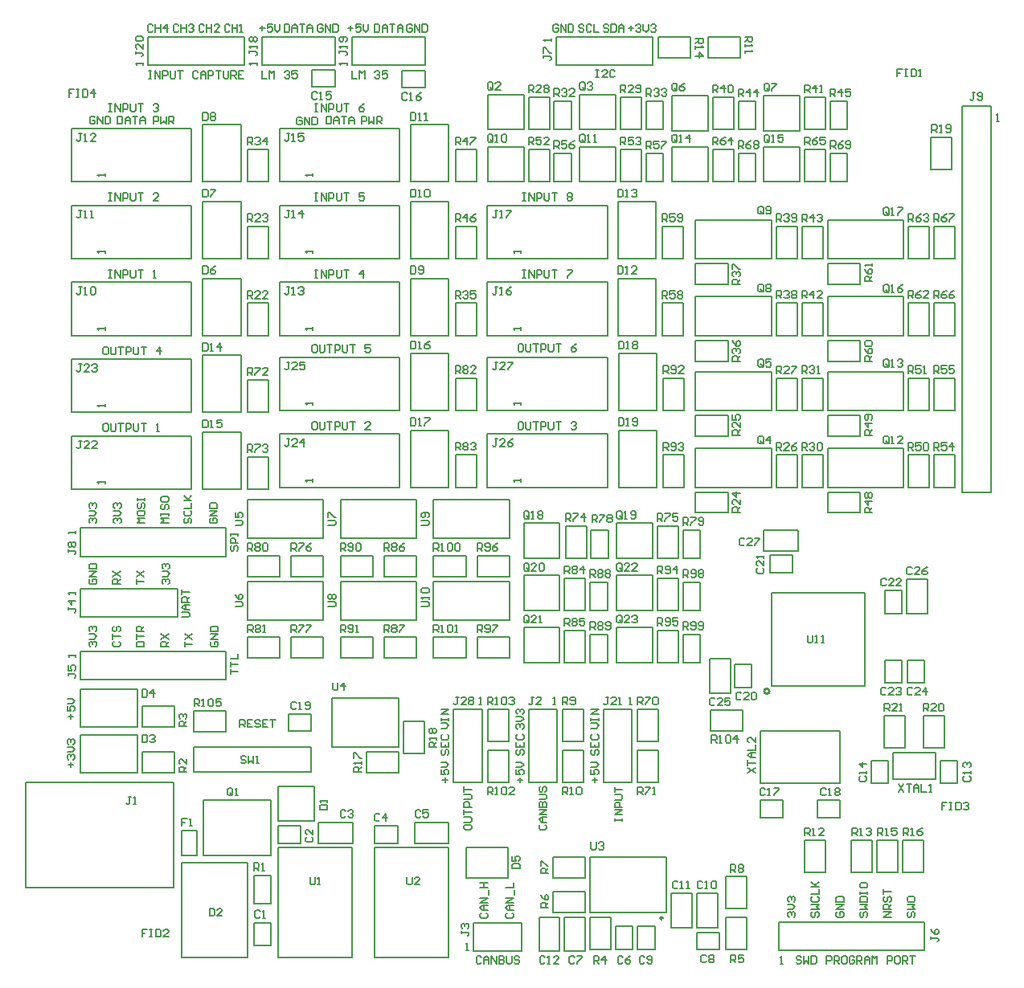
<source format=gto>
G04*
G04 #@! TF.GenerationSoftware,Altium Limited,CircuitStudio,1.5.2 (30)*
G04*
G04 Layer_Color=65535*
%FSLAX25Y25*%
%MOIN*%
G70*
G01*
G75*
%ADD47C,0.01000*%
%ADD48C,0.00787*%
D47*
X249376Y20866D02*
G03*
X249376Y20866I-557J0D01*
G01*
X293633Y114961D02*
G03*
X293633Y114961I-1114J0D01*
G01*
D48*
X322835Y76772D02*
Y98425D01*
X289764D02*
X322835D01*
X289764Y76772D02*
Y98425D01*
Y76772D02*
X322835D01*
X344882Y89370D02*
X362598D01*
X344882Y78346D02*
Y89370D01*
Y78346D02*
X362598D01*
Y89370D01*
X54724Y91732D02*
X103543D01*
X54724Y81496D02*
Y91732D01*
Y81496D02*
X103543D01*
Y91732D01*
X167717Y37402D02*
X185039D01*
X167717D02*
Y50118D01*
X185039D01*
Y37402D02*
Y50118D01*
X230315Y126772D02*
X245276D01*
X230315D02*
Y141339D01*
X245276D01*
Y126772D02*
Y141339D01*
X112205Y91752D02*
Y112224D01*
Y91752D02*
X139764D01*
Y112224D01*
X112205D02*
X139764D01*
X250787Y23228D02*
Y46063D01*
X219291D02*
X250787D01*
X219291Y23228D02*
Y46063D01*
Y23228D02*
X250787D01*
X68110Y98032D02*
Y106693D01*
X54724Y98032D02*
X68110D01*
X54724D02*
Y106693D01*
X68110D01*
X257874Y138583D02*
X264961D01*
Y126772D02*
Y138583D01*
X257874Y126772D02*
X264961D01*
X257874D02*
Y138583D01*
X58878Y46831D02*
X86831D01*
Y69665D01*
X58878D02*
X86831D01*
X58878Y46831D02*
Y69665D01*
X46457Y33465D02*
Y77165D01*
X-14961Y33465D02*
X46457D01*
X-14961D02*
Y77165D01*
X46457D01*
X231102Y199606D02*
X246850D01*
X231102D02*
Y223228D01*
X246850D01*
Y199606D02*
Y223228D01*
X160630Y4331D02*
Y50000D01*
X129921Y4331D02*
X160630D01*
X129921D02*
Y50000D01*
X160630D01*
X294429Y117264D02*
X333130D01*
Y155965D01*
X294429D02*
X333130D01*
X294429Y117264D02*
Y155965D01*
X50000Y57087D02*
X56299D01*
Y46850D02*
Y57087D01*
X50000Y46850D02*
X56299D01*
X50000D02*
Y57087D01*
X50000Y43701D02*
X77165D01*
X50000Y4331D02*
X77165D01*
Y43701D01*
X50000Y4331D02*
Y43701D01*
X305512Y173130D02*
Y181791D01*
X291339Y173130D02*
X305512D01*
X291339D02*
Y181791D01*
X305512D01*
X357874Y118504D02*
Y127953D01*
X350787D02*
X357874D01*
X350787Y118504D02*
Y127953D01*
Y118504D02*
X357874D01*
X185827Y144488D02*
Y160630D01*
X154331D02*
X185827D01*
X154331Y144488D02*
Y160630D01*
Y144488D02*
X185827D01*
X7874Y170866D02*
X68110D01*
Y182677D01*
X7874D02*
X68110D01*
X7874Y170866D02*
Y182677D01*
X35827Y374803D02*
X75984D01*
Y386614D01*
X35827D02*
X75984D01*
X35827Y374803D02*
Y386614D01*
X176673Y231496D02*
Y253543D01*
X226378D01*
Y231496D02*
Y253543D01*
X176673Y231496D02*
X226378D01*
X162599Y77165D02*
Y107480D01*
Y77165D02*
X174409D01*
Y107480D01*
X162599D02*
X174409D01*
X170866Y7087D02*
Y18898D01*
X190945D01*
Y7087D02*
Y18898D01*
X170866Y7087D02*
X190945D01*
X373622Y357874D02*
X385433D01*
Y197638D02*
Y357874D01*
X373622Y197638D02*
X385433D01*
X373622D02*
Y357874D01*
X87008Y9449D02*
Y18898D01*
X79921D02*
X87008D01*
X79921Y9449D02*
Y18898D01*
Y9449D02*
X87008D01*
X89764Y59055D02*
X99213D01*
X89764Y51968D02*
Y59055D01*
Y51968D02*
X99213D01*
Y59055D01*
X120866Y51968D02*
Y60630D01*
X106693Y51968D02*
X120866D01*
X106693D02*
Y60630D01*
X120866D01*
X129921Y59055D02*
X139370D01*
X129921Y51968D02*
Y59055D01*
Y51968D02*
X139370D01*
Y59055D01*
X160630Y51968D02*
Y60630D01*
X146457Y51968D02*
X160630D01*
X146457D02*
Y60630D01*
X160630D01*
X229921Y7874D02*
Y17323D01*
Y7874D02*
X237008D01*
Y17323D01*
X229921D02*
X237008D01*
X208662Y21260D02*
X217323D01*
Y7087D02*
Y21260D01*
X208662Y7087D02*
X217323D01*
X208662D02*
Y21260D01*
X263386Y7874D02*
X272835D01*
Y14961D01*
X263386D02*
X272835D01*
X263386Y7874D02*
Y14961D01*
X238976Y7874D02*
Y17323D01*
Y7874D02*
X246063D01*
Y17323D01*
X238976D02*
X246063D01*
X263386Y31102D02*
X272047D01*
Y16929D02*
Y31102D01*
X263386Y16929D02*
X272047D01*
X263386D02*
Y31102D01*
X252756D02*
X261417D01*
Y16929D02*
Y31102D01*
X252756Y16929D02*
X261417D01*
X252756D02*
Y31102D01*
X198031Y7087D02*
X206693D01*
X198031D02*
Y21260D01*
X206693D01*
Y7087D02*
Y21260D01*
X371654Y76772D02*
Y86221D01*
X364567D02*
X371654D01*
X364567Y76772D02*
Y86221D01*
Y76772D02*
X371654D01*
X342913D02*
Y86221D01*
X335827D02*
X342913D01*
X335827Y76772D02*
Y86221D01*
Y76772D02*
X342913D01*
X103937Y372835D02*
X113386D01*
X103937Y365748D02*
Y372835D01*
Y365748D02*
X113386D01*
Y372835D01*
X141339Y372441D02*
X150787D01*
X141339Y365354D02*
Y372441D01*
Y365354D02*
X150787D01*
Y372441D01*
X289764Y69685D02*
X299213D01*
X289764Y62598D02*
Y69685D01*
Y62598D02*
X299213D01*
Y69685D01*
X313386Y62598D02*
X322835D01*
Y69685D01*
X313386D02*
X322835D01*
X313386Y62598D02*
Y69685D01*
X94095Y105512D02*
X103543D01*
X94095Y98425D02*
Y105512D01*
Y98425D02*
X103543D01*
Y105512D01*
X279035Y116535D02*
Y125984D01*
Y116535D02*
X286122D01*
Y125984D01*
X279035D02*
X286122D01*
X293701Y171358D02*
X303150D01*
X293701Y164272D02*
Y171358D01*
Y164272D02*
X303150D01*
Y171358D01*
X348622Y147244D02*
Y156693D01*
X341535D02*
X348622D01*
X341535Y147244D02*
Y156693D01*
Y147244D02*
X348622D01*
X348524Y118504D02*
Y127953D01*
X341437D02*
X348524D01*
X341437Y118504D02*
Y127953D01*
Y118504D02*
X348524D01*
X268898Y128347D02*
X277559D01*
Y114173D02*
Y128347D01*
X268898Y114173D02*
X277559D01*
X268898D02*
Y128347D01*
X350689Y147244D02*
X359350D01*
X350689D02*
Y161417D01*
X359350D01*
Y147244D02*
Y161417D01*
X89764Y75590D02*
X104724D01*
Y61024D02*
Y75590D01*
X89764Y61024D02*
X104724D01*
X89764D02*
Y75590D01*
X31496Y81102D02*
Y96850D01*
X7874Y81102D02*
X31496D01*
X7874D02*
Y96850D01*
X31496D01*
Y100000D02*
Y115748D01*
X7874Y100000D02*
X31496D01*
X7874D02*
Y115748D01*
X31496D01*
X58661Y262598D02*
X74410D01*
X58661D02*
Y286221D01*
X74410D01*
Y262598D02*
Y286221D01*
X58661Y294488D02*
X74410D01*
X58661D02*
Y318110D01*
X74410D01*
Y294488D02*
Y318110D01*
X58661Y326378D02*
X74410D01*
X58661D02*
Y350000D01*
X74410D01*
Y326378D02*
Y350000D01*
X144882Y262598D02*
X160630D01*
X144882D02*
Y286221D01*
X160630D01*
Y262598D02*
Y286221D01*
X144882Y294488D02*
X160630D01*
X144882D02*
Y318110D01*
X160630D01*
Y294488D02*
Y318110D01*
X144882Y326378D02*
X160630D01*
X144882D02*
Y350000D01*
X160630D01*
Y326378D02*
Y350000D01*
X230709Y262598D02*
X246457D01*
X230709D02*
Y286221D01*
X246457D01*
Y262598D02*
Y286221D01*
X230709Y294488D02*
X246457D01*
X230709D02*
Y318110D01*
X246457D01*
Y294488D02*
Y318110D01*
X58661Y230709D02*
X74410D01*
X58661D02*
Y254331D01*
X74410D01*
Y230709D02*
Y254331D01*
X58661Y198819D02*
X74410D01*
X58661D02*
Y222441D01*
X74410D01*
Y198819D02*
Y222441D01*
X144882Y231496D02*
X160630D01*
X144882D02*
Y255118D01*
X160630D01*
Y231496D02*
Y255118D01*
X144882Y199606D02*
X160630D01*
X144882D02*
Y223228D01*
X160630D01*
Y199606D02*
Y223228D01*
X231102Y231496D02*
X246850D01*
X231102D02*
Y255118D01*
X246850D01*
Y231496D02*
Y255118D01*
X193701Y77165D02*
Y107480D01*
Y77165D02*
X205512D01*
Y107480D01*
X193701D02*
X205512D01*
X7874Y145669D02*
X48031D01*
Y157480D01*
X7874D02*
X48031D01*
X7874Y145669D02*
Y157480D01*
X7874Y119685D02*
X68110D01*
Y131496D01*
X7874D02*
X68110D01*
X7874Y119685D02*
Y131496D01*
X297638Y7480D02*
X357874D01*
Y19291D01*
X297638D02*
X357874D01*
X297638Y7480D02*
Y19291D01*
X205118Y374803D02*
X245276D01*
Y386614D01*
X205118D02*
X245276D01*
X205118Y374803D02*
Y386614D01*
X4232Y262598D02*
Y284646D01*
X53937D01*
Y262598D02*
Y284646D01*
X4232Y262598D02*
X53937D01*
X4232Y294488D02*
Y316535D01*
X53937D01*
Y294488D02*
Y316535D01*
X4232Y294488D02*
X53937D01*
X4232Y326378D02*
Y348425D01*
X53937D01*
Y326378D02*
Y348425D01*
X4232Y326378D02*
X53937D01*
X90453Y262598D02*
Y284646D01*
X140157D01*
Y262598D02*
Y284646D01*
X90453Y262598D02*
X140157D01*
X90453Y294488D02*
Y316535D01*
X140157D01*
Y294488D02*
Y316535D01*
X90453Y294488D02*
X140157D01*
X90453Y326378D02*
Y348425D01*
X140157D01*
Y326378D02*
Y348425D01*
X90453Y326378D02*
X140157D01*
X176673Y262598D02*
Y284646D01*
X226378D01*
Y262598D02*
Y284646D01*
X176673Y262598D02*
X226378D01*
X176673Y294488D02*
Y316535D01*
X226378D01*
Y294488D02*
Y316535D01*
X176673Y294488D02*
X226378D01*
X83071Y374803D02*
X113386D01*
Y386614D01*
X83071D02*
X113386D01*
X83071Y374803D02*
Y386614D01*
X120472Y374803D02*
X150787D01*
Y386614D01*
X120472D02*
X150787D01*
X120472Y374803D02*
Y386614D01*
X224803Y77165D02*
Y107480D01*
Y77165D02*
X236614D01*
Y107480D01*
X224803D02*
X236614D01*
X4232Y198819D02*
Y220866D01*
X53937D01*
Y198819D02*
Y220866D01*
X4232Y198819D02*
X53937D01*
X4232Y230709D02*
Y252756D01*
X53937D01*
Y230709D02*
Y252756D01*
X4232Y230709D02*
X53937D01*
X90453Y199606D02*
Y221654D01*
X140157D01*
Y199606D02*
Y221654D01*
X90453Y199606D02*
X140157D01*
X90453Y231496D02*
Y253543D01*
X140157D01*
Y231496D02*
Y253543D01*
X90453Y231496D02*
X140157D01*
X176673Y199606D02*
Y221654D01*
X226378D01*
Y199606D02*
Y221654D01*
X176673Y199606D02*
X226378D01*
X176772Y347984D02*
X191732D01*
X176772D02*
Y362551D01*
X191732D01*
Y347984D02*
Y362551D01*
X214961Y347984D02*
X229921D01*
X214961D02*
Y362551D01*
X229921D01*
Y347984D02*
Y362551D01*
X294488Y199606D02*
Y215748D01*
X262992D02*
X294488D01*
X262992Y199606D02*
Y215748D01*
Y199606D02*
X294488D01*
Y231496D02*
Y247638D01*
X262992D02*
X294488D01*
X262992Y231496D02*
Y247638D01*
Y231496D02*
X294488D01*
X253150Y347591D02*
X268110D01*
X253150D02*
Y362158D01*
X268110D01*
Y347591D02*
Y362158D01*
X291339Y347591D02*
X306299D01*
X291339D02*
Y362158D01*
X306299D01*
Y347591D02*
Y362158D01*
X294488Y262598D02*
Y278740D01*
X262992D02*
X294488D01*
X262992Y262598D02*
Y278740D01*
Y262598D02*
X294488D01*
Y294488D02*
Y310630D01*
X262992D02*
X294488D01*
X262992Y294488D02*
Y310630D01*
Y294488D02*
X294488D01*
X176772Y326378D02*
X191732D01*
X176772D02*
Y340945D01*
X191732D01*
Y326378D02*
Y340945D01*
X214961Y326378D02*
X229921D01*
X214961D02*
Y340945D01*
X229921D01*
Y326378D02*
Y340945D01*
X349213Y199606D02*
Y215748D01*
X317717D02*
X349213D01*
X317717Y199606D02*
Y215748D01*
Y199606D02*
X349213D01*
Y231496D02*
Y247638D01*
X317717D02*
X349213D01*
X317717Y231496D02*
Y247638D01*
Y231496D02*
X349213D01*
X253150Y326378D02*
X268110D01*
X253150D02*
Y340945D01*
X268110D01*
Y326378D02*
Y340945D01*
X291339Y326378D02*
X306299D01*
X291339D02*
Y340945D01*
X306299D01*
Y326378D02*
Y340945D01*
X349213Y262598D02*
Y278740D01*
X317717D02*
X349213D01*
X317717Y262598D02*
Y278740D01*
Y262598D02*
X349213D01*
Y294488D02*
Y310630D01*
X317717D02*
X349213D01*
X317717Y294488D02*
Y310630D01*
Y294488D02*
X349213D01*
X191732Y170079D02*
X206693D01*
X191732D02*
Y184646D01*
X206693D01*
Y170079D02*
Y184646D01*
X230315Y170079D02*
X245276D01*
X230315D02*
Y184646D01*
X245276D01*
Y170079D02*
Y184646D01*
X191732Y148425D02*
X206693D01*
X191732D02*
Y162992D01*
X206693D01*
Y148425D02*
Y162992D01*
X191732Y126772D02*
X206693D01*
X191732D02*
Y141339D01*
X206693D01*
Y126772D02*
Y141339D01*
X230315Y148425D02*
X245276D01*
X230315D02*
Y162992D01*
X245276D01*
Y148425D02*
Y162992D01*
X79921Y38583D02*
X87008D01*
Y26772D02*
Y38583D01*
X79921Y26772D02*
X87008D01*
X79921D02*
Y38583D01*
X46850Y81102D02*
Y89764D01*
X33465Y81102D02*
X46850D01*
X33465D02*
Y89764D01*
X46850D01*
Y100000D02*
Y108661D01*
X33465Y100000D02*
X46850D01*
X33465D02*
Y108661D01*
X46850D01*
X219291Y21260D02*
X227953D01*
Y7874D02*
Y21260D01*
X219291Y7874D02*
X227953D01*
X219291D02*
Y21260D01*
X275591Y21260D02*
X284252D01*
Y7874D02*
Y21260D01*
X275591Y7874D02*
X284252D01*
X275591D02*
Y21260D01*
X203937Y23228D02*
Y31890D01*
X217323D01*
Y23228D02*
Y31890D01*
X203937Y23228D02*
X217323D01*
Y37402D02*
Y46063D01*
X203937Y37402D02*
X217323D01*
X203937D02*
Y46063D01*
X217323D01*
X275591Y38189D02*
X284252D01*
Y24803D02*
Y38189D01*
X275591Y24803D02*
X284252D01*
X275591D02*
Y38189D01*
X207874Y107480D02*
X216535D01*
Y94095D02*
Y107480D01*
X207874Y94095D02*
X216535D01*
X207874D02*
Y107480D01*
Y77165D02*
X216535D01*
X207874D02*
Y90551D01*
X216535D01*
Y77165D02*
Y90551D01*
X281496Y377953D02*
Y386614D01*
X268110Y377953D02*
X281496D01*
X268110D02*
Y386614D01*
X281496D01*
X308268Y53150D02*
X316929D01*
Y39764D02*
Y53150D01*
X308268Y39764D02*
X316929D01*
X308268D02*
Y53150D01*
X327559D02*
X336221D01*
Y39764D02*
Y53150D01*
X327559Y39764D02*
X336221D01*
X327559D02*
Y53150D01*
X247638Y377953D02*
Y386614D01*
X261024D01*
Y377953D02*
Y386614D01*
X247638Y377953D02*
X261024D01*
X338189Y53150D02*
X346850D01*
Y39764D02*
Y53150D01*
X338189Y39764D02*
X346850D01*
X338189D02*
Y53150D01*
X348819D02*
X357480D01*
Y39764D02*
Y53150D01*
X348819Y39764D02*
X357480D01*
X348819D02*
Y53150D01*
X126378Y81102D02*
Y89764D01*
X139764D01*
Y81102D02*
Y89764D01*
X126378Y81102D02*
X139764D01*
X141732Y88976D02*
X150394D01*
X141732D02*
Y102362D01*
X150394D01*
Y88976D02*
Y102362D01*
X360630Y344882D02*
X369291D01*
Y331496D02*
Y344882D01*
X360630Y331496D02*
X369291D01*
X360630D02*
Y344882D01*
X357480Y91339D02*
X366142D01*
X357480D02*
Y104724D01*
X366142D01*
Y91339D02*
Y104724D01*
X341339Y91339D02*
X350000D01*
X341339D02*
Y104724D01*
X350000D01*
Y91339D02*
Y104724D01*
X77165Y262598D02*
X85827D01*
X77165D02*
Y275984D01*
X85827D01*
Y262598D02*
Y275984D01*
X77165Y294488D02*
X85827D01*
X77165D02*
Y307874D01*
X85827D01*
Y294488D02*
Y307874D01*
X262992Y188976D02*
Y197638D01*
X276378D01*
Y188976D02*
Y197638D01*
X262992Y188976D02*
X276378D01*
X262992Y220866D02*
Y229528D01*
X276378D01*
Y220866D02*
Y229528D01*
X262992Y220866D02*
X276378D01*
X296457Y212992D02*
X305118D01*
Y199606D02*
Y212992D01*
X296457Y199606D02*
X305118D01*
X296457D02*
Y212992D01*
X296457Y231496D02*
X305118D01*
X296457D02*
Y244882D01*
X305118D01*
Y231496D02*
Y244882D01*
X193701Y348031D02*
X202362D01*
X193701D02*
Y361417D01*
X202362D01*
Y348031D02*
Y361417D01*
X231890Y348031D02*
X240551D01*
X231890D02*
Y361417D01*
X240551D01*
Y348031D02*
Y361417D01*
X307087Y212992D02*
X315748D01*
Y199606D02*
Y212992D01*
X307087Y199606D02*
X315748D01*
X307087D02*
Y212992D01*
Y244882D02*
X315748D01*
Y231496D02*
Y244882D01*
X307087Y231496D02*
X315748D01*
X307087D02*
Y244882D01*
X204331Y359842D02*
X211417D01*
Y348031D02*
Y359842D01*
X204331Y348031D02*
X211417D01*
X204331D02*
Y359842D01*
X242520D02*
X249606D01*
Y348031D02*
Y359842D01*
X242520Y348031D02*
X249606D01*
X242520D02*
Y359842D01*
X77165Y326378D02*
X85827D01*
X77165D02*
Y339764D01*
X85827D01*
Y326378D02*
Y339764D01*
X163386Y262598D02*
X172047D01*
X163386D02*
Y275984D01*
X172047D01*
Y262598D02*
Y275984D01*
X262992Y251969D02*
Y260630D01*
X276378D01*
Y251969D02*
Y260630D01*
X262992Y251969D02*
X276378D01*
X262992Y283858D02*
Y292520D01*
X276378D01*
Y283858D02*
Y292520D01*
X262992Y283858D02*
X276378D01*
X296457Y275984D02*
X305118D01*
Y262598D02*
Y275984D01*
X296457Y262598D02*
X305118D01*
X296457D02*
Y275984D01*
Y307874D02*
X305118D01*
Y294488D02*
Y307874D01*
X296457Y294488D02*
X305118D01*
X296457D02*
Y307874D01*
X270079Y348031D02*
X278740D01*
X270079D02*
Y361417D01*
X278740D01*
Y348031D02*
Y361417D01*
X308268Y348031D02*
X316929D01*
X308268D02*
Y361417D01*
X316929D01*
Y348031D02*
Y361417D01*
X307087Y275984D02*
X315748D01*
Y262598D02*
Y275984D01*
X307087Y262598D02*
X315748D01*
X307087D02*
Y275984D01*
Y307874D02*
X315748D01*
Y294488D02*
Y307874D01*
X307087Y294488D02*
X315748D01*
X307087D02*
Y307874D01*
X280709Y359842D02*
X287795D01*
Y348031D02*
Y359842D01*
X280709Y348031D02*
X287795D01*
X280709D02*
Y359842D01*
X318898D02*
X325984D01*
Y348031D02*
Y359842D01*
X318898Y348031D02*
X325984D01*
X318898D02*
Y359842D01*
X163386Y294488D02*
X172047D01*
X163386D02*
Y307874D01*
X172047D01*
Y294488D02*
Y307874D01*
X163386Y326378D02*
X172047D01*
X163386D02*
Y339764D01*
X172047D01*
Y326378D02*
Y339764D01*
X317717Y188976D02*
Y197638D01*
X331102D01*
Y188976D02*
Y197638D01*
X317717Y188976D02*
X331102D01*
X317717Y220866D02*
Y229528D01*
X331102D01*
Y220866D02*
Y229528D01*
X317717Y220866D02*
X331102D01*
X351181Y212992D02*
X359842D01*
Y199606D02*
Y212992D01*
X351181Y199606D02*
X359842D01*
X351181D02*
Y212992D01*
Y231496D02*
X359842D01*
X351181D02*
Y244882D01*
X359842D01*
Y231496D02*
Y244882D01*
X193701Y326378D02*
X202362D01*
X193701D02*
Y339764D01*
X202362D01*
Y326378D02*
Y339764D01*
X231890Y326378D02*
X240551D01*
X231890D02*
Y339764D01*
X240551D01*
Y326378D02*
Y339764D01*
X361811Y212992D02*
X370472D01*
Y199606D02*
Y212992D01*
X361811Y199606D02*
X370472D01*
X361811D02*
Y212992D01*
Y231496D02*
X370472D01*
X361811D02*
Y244882D01*
X370472D01*
Y231496D02*
Y244882D01*
X204331Y338189D02*
X211417D01*
Y326378D02*
Y338189D01*
X204331Y326378D02*
X211417D01*
X204331D02*
Y338189D01*
X242520Y326378D02*
X249606D01*
X242520D02*
Y338189D01*
X249606D01*
Y326378D02*
Y338189D01*
X249213Y262598D02*
X257874D01*
X249213D02*
Y275984D01*
X257874D01*
Y262598D02*
Y275984D01*
X249213Y294488D02*
X257874D01*
X249213D02*
Y307874D01*
X257874D01*
Y294488D02*
Y307874D01*
X317717Y251969D02*
Y260630D01*
X331102D01*
Y251969D02*
Y260630D01*
X317717Y251969D02*
X331102D01*
X317717Y283858D02*
Y292520D01*
X331102D01*
Y283858D02*
Y292520D01*
X317717Y283858D02*
X331102D01*
X351181Y275984D02*
X359842D01*
Y262598D02*
Y275984D01*
X351181Y262598D02*
X359842D01*
X351181D02*
Y275984D01*
Y294488D02*
X359842D01*
X351181D02*
Y307874D01*
X359842D01*
Y294488D02*
Y307874D01*
X270079Y326378D02*
X278740D01*
X270079D02*
Y339764D01*
X278740D01*
Y326378D02*
Y339764D01*
X308268Y326378D02*
X316929D01*
X308268D02*
Y339764D01*
X316929D01*
Y326378D02*
Y339764D01*
X361811Y275984D02*
X370472D01*
Y262598D02*
Y275984D01*
X361811Y262598D02*
X370472D01*
X361811D02*
Y275984D01*
Y294488D02*
X370472D01*
X361811D02*
Y307874D01*
X370472D01*
Y294488D02*
Y307874D01*
X280709Y326378D02*
X287795D01*
X280709D02*
Y338189D01*
X287795D01*
Y326378D02*
Y338189D01*
X318898Y326378D02*
X325984D01*
X318898D02*
Y338189D01*
X325984D01*
Y326378D02*
Y338189D01*
X238976Y94095D02*
X247638D01*
X238976D02*
Y107480D01*
X247638D01*
Y94095D02*
Y107480D01*
X238976Y77165D02*
X247638D01*
X238976D02*
Y90551D01*
X247638D01*
Y77165D02*
Y90551D01*
X77165Y230709D02*
X85827D01*
X77165D02*
Y244094D01*
X85827D01*
Y230709D02*
Y244094D01*
X77165Y198819D02*
X85827D01*
X77165D02*
Y212205D01*
X85827D01*
Y198819D02*
Y212205D01*
X209055Y170079D02*
X217717D01*
X209055D02*
Y183465D01*
X217717D01*
Y170079D02*
Y183465D01*
X247244Y170079D02*
X255906D01*
X247244D02*
Y183465D01*
X255906D01*
Y170079D02*
Y183465D01*
X108661Y162598D02*
Y171260D01*
X95276Y162598D02*
X108661D01*
X95276D02*
Y171260D01*
X108661D01*
Y128740D02*
Y137402D01*
X95276Y128740D02*
X108661D01*
X95276D02*
Y137402D01*
X108661D01*
X219685Y181890D02*
X226772D01*
Y170079D02*
Y181890D01*
X219685Y170079D02*
X226772D01*
X219685D02*
Y181890D01*
X257874Y181890D02*
X264961D01*
Y170079D02*
Y181890D01*
X257874Y170079D02*
X264961D01*
X257874D02*
Y181890D01*
X90551Y162598D02*
Y171260D01*
X77165Y162598D02*
X90551D01*
X77165D02*
Y171260D01*
X90551D01*
Y128740D02*
Y137402D01*
X77165Y128740D02*
X90551D01*
X77165D02*
Y137402D01*
X90551D01*
X163386Y231496D02*
X172047D01*
X163386D02*
Y244882D01*
X172047D01*
Y231496D02*
Y244882D01*
X163386Y199606D02*
X172047D01*
X163386D02*
Y212992D01*
X172047D01*
Y199606D02*
Y212992D01*
X208661Y148425D02*
X217323D01*
X208661D02*
Y161811D01*
X217323D01*
Y148425D02*
Y161811D01*
X208661Y126772D02*
X217323D01*
X208661D02*
Y140157D01*
X217323D01*
Y126772D02*
Y140157D01*
X147244Y162598D02*
Y171260D01*
X133858Y162598D02*
X147244D01*
X133858D02*
Y171260D01*
X147244D01*
Y128740D02*
Y137402D01*
X133858Y128740D02*
X147244D01*
X133858D02*
Y137402D01*
X147244D01*
X219291Y160236D02*
X226378D01*
Y148425D02*
Y160236D01*
X219291Y148425D02*
X226378D01*
X219291D02*
Y160236D01*
Y138583D02*
X226378D01*
Y126772D02*
Y138583D01*
X219291Y126772D02*
X226378D01*
X219291D02*
Y138583D01*
X129134Y162598D02*
Y171260D01*
X115748Y162598D02*
X129134D01*
X115748D02*
Y171260D01*
X129134D01*
Y128740D02*
Y137402D01*
X115748Y128740D02*
X129134D01*
X115748D02*
Y137402D01*
X129134D01*
X249606Y231496D02*
X258268D01*
X249606D02*
Y244882D01*
X258268D01*
Y231496D02*
Y244882D01*
X249606Y199606D02*
X258268D01*
X249606D02*
Y212992D01*
X258268D01*
Y199606D02*
Y212992D01*
X247244Y148425D02*
X255906D01*
X247244D02*
Y161811D01*
X255906D01*
Y148425D02*
Y161811D01*
X247244Y126772D02*
X255906D01*
X247244D02*
Y140157D01*
X255906D01*
Y126772D02*
Y140157D01*
X185827Y162598D02*
Y171260D01*
X172441Y162598D02*
X185827D01*
X172441D02*
Y171260D01*
X185827D01*
Y128740D02*
Y137402D01*
X172441Y128740D02*
X185827D01*
X172441D02*
Y137402D01*
X185827D01*
X257874Y160236D02*
X264961D01*
Y148425D02*
Y160236D01*
X257874Y148425D02*
X264961D01*
X257874D02*
Y160236D01*
X167717Y162598D02*
Y171260D01*
X154331Y162598D02*
X167717D01*
X154331D02*
Y171260D01*
X167717D01*
Y128740D02*
Y137402D01*
X154331Y128740D02*
X167717D01*
X154331D02*
Y137402D01*
X167717D01*
X176772Y77165D02*
X185433D01*
X176772D02*
Y90551D01*
X185433D01*
Y77165D02*
Y90551D01*
X176772Y94095D02*
X185433D01*
X176772D02*
Y107480D01*
X185433D01*
Y94095D02*
Y107480D01*
X282677Y98425D02*
Y107087D01*
X269291Y98425D02*
X282677D01*
X269291D02*
Y107087D01*
X282677D01*
X120472Y4331D02*
Y50000D01*
X89764Y4331D02*
X120472D01*
X89764D02*
Y50000D01*
X120472D01*
X108661Y178346D02*
Y194488D01*
X77165D02*
X108661D01*
X77165Y178346D02*
Y194488D01*
Y178346D02*
X108661D01*
Y144488D02*
Y160630D01*
X77165D02*
X108661D01*
X77165Y144488D02*
Y160630D01*
Y144488D02*
X108661D01*
X147244Y178346D02*
Y194488D01*
X115748D02*
X147244D01*
X115748Y178346D02*
Y194488D01*
Y178346D02*
X147244D01*
Y144488D02*
Y160630D01*
X115748D02*
X147244D01*
X115748Y144488D02*
Y160630D01*
Y144488D02*
X147244D01*
X185827Y178346D02*
Y194488D01*
X154331D02*
X185827D01*
X154331Y178346D02*
Y194488D01*
Y178346D02*
X185827D01*
X35465Y16141D02*
X33366D01*
Y14566D01*
X34416D01*
X33366D01*
Y12992D01*
X36515Y16141D02*
X37564D01*
X37040D01*
Y12992D01*
X36515D01*
X37564D01*
X39139Y16141D02*
Y12992D01*
X40713D01*
X41238Y13517D01*
Y15616D01*
X40713Y16141D01*
X39139D01*
X44386Y12992D02*
X42287D01*
X44386Y15091D01*
Y15616D01*
X43861Y16141D01*
X42812D01*
X42287Y15616D01*
X5249Y364664D02*
X3150D01*
Y363090D01*
X4199D01*
X3150D01*
Y361516D01*
X6298Y364664D02*
X7348D01*
X6823D01*
Y361516D01*
X6298D01*
X7348D01*
X8922Y364664D02*
Y361516D01*
X10496D01*
X11021Y362040D01*
Y364140D01*
X10496Y364664D01*
X8922D01*
X13645Y361516D02*
Y364664D01*
X12071Y363090D01*
X14170D01*
X367256Y68897D02*
X365158D01*
Y67322D01*
X366207D01*
X365158D01*
Y65748D01*
X368306Y68897D02*
X369356D01*
X368831D01*
Y65748D01*
X368306D01*
X369356D01*
X370930Y68897D02*
Y65748D01*
X372504D01*
X373029Y66273D01*
Y68372D01*
X372504Y68897D01*
X370930D01*
X374078Y68372D02*
X374603Y68897D01*
X375653D01*
X376178Y68372D01*
Y67847D01*
X375653Y67322D01*
X375128D01*
X375653D01*
X376178Y66798D01*
Y66273D01*
X375653Y65748D01*
X374603D01*
X374078Y66273D01*
X348753Y373129D02*
X346654D01*
Y371555D01*
X347703D01*
X346654D01*
Y369980D01*
X349802Y373129D02*
X350852D01*
X350327D01*
Y369980D01*
X349802D01*
X350852D01*
X352426Y373129D02*
Y369980D01*
X354000D01*
X354525Y370505D01*
Y372604D01*
X354000Y373129D01*
X352426D01*
X355574Y369980D02*
X356624D01*
X356099D01*
Y373129D01*
X355574Y372604D01*
X61417Y24802D02*
Y21654D01*
X62992D01*
X63516Y22178D01*
Y24277D01*
X62992Y24802D01*
X61417D01*
X66665Y21654D02*
X64566D01*
X66665Y23753D01*
Y24277D01*
X66140Y24802D01*
X65091D01*
X64566Y24277D01*
X284647Y81102D02*
X287795Y83201D01*
X284647D02*
X287795Y81102D01*
X284647Y84251D02*
Y86350D01*
Y85300D01*
X287795D01*
Y87400D02*
X285696D01*
X284647Y88449D01*
X285696Y89499D01*
X287795D01*
X286221D01*
Y87400D01*
X284647Y90548D02*
X287795D01*
Y92647D01*
Y95796D02*
Y93697D01*
X285696Y95796D01*
X285171D01*
X284647Y95271D01*
Y94222D01*
X285171Y93697D01*
X347244Y76377D02*
X349343Y73228D01*
Y76377D02*
X347244Y73228D01*
X350393Y76377D02*
X352492D01*
X351442D01*
Y73228D01*
X353541D02*
Y75327D01*
X354591Y76377D01*
X355640Y75327D01*
Y73228D01*
Y74803D01*
X353541D01*
X356690Y76377D02*
Y73228D01*
X358789D01*
X359838D02*
X360888D01*
X360363D01*
Y76377D01*
X359838Y75852D01*
X309449Y138188D02*
Y135564D01*
X309974Y135039D01*
X311023D01*
X311548Y135564D01*
Y138188D01*
X312597Y135039D02*
X313647D01*
X313122D01*
Y138188D01*
X312597Y137663D01*
X315221Y135039D02*
X316271D01*
X315746D01*
Y138188D01*
X315221Y137663D01*
X149214Y150000D02*
X151838D01*
X152362Y150525D01*
Y151574D01*
X151838Y152099D01*
X149214D01*
X152362Y153149D02*
Y154198D01*
Y153673D01*
X149214D01*
X149738Y153149D01*
Y155772D02*
X149214Y156297D01*
Y157347D01*
X149738Y157871D01*
X151838D01*
X152362Y157347D01*
Y156297D01*
X151838Y155772D01*
X149738D01*
X149214Y183858D02*
X151838D01*
X152362Y184383D01*
Y185433D01*
X151838Y185957D01*
X149214D01*
X151838Y187007D02*
X152362Y187532D01*
Y188581D01*
X151838Y189106D01*
X149738D01*
X149214Y188581D01*
Y187532D01*
X149738Y187007D01*
X150263D01*
X150788Y187532D01*
Y189106D01*
X110631Y150000D02*
X113255D01*
X113779Y150525D01*
Y151574D01*
X113255Y152099D01*
X110631D01*
X111156Y153149D02*
X110631Y153673D01*
Y154723D01*
X111156Y155248D01*
X111680D01*
X112205Y154723D01*
X112730Y155248D01*
X113255D01*
X113779Y154723D01*
Y153673D01*
X113255Y153149D01*
X112730D01*
X112205Y153673D01*
X111680Y153149D01*
X111156D01*
X112205Y153673D02*
Y154723D01*
X110631Y183858D02*
X113255D01*
X113779Y184383D01*
Y185433D01*
X113255Y185957D01*
X110631D01*
Y187007D02*
Y189106D01*
X111156D01*
X113255Y187007D01*
X113779D01*
X72048Y150000D02*
X74672D01*
X75197Y150525D01*
Y151574D01*
X74672Y152099D01*
X72048D01*
Y155248D02*
X72573Y154198D01*
X73623Y153149D01*
X74672D01*
X75197Y153673D01*
Y154723D01*
X74672Y155248D01*
X74147D01*
X73623Y154723D01*
Y153149D01*
X72048Y183858D02*
X74672D01*
X75197Y184383D01*
Y185433D01*
X74672Y185957D01*
X72048D01*
Y189106D02*
Y187007D01*
X73623D01*
X73098Y188056D01*
Y188581D01*
X73623Y189106D01*
X74672D01*
X75197Y188581D01*
Y187532D01*
X74672Y187007D01*
X112557Y118555D02*
Y115931D01*
X113082Y115406D01*
X114131D01*
X114656Y115931D01*
Y118555D01*
X117280Y115406D02*
Y118555D01*
X115705Y116981D01*
X117804D01*
X219673Y52344D02*
Y49720D01*
X220198Y49195D01*
X221248D01*
X221772Y49720D01*
Y52344D01*
X222822Y51819D02*
X223347Y52344D01*
X224396D01*
X224921Y51819D01*
Y51294D01*
X224396Y50770D01*
X223871D01*
X224396D01*
X224921Y50245D01*
Y49720D01*
X224396Y49195D01*
X223347D01*
X222822Y49720D01*
X143307Y37794D02*
Y35170D01*
X143832Y34646D01*
X144881D01*
X145406Y35170D01*
Y37794D01*
X148555Y34646D02*
X146456D01*
X148555Y36745D01*
Y37269D01*
X148030Y37794D01*
X146980D01*
X146456Y37269D01*
X103150Y37794D02*
Y35170D01*
X103674Y34646D01*
X104724D01*
X105249Y35170D01*
Y37794D01*
X106298Y34646D02*
X107348D01*
X106823D01*
Y37794D01*
X106298Y37269D01*
X76508Y87663D02*
X75984Y88188D01*
X74934D01*
X74410Y87663D01*
Y87138D01*
X74934Y86614D01*
X75984D01*
X76508Y86089D01*
Y85564D01*
X75984Y85039D01*
X74934D01*
X74410Y85564D01*
X77558Y88188D02*
Y85039D01*
X78608Y86089D01*
X79657Y85039D01*
Y88188D01*
X80707Y85039D02*
X81756D01*
X81231D01*
Y88188D01*
X80707Y87663D01*
X55118Y108661D02*
Y111810D01*
X56692D01*
X57217Y111285D01*
Y110236D01*
X56692Y109711D01*
X55118D01*
X56168D02*
X57217Y108661D01*
X58267D02*
X59316D01*
X58792D01*
Y111810D01*
X58267Y111285D01*
X60891D02*
X61415Y111810D01*
X62465D01*
X62990Y111285D01*
Y109186D01*
X62465Y108661D01*
X61415D01*
X60891Y109186D01*
Y111285D01*
X66138Y111810D02*
X64039D01*
Y110236D01*
X65089Y110760D01*
X65613D01*
X66138Y110236D01*
Y109186D01*
X65613Y108661D01*
X64564D01*
X64039Y109186D01*
X269685Y93602D02*
Y96751D01*
X271259D01*
X271784Y96226D01*
Y95177D01*
X271259Y94652D01*
X269685D01*
X270735D02*
X271784Y93602D01*
X272834D02*
X273883D01*
X273358D01*
Y96751D01*
X272834Y96226D01*
X275458D02*
X275982Y96751D01*
X277032D01*
X277556Y96226D01*
Y94127D01*
X277032Y93602D01*
X275982D01*
X275458Y94127D01*
Y96226D01*
X280180Y93602D02*
Y96751D01*
X278606Y95177D01*
X280705D01*
X176772Y109449D02*
Y112597D01*
X178346D01*
X178871Y112073D01*
Y111023D01*
X178346Y110498D01*
X176772D01*
X177821D02*
X178871Y109449D01*
X179920D02*
X180970D01*
X180445D01*
Y112597D01*
X179920Y112073D01*
X182544D02*
X183069Y112597D01*
X184118D01*
X184643Y112073D01*
Y109974D01*
X184118Y109449D01*
X183069D01*
X182544Y109974D01*
Y112073D01*
X185693D02*
X186217Y112597D01*
X187267D01*
X187792Y112073D01*
Y111548D01*
X187267Y111023D01*
X186742D01*
X187267D01*
X187792Y110498D01*
Y109974D01*
X187267Y109449D01*
X186217D01*
X185693Y109974D01*
X176772Y72047D02*
Y75196D01*
X178346D01*
X178871Y74671D01*
Y73622D01*
X178346Y73097D01*
X176772D01*
X177821D02*
X178871Y72047D01*
X179920D02*
X180970D01*
X180445D01*
Y75196D01*
X179920Y74671D01*
X182544D02*
X183069Y75196D01*
X184118D01*
X184643Y74671D01*
Y72572D01*
X184118Y72047D01*
X183069D01*
X182544Y72572D01*
Y74671D01*
X187792Y72047D02*
X185693D01*
X187792Y74146D01*
Y74671D01*
X187267Y75196D01*
X186217D01*
X185693Y74671D01*
X154331Y139370D02*
Y142519D01*
X155905D01*
X156430Y141994D01*
Y140944D01*
X155905Y140420D01*
X154331D01*
X155380D02*
X156430Y139370D01*
X157479D02*
X158529D01*
X158004D01*
Y142519D01*
X157479Y141994D01*
X160103D02*
X160628Y142519D01*
X161677D01*
X162202Y141994D01*
Y139895D01*
X161677Y139370D01*
X160628D01*
X160103Y139895D01*
Y141994D01*
X163252Y139370D02*
X164301D01*
X163777D01*
Y142519D01*
X163252Y141994D01*
X154331Y173228D02*
Y176377D01*
X155905D01*
X156430Y175852D01*
Y174803D01*
X155905Y174278D01*
X154331D01*
X155380D02*
X156430Y173228D01*
X157479D02*
X158529D01*
X158004D01*
Y176377D01*
X157479Y175852D01*
X160103D02*
X160628Y176377D01*
X161677D01*
X162202Y175852D01*
Y173753D01*
X161677Y173228D01*
X160628D01*
X160103Y173753D01*
Y175852D01*
X163252D02*
X163777Y176377D01*
X164826D01*
X165351Y175852D01*
Y173753D01*
X164826Y173228D01*
X163777D01*
X163252Y173753D01*
Y175852D01*
X257869Y140606D02*
Y143755D01*
X259444D01*
X259968Y143230D01*
Y142181D01*
X259444Y141656D01*
X257869D01*
X258919D02*
X259968Y140606D01*
X261018Y141131D02*
X261543Y140606D01*
X262592D01*
X263117Y141131D01*
Y143230D01*
X262592Y143755D01*
X261543D01*
X261018Y143230D01*
Y142705D01*
X261543Y142181D01*
X263117D01*
X264166Y141131D02*
X264691Y140606D01*
X265741D01*
X266266Y141131D01*
Y143230D01*
X265741Y143755D01*
X264691D01*
X264166Y143230D01*
Y142705D01*
X264691Y142181D01*
X266266D01*
X257894Y162193D02*
Y165341D01*
X259469D01*
X259994Y164817D01*
Y163767D01*
X259469Y163242D01*
X257894D01*
X258944D02*
X259994Y162193D01*
X261043Y162718D02*
X261568Y162193D01*
X262617D01*
X263142Y162718D01*
Y164817D01*
X262617Y165341D01*
X261568D01*
X261043Y164817D01*
Y164292D01*
X261568Y163767D01*
X263142D01*
X264192Y164817D02*
X264716Y165341D01*
X265766D01*
X266291Y164817D01*
Y164292D01*
X265766Y163767D01*
X266291Y163242D01*
Y162718D01*
X265766Y162193D01*
X264716D01*
X264192Y162718D01*
Y163242D01*
X264716Y163767D01*
X264192Y164292D01*
Y164817D01*
X264716Y163767D02*
X265766D01*
X172469Y139371D02*
Y142519D01*
X174044D01*
X174568Y141995D01*
Y140945D01*
X174044Y140420D01*
X172469D01*
X173519D02*
X174568Y139371D01*
X175618Y139896D02*
X176143Y139371D01*
X177192D01*
X177717Y139896D01*
Y141995D01*
X177192Y142519D01*
X176143D01*
X175618Y141995D01*
Y141470D01*
X176143Y140945D01*
X177717D01*
X178767Y142519D02*
X180866D01*
Y141995D01*
X178767Y139896D01*
Y139371D01*
X172469Y173229D02*
Y176378D01*
X174044D01*
X174568Y175853D01*
Y174803D01*
X174044Y174279D01*
X172469D01*
X173519D02*
X174568Y173229D01*
X175618Y173754D02*
X176143Y173229D01*
X177192D01*
X177717Y173754D01*
Y175853D01*
X177192Y176378D01*
X176143D01*
X175618Y175853D01*
Y175328D01*
X176143Y174803D01*
X177717D01*
X180866Y176378D02*
X179816Y175853D01*
X178767Y174803D01*
Y173754D01*
X179291Y173229D01*
X180341D01*
X180866Y173754D01*
Y174279D01*
X180341Y174803D01*
X178767D01*
X247219Y142194D02*
Y145342D01*
X248793D01*
X249318Y144817D01*
Y143768D01*
X248793Y143243D01*
X247219D01*
X248268D02*
X249318Y142194D01*
X250367Y142719D02*
X250892Y142194D01*
X251942D01*
X252467Y142719D01*
Y144817D01*
X251942Y145342D01*
X250892D01*
X250367Y144817D01*
Y144293D01*
X250892Y143768D01*
X252467D01*
X255615Y145342D02*
X253516D01*
Y143768D01*
X254566Y144293D01*
X255090D01*
X255615Y143768D01*
Y142719D01*
X255090Y142194D01*
X254041D01*
X253516Y142719D01*
X247225Y163775D02*
Y166923D01*
X248799D01*
X249324Y166399D01*
Y165349D01*
X248799Y164824D01*
X247225D01*
X248275D02*
X249324Y163775D01*
X250374Y164300D02*
X250899Y163775D01*
X251948D01*
X252473Y164300D01*
Y166399D01*
X251948Y166923D01*
X250899D01*
X250374Y166399D01*
Y165874D01*
X250899Y165349D01*
X252473D01*
X255097Y163775D02*
Y166923D01*
X253522Y165349D01*
X255621D01*
X249606Y214961D02*
Y218109D01*
X251181D01*
X251705Y217584D01*
Y216535D01*
X251181Y216010D01*
X249606D01*
X250656D02*
X251705Y214961D01*
X252755Y215485D02*
X253280Y214961D01*
X254329D01*
X254854Y215485D01*
Y217584D01*
X254329Y218109D01*
X253280D01*
X252755Y217584D01*
Y217060D01*
X253280Y216535D01*
X254854D01*
X255904Y217584D02*
X256428Y218109D01*
X257478D01*
X258002Y217584D01*
Y217060D01*
X257478Y216535D01*
X256953D01*
X257478D01*
X258002Y216010D01*
Y215485D01*
X257478Y214961D01*
X256428D01*
X255904Y215485D01*
X249643Y246908D02*
Y250057D01*
X251218D01*
X251742Y249532D01*
Y248482D01*
X251218Y247957D01*
X249643D01*
X250693D02*
X251742Y246908D01*
X252792Y247433D02*
X253317Y246908D01*
X254366D01*
X254891Y247433D01*
Y249532D01*
X254366Y250057D01*
X253317D01*
X252792Y249532D01*
Y249007D01*
X253317Y248482D01*
X254891D01*
X258040Y246908D02*
X255941D01*
X258040Y249007D01*
Y249532D01*
X257515Y250057D01*
X256465D01*
X255941Y249532D01*
X115748Y139370D02*
Y142519D01*
X117322D01*
X117847Y141994D01*
Y140944D01*
X117322Y140420D01*
X115748D01*
X116798D02*
X117847Y139370D01*
X118897Y139895D02*
X119421Y139370D01*
X120471D01*
X120996Y139895D01*
Y141994D01*
X120471Y142519D01*
X119421D01*
X118897Y141994D01*
Y141469D01*
X119421Y140944D01*
X120996D01*
X122045Y139370D02*
X123095D01*
X122570D01*
Y142519D01*
X122045Y141994D01*
X115748Y173228D02*
Y176377D01*
X117322D01*
X117847Y175852D01*
Y174803D01*
X117322Y174278D01*
X115748D01*
X116798D02*
X117847Y173228D01*
X118897Y173753D02*
X119421Y173228D01*
X120471D01*
X120996Y173753D01*
Y175852D01*
X120471Y176377D01*
X119421D01*
X118897Y175852D01*
Y175327D01*
X119421Y174803D01*
X120996D01*
X122045Y175852D02*
X122570Y176377D01*
X123619D01*
X124144Y175852D01*
Y173753D01*
X123619Y173228D01*
X122570D01*
X122045Y173753D01*
Y175852D01*
X219335Y140556D02*
Y143704D01*
X220910D01*
X221434Y143180D01*
Y142130D01*
X220910Y141605D01*
X219335D01*
X220385D02*
X221434Y140556D01*
X222484Y143180D02*
X223009Y143704D01*
X224058D01*
X224583Y143180D01*
Y142655D01*
X224058Y142130D01*
X224583Y141605D01*
Y141081D01*
X224058Y140556D01*
X223009D01*
X222484Y141081D01*
Y141605D01*
X223009Y142130D01*
X222484Y142655D01*
Y143180D01*
X223009Y142130D02*
X224058D01*
X225633Y141081D02*
X226157Y140556D01*
X227207D01*
X227732Y141081D01*
Y143180D01*
X227207Y143704D01*
X226157D01*
X225633Y143180D01*
Y142655D01*
X226157Y142130D01*
X227732D01*
X219288Y162269D02*
Y165418D01*
X220863D01*
X221387Y164893D01*
Y163844D01*
X220863Y163319D01*
X219288D01*
X220338D02*
X221387Y162269D01*
X222437Y164893D02*
X222961Y165418D01*
X224011D01*
X224536Y164893D01*
Y164368D01*
X224011Y163844D01*
X224536Y163319D01*
Y162794D01*
X224011Y162269D01*
X222961D01*
X222437Y162794D01*
Y163319D01*
X222961Y163844D01*
X222437Y164368D01*
Y164893D01*
X222961Y163844D02*
X224011D01*
X225585Y164893D02*
X226110Y165418D01*
X227160D01*
X227684Y164893D01*
Y164368D01*
X227160Y163844D01*
X227684Y163319D01*
Y162794D01*
X227160Y162269D01*
X226110D01*
X225585Y162794D01*
Y163319D01*
X226110Y163844D01*
X225585Y164368D01*
Y164893D01*
X226110Y163844D02*
X227160D01*
X133864Y139422D02*
Y142571D01*
X135438D01*
X135963Y142046D01*
Y140996D01*
X135438Y140472D01*
X133864D01*
X134913D02*
X135963Y139422D01*
X137012Y142046D02*
X137537Y142571D01*
X138587D01*
X139111Y142046D01*
Y141521D01*
X138587Y140996D01*
X139111Y140472D01*
Y139947D01*
X138587Y139422D01*
X137537D01*
X137012Y139947D01*
Y140472D01*
X137537Y140996D01*
X137012Y141521D01*
Y142046D01*
X137537Y140996D02*
X138587D01*
X140161Y142571D02*
X142260D01*
Y142046D01*
X140161Y139947D01*
Y139422D01*
X133864Y173280D02*
Y176429D01*
X135438D01*
X135963Y175904D01*
Y174855D01*
X135438Y174330D01*
X133864D01*
X134913D02*
X135963Y173280D01*
X137012Y175904D02*
X137537Y176429D01*
X138587D01*
X139111Y175904D01*
Y175379D01*
X138587Y174855D01*
X139111Y174330D01*
Y173805D01*
X138587Y173280D01*
X137537D01*
X137012Y173805D01*
Y174330D01*
X137537Y174855D01*
X137012Y175379D01*
Y175904D01*
X137537Y174855D02*
X138587D01*
X142260Y176429D02*
X141210Y175904D01*
X140161Y174855D01*
Y173805D01*
X140686Y173280D01*
X141735D01*
X142260Y173805D01*
Y174330D01*
X141735Y174855D01*
X140161D01*
X208613Y142144D02*
Y145293D01*
X210187D01*
X210712Y144768D01*
Y143718D01*
X210187Y143194D01*
X208613D01*
X209662D02*
X210712Y142144D01*
X211761Y144768D02*
X212286Y145293D01*
X213335D01*
X213860Y144768D01*
Y144243D01*
X213335Y143718D01*
X213860Y143194D01*
Y142669D01*
X213335Y142144D01*
X212286D01*
X211761Y142669D01*
Y143194D01*
X212286Y143718D01*
X211761Y144243D01*
Y144768D01*
X212286Y143718D02*
X213335D01*
X217009Y145293D02*
X214910D01*
Y143718D01*
X215959Y144243D01*
X216484D01*
X217009Y143718D01*
Y142669D01*
X216484Y142144D01*
X215435D01*
X214910Y142669D01*
X208650Y163813D02*
Y166961D01*
X210225D01*
X210750Y166436D01*
Y165387D01*
X210225Y164862D01*
X208650D01*
X209700D02*
X210750Y163813D01*
X211799Y166436D02*
X212324Y166961D01*
X213373D01*
X213898Y166436D01*
Y165912D01*
X213373Y165387D01*
X213898Y164862D01*
Y164337D01*
X213373Y163813D01*
X212324D01*
X211799Y164337D01*
Y164862D01*
X212324Y165387D01*
X211799Y165912D01*
Y166436D01*
X212324Y165387D02*
X213373D01*
X216522Y163813D02*
Y166961D01*
X214948Y165387D01*
X217047D01*
X163423Y215018D02*
Y218167D01*
X164997D01*
X165522Y217642D01*
Y216592D01*
X164997Y216068D01*
X163423D01*
X164472D02*
X165522Y215018D01*
X166571Y217642D02*
X167096Y218167D01*
X168146D01*
X168670Y217642D01*
Y217117D01*
X168146Y216592D01*
X168670Y216068D01*
Y215543D01*
X168146Y215018D01*
X167096D01*
X166571Y215543D01*
Y216068D01*
X167096Y216592D01*
X166571Y217117D01*
Y217642D01*
X167096Y216592D02*
X168146D01*
X169720Y217642D02*
X170245Y218167D01*
X171294D01*
X171819Y217642D01*
Y217117D01*
X171294Y216592D01*
X170770D01*
X171294D01*
X171819Y216068D01*
Y215543D01*
X171294Y215018D01*
X170245D01*
X169720Y215543D01*
X163423Y246908D02*
Y250057D01*
X164997D01*
X165522Y249532D01*
Y248482D01*
X164997Y247957D01*
X163423D01*
X164472D02*
X165522Y246908D01*
X166571Y249532D02*
X167096Y250057D01*
X168146D01*
X168670Y249532D01*
Y249007D01*
X168146Y248482D01*
X168670Y247957D01*
Y247433D01*
X168146Y246908D01*
X167096D01*
X166571Y247433D01*
Y247957D01*
X167096Y248482D01*
X166571Y249007D01*
Y249532D01*
X167096Y248482D02*
X168146D01*
X171819Y246908D02*
X169720D01*
X171819Y249007D01*
Y249532D01*
X171294Y250057D01*
X170245D01*
X169720Y249532D01*
X77264Y139370D02*
Y142519D01*
X78838D01*
X79363Y141994D01*
Y140944D01*
X78838Y140420D01*
X77264D01*
X78313D02*
X79363Y139370D01*
X80412Y141994D02*
X80937Y142519D01*
X81987D01*
X82511Y141994D01*
Y141469D01*
X81987Y140944D01*
X82511Y140420D01*
Y139895D01*
X81987Y139370D01*
X80937D01*
X80412Y139895D01*
Y140420D01*
X80937Y140944D01*
X80412Y141469D01*
Y141994D01*
X80937Y140944D02*
X81987D01*
X83561Y139370D02*
X84610D01*
X84086D01*
Y142519D01*
X83561Y141994D01*
X77165Y173228D02*
Y176377D01*
X78740D01*
X79264Y175852D01*
Y174803D01*
X78740Y174278D01*
X77165D01*
X78215D02*
X79264Y173228D01*
X80314Y175852D02*
X80839Y176377D01*
X81888D01*
X82413Y175852D01*
Y175327D01*
X81888Y174803D01*
X82413Y174278D01*
Y173753D01*
X81888Y173228D01*
X80839D01*
X80314Y173753D01*
Y174278D01*
X80839Y174803D01*
X80314Y175327D01*
Y175852D01*
X80839Y174803D02*
X81888D01*
X83463Y175852D02*
X83987Y176377D01*
X85037D01*
X85562Y175852D01*
Y173753D01*
X85037Y173228D01*
X83987D01*
X83463Y173753D01*
Y175852D01*
X257876Y183899D02*
Y187048D01*
X259450D01*
X259975Y186523D01*
Y185474D01*
X259450Y184949D01*
X257876D01*
X258925D02*
X259975Y183899D01*
X261024Y187048D02*
X263123D01*
Y186523D01*
X261024Y184424D01*
Y183899D01*
X264173Y184424D02*
X264698Y183899D01*
X265747D01*
X266272Y184424D01*
Y186523D01*
X265747Y187048D01*
X264698D01*
X264173Y186523D01*
Y185998D01*
X264698Y185474D01*
X266272D01*
X220057Y185106D02*
Y188254D01*
X221631D01*
X222156Y187729D01*
Y186680D01*
X221631Y186155D01*
X220057D01*
X221106D02*
X222156Y185106D01*
X223205Y188254D02*
X225304D01*
Y187729D01*
X223205Y185630D01*
Y185106D01*
X226354Y187729D02*
X226879Y188254D01*
X227928D01*
X228453Y187729D01*
Y187205D01*
X227928Y186680D01*
X228453Y186155D01*
Y185630D01*
X227928Y185106D01*
X226879D01*
X226354Y185630D01*
Y186155D01*
X226879Y186680D01*
X226354Y187205D01*
Y187729D01*
X226879Y186680D02*
X227928D01*
X95276Y139370D02*
Y142519D01*
X96850D01*
X97375Y141994D01*
Y140944D01*
X96850Y140420D01*
X95276D01*
X96325D02*
X97375Y139370D01*
X98424Y142519D02*
X100523D01*
Y141994D01*
X98424Y139895D01*
Y139370D01*
X101573Y142519D02*
X103672D01*
Y141994D01*
X101573Y139895D01*
Y139370D01*
X95276Y173228D02*
Y176377D01*
X96850D01*
X97375Y175852D01*
Y174803D01*
X96850Y174278D01*
X95276D01*
X96325D02*
X97375Y173228D01*
X98424Y176377D02*
X100523D01*
Y175852D01*
X98424Y173753D01*
Y173228D01*
X103672Y176377D02*
X102622Y175852D01*
X101573Y174803D01*
Y173753D01*
X102098Y173228D01*
X103147D01*
X103672Y173753D01*
Y174278D01*
X103147Y174803D01*
X101573D01*
X247207Y185499D02*
Y188648D01*
X248781D01*
X249306Y188123D01*
Y187074D01*
X248781Y186549D01*
X247207D01*
X248257D02*
X249306Y185499D01*
X250356Y188648D02*
X252455D01*
Y188123D01*
X250356Y186024D01*
Y185499D01*
X255603Y188648D02*
X253504D01*
Y187074D01*
X254554Y187598D01*
X255079D01*
X255603Y187074D01*
Y186024D01*
X255079Y185499D01*
X254029D01*
X253504Y186024D01*
X209076Y185498D02*
Y188647D01*
X210651D01*
X211175Y188122D01*
Y187073D01*
X210651Y186548D01*
X209076D01*
X210126D02*
X211175Y185498D01*
X212225Y188647D02*
X214324D01*
Y188122D01*
X212225Y186023D01*
Y185498D01*
X216948D02*
Y188647D01*
X215374Y187073D01*
X217473D01*
X77202Y214231D02*
Y217379D01*
X78777D01*
X79301Y216855D01*
Y215805D01*
X78777Y215280D01*
X77202D01*
X78252D02*
X79301Y214231D01*
X80351Y217379D02*
X82450D01*
Y216855D01*
X80351Y214756D01*
Y214231D01*
X83499Y216855D02*
X84024Y217379D01*
X85074D01*
X85599Y216855D01*
Y216330D01*
X85074Y215805D01*
X84549D01*
X85074D01*
X85599Y215280D01*
Y214756D01*
X85074Y214231D01*
X84024D01*
X83499Y214756D01*
X77165Y246063D02*
Y249212D01*
X78740D01*
X79264Y248687D01*
Y247637D01*
X78740Y247112D01*
X77165D01*
X78215D02*
X79264Y246063D01*
X80314Y249212D02*
X82413D01*
Y248687D01*
X80314Y246588D01*
Y246063D01*
X85562D02*
X83463D01*
X85562Y248162D01*
Y248687D01*
X85037Y249212D01*
X83987D01*
X83463Y248687D01*
X238976Y72047D02*
Y75196D01*
X240551D01*
X241075Y74671D01*
Y73621D01*
X240551Y73097D01*
X238976D01*
X240026D02*
X241075Y72047D01*
X242125Y75196D02*
X244224D01*
Y74671D01*
X242125Y72572D01*
Y72047D01*
X245274D02*
X246323D01*
X245798D01*
Y75196D01*
X245274Y74671D01*
X238976Y109449D02*
Y112597D01*
X240551D01*
X241075Y112073D01*
Y111023D01*
X240551Y110498D01*
X238976D01*
X240026D02*
X241075Y109449D01*
X242125Y112597D02*
X244224D01*
Y112073D01*
X242125Y109974D01*
Y109449D01*
X245274Y112073D02*
X245798Y112597D01*
X246848D01*
X247373Y112073D01*
Y109974D01*
X246848Y109449D01*
X245798D01*
X245274Y109974D01*
Y112073D01*
X318947Y340202D02*
Y343351D01*
X320521D01*
X321046Y342826D01*
Y341777D01*
X320521Y341252D01*
X318947D01*
X319997D02*
X321046Y340202D01*
X324195Y343351D02*
X323145Y342826D01*
X322096Y341777D01*
Y340727D01*
X322621Y340202D01*
X323670D01*
X324195Y340727D01*
Y341252D01*
X323670Y341777D01*
X322096D01*
X325244Y340727D02*
X325769Y340202D01*
X326819D01*
X327344Y340727D01*
Y342826D01*
X326819Y343351D01*
X325769D01*
X325244Y342826D01*
Y342301D01*
X325769Y341777D01*
X327344D01*
X280758Y340202D02*
Y343351D01*
X282333D01*
X282857Y342826D01*
Y341777D01*
X282333Y341252D01*
X280758D01*
X281808D02*
X282857Y340202D01*
X286006Y343351D02*
X284956Y342826D01*
X283907Y341777D01*
Y340727D01*
X284432Y340202D01*
X285481D01*
X286006Y340727D01*
Y341252D01*
X285481Y341777D01*
X283907D01*
X287055Y342826D02*
X287580Y343351D01*
X288630D01*
X289155Y342826D01*
Y342301D01*
X288630Y341777D01*
X289155Y341252D01*
Y340727D01*
X288630Y340202D01*
X287580D01*
X287055Y340727D01*
Y341252D01*
X287580Y341777D01*
X287055Y342301D01*
Y342826D01*
X287580Y341777D02*
X288630D01*
X361848Y309900D02*
Y313049D01*
X363422D01*
X363947Y312524D01*
Y311474D01*
X363422Y310949D01*
X361848D01*
X362898D02*
X363947Y309900D01*
X367096Y313049D02*
X366046Y312524D01*
X364997Y311474D01*
Y310425D01*
X365521Y309900D01*
X366571D01*
X367096Y310425D01*
Y310949D01*
X366571Y311474D01*
X364997D01*
X368145Y313049D02*
X370244D01*
Y312524D01*
X368145Y310425D01*
Y309900D01*
X361806Y278019D02*
Y281168D01*
X363381D01*
X363905Y280643D01*
Y279593D01*
X363381Y279068D01*
X361806D01*
X362856D02*
X363905Y278019D01*
X367054Y281168D02*
X366004Y280643D01*
X364955Y279593D01*
Y278544D01*
X365480Y278019D01*
X366529D01*
X367054Y278544D01*
Y279068D01*
X366529Y279593D01*
X364955D01*
X370202Y281168D02*
X369153Y280643D01*
X368104Y279593D01*
Y278544D01*
X368628Y278019D01*
X369678D01*
X370202Y278544D01*
Y279068D01*
X369678Y279593D01*
X368104D01*
X308305Y341790D02*
Y344938D01*
X309879D01*
X310404Y344414D01*
Y343364D01*
X309879Y342839D01*
X308305D01*
X309354D02*
X310404Y341790D01*
X313552Y344938D02*
X312503Y344414D01*
X311453Y343364D01*
Y342315D01*
X311978Y341790D01*
X313028D01*
X313552Y342315D01*
Y342839D01*
X313028Y343364D01*
X311453D01*
X316701Y344938D02*
X314602D01*
Y343364D01*
X315651Y343889D01*
X316176D01*
X316701Y343364D01*
Y342315D01*
X316176Y341790D01*
X315127D01*
X314602Y342315D01*
X270116Y341790D02*
Y344938D01*
X271690D01*
X272215Y344414D01*
Y343364D01*
X271690Y342839D01*
X270116D01*
X271165D02*
X272215Y341790D01*
X275363Y344938D02*
X274314Y344414D01*
X273264Y343364D01*
Y342315D01*
X273789Y341790D01*
X274839D01*
X275363Y342315D01*
Y342839D01*
X274839Y343364D01*
X273264D01*
X277987Y341790D02*
Y344938D01*
X276413Y343364D01*
X278512D01*
X351218Y309900D02*
Y313049D01*
X352792D01*
X353317Y312524D01*
Y311474D01*
X352792Y310949D01*
X351218D01*
X352268D02*
X353317Y309900D01*
X356466Y313049D02*
X355416Y312524D01*
X354367Y311474D01*
Y310425D01*
X354891Y309900D01*
X355941D01*
X356466Y310425D01*
Y310949D01*
X355941Y311474D01*
X354367D01*
X357515Y312524D02*
X358040Y313049D01*
X359090D01*
X359614Y312524D01*
Y311999D01*
X359090Y311474D01*
X358565D01*
X359090D01*
X359614Y310949D01*
Y310425D01*
X359090Y309900D01*
X358040D01*
X357515Y310425D01*
X351206Y278025D02*
Y281174D01*
X352781D01*
X353305Y280649D01*
Y279599D01*
X352781Y279075D01*
X351206D01*
X352256D02*
X353305Y278025D01*
X356454Y281174D02*
X355404Y280649D01*
X354355Y279599D01*
Y278550D01*
X354880Y278025D01*
X355929D01*
X356454Y278550D01*
Y279075D01*
X355929Y279599D01*
X354355D01*
X359602Y278025D02*
X357504D01*
X359602Y280124D01*
Y280649D01*
X359078Y281174D01*
X358028D01*
X357504Y280649D01*
X336221Y285039D02*
X333072D01*
Y286614D01*
X333597Y287138D01*
X334646D01*
X335171Y286614D01*
Y285039D01*
Y286089D02*
X336221Y287138D01*
X333072Y290287D02*
X333597Y289237D01*
X334646Y288188D01*
X335696D01*
X336221Y288713D01*
Y289762D01*
X335696Y290287D01*
X335171D01*
X334646Y289762D01*
Y288188D01*
X336221Y291336D02*
Y292386D01*
Y291861D01*
X333072D01*
X333597Y291336D01*
X336221Y251969D02*
X333072D01*
Y253543D01*
X333597Y254068D01*
X334646D01*
X335171Y253543D01*
Y251969D01*
Y253018D02*
X336221Y254068D01*
X333072Y257216D02*
X333597Y256167D01*
X334646Y255117D01*
X335696D01*
X336221Y255642D01*
Y256691D01*
X335696Y257216D01*
X335171D01*
X334646Y256691D01*
Y255117D01*
X333597Y258266D02*
X333072Y258790D01*
Y259840D01*
X333597Y260365D01*
X335696D01*
X336221Y259840D01*
Y258790D01*
X335696Y258266D01*
X333597D01*
X249213Y309842D02*
Y312991D01*
X250787D01*
X251312Y312466D01*
Y311417D01*
X250787Y310892D01*
X249213D01*
X250262D02*
X251312Y309842D01*
X254460Y312991D02*
X252361D01*
Y311417D01*
X253411Y311942D01*
X253936D01*
X254460Y311417D01*
Y310367D01*
X253936Y309842D01*
X252886D01*
X252361Y310367D01*
X255510D02*
X256034Y309842D01*
X257084D01*
X257609Y310367D01*
Y312466D01*
X257084Y312991D01*
X256034D01*
X255510Y312466D01*
Y311942D01*
X256034Y311417D01*
X257609D01*
X249213Y277953D02*
Y281101D01*
X250787D01*
X251312Y280577D01*
Y279527D01*
X250787Y279002D01*
X249213D01*
X250262D02*
X251312Y277953D01*
X254460Y281101D02*
X252361D01*
Y279527D01*
X253411Y280052D01*
X253936D01*
X254460Y279527D01*
Y278478D01*
X253936Y277953D01*
X252886D01*
X252361Y278478D01*
X255510Y280577D02*
X256034Y281101D01*
X257084D01*
X257609Y280577D01*
Y280052D01*
X257084Y279527D01*
X257609Y279002D01*
Y278478D01*
X257084Y277953D01*
X256034D01*
X255510Y278478D01*
Y279002D01*
X256034Y279527D01*
X255510Y280052D01*
Y280577D01*
X256034Y279527D02*
X257084D01*
X242520Y340158D02*
Y343306D01*
X244094D01*
X244619Y342781D01*
Y341732D01*
X244094Y341207D01*
X242520D01*
X243569D02*
X244619Y340158D01*
X247767Y343306D02*
X245668D01*
Y341732D01*
X246718Y342256D01*
X247243D01*
X247767Y341732D01*
Y340682D01*
X247243Y340158D01*
X246193D01*
X245668Y340682D01*
X248817Y343306D02*
X250916D01*
Y342781D01*
X248817Y340682D01*
Y340158D01*
X204298Y340163D02*
Y343312D01*
X205873D01*
X206398Y342787D01*
Y341737D01*
X205873Y341213D01*
X204298D01*
X205348D02*
X206398Y340163D01*
X209546Y343312D02*
X207447D01*
Y341737D01*
X208496Y342262D01*
X209021D01*
X209546Y341737D01*
Y340688D01*
X209021Y340163D01*
X207972D01*
X207447Y340688D01*
X212695Y343312D02*
X211645Y342787D01*
X210596Y341737D01*
Y340688D01*
X211120Y340163D01*
X212170D01*
X212695Y340688D01*
Y341213D01*
X212170Y341737D01*
X210596D01*
X361811Y246850D02*
Y249999D01*
X363385D01*
X363910Y249474D01*
Y248425D01*
X363385Y247900D01*
X361811D01*
X362861D02*
X363910Y246850D01*
X367059Y249999D02*
X364960D01*
Y248425D01*
X366009Y248949D01*
X366534D01*
X367059Y248425D01*
Y247375D01*
X366534Y246850D01*
X365484D01*
X364960Y247375D01*
X370207Y249999D02*
X368108D01*
Y248425D01*
X369158Y248949D01*
X369683D01*
X370207Y248425D01*
Y247375D01*
X369683Y246850D01*
X368633D01*
X368108Y247375D01*
X361811Y214961D02*
Y218109D01*
X363385D01*
X363910Y217584D01*
Y216535D01*
X363385Y216010D01*
X361811D01*
X362861D02*
X363910Y214961D01*
X367059Y218109D02*
X364960D01*
Y216535D01*
X366009Y217060D01*
X366534D01*
X367059Y216535D01*
Y215485D01*
X366534Y214961D01*
X365484D01*
X364960Y215485D01*
X369683Y214961D02*
Y218109D01*
X368108Y216535D01*
X370207D01*
X231890Y341732D02*
Y344881D01*
X233464D01*
X233989Y344356D01*
Y343307D01*
X233464Y342782D01*
X231890D01*
X232939D02*
X233989Y341732D01*
X237137Y344881D02*
X235038D01*
Y343307D01*
X236088Y343831D01*
X236613D01*
X237137Y343307D01*
Y342257D01*
X236613Y341732D01*
X235563D01*
X235038Y342257D01*
X238187Y344356D02*
X238712Y344881D01*
X239761D01*
X240286Y344356D01*
Y343831D01*
X239761Y343307D01*
X239236D01*
X239761D01*
X240286Y342782D01*
Y342257D01*
X239761Y341732D01*
X238712D01*
X238187Y342257D01*
X193738Y341790D02*
Y344938D01*
X195312D01*
X195837Y344414D01*
Y343364D01*
X195312Y342839D01*
X193738D01*
X194787D02*
X195837Y341790D01*
X198985Y344938D02*
X196886D01*
Y343364D01*
X197936Y343889D01*
X198461D01*
X198985Y343364D01*
Y342315D01*
X198461Y341790D01*
X197411D01*
X196886Y342315D01*
X202134Y341790D02*
X200035D01*
X202134Y343889D01*
Y344414D01*
X201609Y344938D01*
X200560D01*
X200035Y344414D01*
X351181Y246850D02*
Y249999D01*
X352755D01*
X353280Y249474D01*
Y248425D01*
X352755Y247900D01*
X351181D01*
X352231D02*
X353280Y246850D01*
X356429Y249999D02*
X354330D01*
Y248425D01*
X355379Y248949D01*
X355904D01*
X356429Y248425D01*
Y247375D01*
X355904Y246850D01*
X354854D01*
X354330Y247375D01*
X357478Y246850D02*
X358528D01*
X358003D01*
Y249999D01*
X357478Y249474D01*
X351181Y214961D02*
Y218109D01*
X352755D01*
X353280Y217584D01*
Y216535D01*
X352755Y216010D01*
X351181D01*
X352231D02*
X353280Y214961D01*
X356429Y218109D02*
X354330D01*
Y216535D01*
X355379Y217060D01*
X355904D01*
X356429Y216535D01*
Y215485D01*
X355904Y214961D01*
X354854D01*
X354330Y215485D01*
X357478Y217584D02*
X358003Y218109D01*
X359053D01*
X359577Y217584D01*
Y215485D01*
X359053Y214961D01*
X358003D01*
X357478Y215485D01*
Y217584D01*
X336221Y221260D02*
X333072D01*
Y222834D01*
X333597Y223359D01*
X334646D01*
X335171Y222834D01*
Y221260D01*
Y222309D02*
X336221Y223359D01*
Y225983D02*
X333072D01*
X334646Y224408D01*
Y226507D01*
X335696Y227557D02*
X336221Y228082D01*
Y229131D01*
X335696Y229656D01*
X333597D01*
X333072Y229131D01*
Y228082D01*
X333597Y227557D01*
X334121D01*
X334646Y228082D01*
Y229656D01*
X336221Y188976D02*
X333072D01*
Y190551D01*
X333597Y191075D01*
X334646D01*
X335171Y190551D01*
Y188976D01*
Y190026D02*
X336221Y191075D01*
Y193699D02*
X333072D01*
X334646Y192125D01*
Y194224D01*
X333597Y195274D02*
X333072Y195798D01*
Y196848D01*
X333597Y197373D01*
X334121D01*
X334646Y196848D01*
X335171Y197373D01*
X335696D01*
X336221Y196848D01*
Y195798D01*
X335696Y195274D01*
X335171D01*
X334646Y195798D01*
X334121Y195274D01*
X333597D01*
X334646Y195798D02*
Y196848D01*
X163386Y341732D02*
Y344881D01*
X164960D01*
X165485Y344356D01*
Y343307D01*
X164960Y342782D01*
X163386D01*
X164435D02*
X165485Y341732D01*
X168109D02*
Y344881D01*
X166534Y343307D01*
X168633D01*
X169683Y344881D02*
X171782D01*
Y344356D01*
X169683Y342257D01*
Y341732D01*
X163386Y309842D02*
Y312991D01*
X164960D01*
X165485Y312466D01*
Y311417D01*
X164960Y310892D01*
X163386D01*
X164435D02*
X165485Y309842D01*
X168109D02*
Y312991D01*
X166534Y311417D01*
X168633D01*
X171782Y312991D02*
X170732Y312466D01*
X169683Y311417D01*
Y310367D01*
X170208Y309842D01*
X171257D01*
X171782Y310367D01*
Y310892D01*
X171257Y311417D01*
X169683D01*
X318869Y361802D02*
Y364950D01*
X320444D01*
X320968Y364425D01*
Y363376D01*
X320444Y362851D01*
X318869D01*
X319919D02*
X320968Y361802D01*
X323592D02*
Y364950D01*
X322018Y363376D01*
X324117D01*
X327266Y364950D02*
X325167D01*
Y363376D01*
X326216Y363901D01*
X326741D01*
X327266Y363376D01*
Y362326D01*
X326741Y361802D01*
X325691D01*
X325167Y362326D01*
X280743Y361808D02*
Y364956D01*
X282318D01*
X282842Y364432D01*
Y363382D01*
X282318Y362857D01*
X280743D01*
X281793D02*
X282842Y361808D01*
X285466D02*
Y364956D01*
X283892Y363382D01*
X285991D01*
X288615Y361808D02*
Y364956D01*
X287040Y363382D01*
X289140D01*
X307125Y309825D02*
Y312974D01*
X308699D01*
X309224Y312449D01*
Y311400D01*
X308699Y310875D01*
X307125D01*
X308175D02*
X309224Y309825D01*
X311848D02*
Y312974D01*
X310274Y311400D01*
X312373D01*
X313422Y312449D02*
X313947Y312974D01*
X314997D01*
X315521Y312449D01*
Y311924D01*
X314997Y311400D01*
X314472D01*
X314997D01*
X315521Y310875D01*
Y310350D01*
X314997Y309825D01*
X313947D01*
X313422Y310350D01*
X307106Y278019D02*
Y281168D01*
X308681D01*
X309205Y280643D01*
Y279593D01*
X308681Y279068D01*
X307106D01*
X308156D02*
X309205Y278019D01*
X311829D02*
Y281168D01*
X310255Y279593D01*
X312354D01*
X315503Y278019D02*
X313404D01*
X315503Y280118D01*
Y280643D01*
X314978Y281168D01*
X313928D01*
X313404Y280643D01*
X308305Y363443D02*
Y366592D01*
X309879D01*
X310404Y366067D01*
Y365018D01*
X309879Y364493D01*
X308305D01*
X309354D02*
X310404Y363443D01*
X313028D02*
Y366592D01*
X311453Y365018D01*
X313552D01*
X314602Y363443D02*
X315651D01*
X315127D01*
Y366592D01*
X314602Y366067D01*
X270116Y363443D02*
Y366592D01*
X271690D01*
X272215Y366067D01*
Y365018D01*
X271690Y364493D01*
X270116D01*
X271165D02*
X272215Y363443D01*
X274839D02*
Y366592D01*
X273264Y365018D01*
X275363D01*
X276413Y366067D02*
X276938Y366592D01*
X277987D01*
X278512Y366067D01*
Y363968D01*
X277987Y363443D01*
X276938D01*
X276413Y363968D01*
Y366067D01*
X296506Y309919D02*
Y313068D01*
X298081D01*
X298605Y312543D01*
Y311493D01*
X298081Y310968D01*
X296506D01*
X297556D02*
X298605Y309919D01*
X299655Y312543D02*
X300180Y313068D01*
X301229D01*
X301754Y312543D01*
Y312018D01*
X301229Y311493D01*
X300704D01*
X301229D01*
X301754Y310968D01*
Y310444D01*
X301229Y309919D01*
X300180D01*
X299655Y310444D01*
X302803D02*
X303328Y309919D01*
X304378D01*
X304903Y310444D01*
Y312543D01*
X304378Y313068D01*
X303328D01*
X302803Y312543D01*
Y312018D01*
X303328Y311493D01*
X304903D01*
X296506Y278019D02*
Y281168D01*
X298081D01*
X298605Y280643D01*
Y279593D01*
X298081Y279068D01*
X296506D01*
X297556D02*
X298605Y278019D01*
X299655Y280643D02*
X300180Y281168D01*
X301229D01*
X301754Y280643D01*
Y280118D01*
X301229Y279593D01*
X300704D01*
X301229D01*
X301754Y279068D01*
Y278544D01*
X301229Y278019D01*
X300180D01*
X299655Y278544D01*
X302803Y280643D02*
X303328Y281168D01*
X304378D01*
X304903Y280643D01*
Y280118D01*
X304378Y279593D01*
X304903Y279068D01*
Y278544D01*
X304378Y278019D01*
X303328D01*
X302803Y278544D01*
Y279068D01*
X303328Y279593D01*
X302803Y280118D01*
Y280643D01*
X303328Y279593D02*
X304378D01*
X281496Y283858D02*
X278347D01*
Y285433D01*
X278872Y285957D01*
X279922D01*
X280447Y285433D01*
Y283858D01*
Y284908D02*
X281496Y285957D01*
X278872Y287007D02*
X278347Y287532D01*
Y288581D01*
X278872Y289106D01*
X279397D01*
X279922Y288581D01*
Y288056D01*
Y288581D01*
X280447Y289106D01*
X280971D01*
X281496Y288581D01*
Y287532D01*
X280971Y287007D01*
X278347Y290156D02*
Y292254D01*
X278872D01*
X280971Y290156D01*
X281496D01*
Y251969D02*
X278347D01*
Y253543D01*
X278872Y254068D01*
X279922D01*
X280447Y253543D01*
Y251969D01*
Y253018D02*
X281496Y254068D01*
X278872Y255117D02*
X278347Y255642D01*
Y256691D01*
X278872Y257216D01*
X279397D01*
X279922Y256691D01*
Y256167D01*
Y256691D01*
X280447Y257216D01*
X280971D01*
X281496Y256691D01*
Y255642D01*
X280971Y255117D01*
X278347Y260365D02*
X278872Y259315D01*
X279922Y258266D01*
X280971D01*
X281496Y258790D01*
Y259840D01*
X280971Y260365D01*
X280447D01*
X279922Y259840D01*
Y258266D01*
X163386Y277953D02*
Y281101D01*
X164960D01*
X165485Y280577D01*
Y279527D01*
X164960Y279002D01*
X163386D01*
X164435D02*
X165485Y277953D01*
X166534Y280577D02*
X167059Y281101D01*
X168109D01*
X168633Y280577D01*
Y280052D01*
X168109Y279527D01*
X167584D01*
X168109D01*
X168633Y279002D01*
Y278478D01*
X168109Y277953D01*
X167059D01*
X166534Y278478D01*
X171782Y281101D02*
X169683D01*
Y279527D01*
X170732Y280052D01*
X171257D01*
X171782Y279527D01*
Y278478D01*
X171257Y277953D01*
X170208D01*
X169683Y278478D01*
X77165Y341732D02*
Y344881D01*
X78740D01*
X79264Y344356D01*
Y343307D01*
X78740Y342782D01*
X77165D01*
X78215D02*
X79264Y341732D01*
X80314Y344356D02*
X80839Y344881D01*
X81888D01*
X82413Y344356D01*
Y343831D01*
X81888Y343307D01*
X81363D01*
X81888D01*
X82413Y342782D01*
Y342257D01*
X81888Y341732D01*
X80839D01*
X80314Y342257D01*
X85037Y341732D02*
Y344881D01*
X83463Y343307D01*
X85562D01*
X242554Y361876D02*
Y365025D01*
X244129D01*
X244653Y364500D01*
Y363451D01*
X244129Y362926D01*
X242554D01*
X243604D02*
X244653Y361876D01*
X245703Y364500D02*
X246228Y365025D01*
X247277D01*
X247802Y364500D01*
Y363976D01*
X247277Y363451D01*
X246752D01*
X247277D01*
X247802Y362926D01*
Y362401D01*
X247277Y361876D01*
X246228D01*
X245703Y362401D01*
X248851Y364500D02*
X249376Y365025D01*
X250426D01*
X250951Y364500D01*
Y363976D01*
X250426Y363451D01*
X249901D01*
X250426D01*
X250951Y362926D01*
Y362401D01*
X250426Y361876D01*
X249376D01*
X248851Y362401D01*
X204306Y361831D02*
Y364980D01*
X205881D01*
X206405Y364455D01*
Y363406D01*
X205881Y362881D01*
X204306D01*
X205356D02*
X206405Y361831D01*
X207455Y364455D02*
X207980Y364980D01*
X209029D01*
X209554Y364455D01*
Y363931D01*
X209029Y363406D01*
X208504D01*
X209029D01*
X209554Y362881D01*
Y362356D01*
X209029Y361831D01*
X207980D01*
X207455Y362356D01*
X212702Y361831D02*
X210603D01*
X212702Y363931D01*
Y364455D01*
X212178Y364980D01*
X211128D01*
X210603Y364455D01*
X307087Y246850D02*
Y249999D01*
X308661D01*
X309186Y249474D01*
Y248425D01*
X308661Y247900D01*
X307087D01*
X308136D02*
X309186Y246850D01*
X310235Y249474D02*
X310760Y249999D01*
X311809D01*
X312334Y249474D01*
Y248949D01*
X311809Y248425D01*
X311285D01*
X311809D01*
X312334Y247900D01*
Y247375D01*
X311809Y246850D01*
X310760D01*
X310235Y247375D01*
X313384Y246850D02*
X314433D01*
X313909D01*
Y249999D01*
X313384Y249474D01*
X307087Y214961D02*
Y218109D01*
X308661D01*
X309186Y217584D01*
Y216535D01*
X308661Y216010D01*
X307087D01*
X308136D02*
X309186Y214961D01*
X310235Y217584D02*
X310760Y218109D01*
X311809D01*
X312334Y217584D01*
Y217060D01*
X311809Y216535D01*
X311285D01*
X311809D01*
X312334Y216010D01*
Y215485D01*
X311809Y214961D01*
X310760D01*
X310235Y215485D01*
X313384Y217584D02*
X313909Y218109D01*
X314958D01*
X315483Y217584D01*
Y215485D01*
X314958Y214961D01*
X313909D01*
X313384Y215485D01*
Y217584D01*
X231927Y363443D02*
Y366592D01*
X233501D01*
X234026Y366067D01*
Y365018D01*
X233501Y364493D01*
X231927D01*
X232976D02*
X234026Y363443D01*
X237174D02*
X235075D01*
X237174Y365542D01*
Y366067D01*
X236650Y366592D01*
X235600D01*
X235075Y366067D01*
X238224Y363968D02*
X238749Y363443D01*
X239798D01*
X240323Y363968D01*
Y366067D01*
X239798Y366592D01*
X238749D01*
X238224Y366067D01*
Y365542D01*
X238749Y365018D01*
X240323D01*
X193738Y363443D02*
Y366592D01*
X195312D01*
X195837Y366067D01*
Y365018D01*
X195312Y364493D01*
X193738D01*
X194787D02*
X195837Y363443D01*
X198985D02*
X196886D01*
X198985Y365542D01*
Y366067D01*
X198461Y366592D01*
X197411D01*
X196886Y366067D01*
X200035D02*
X200560Y366592D01*
X201609D01*
X202134Y366067D01*
Y365542D01*
X201609Y365018D01*
X202134Y364493D01*
Y363968D01*
X201609Y363443D01*
X200560D01*
X200035Y363968D01*
Y364493D01*
X200560Y365018D01*
X200035Y365542D01*
Y366067D01*
X200560Y365018D02*
X201609D01*
X296457Y246752D02*
Y249901D01*
X298031D01*
X298556Y249376D01*
Y248326D01*
X298031Y247801D01*
X296457D01*
X297506D02*
X298556Y246752D01*
X301704D02*
X299605D01*
X301704Y248851D01*
Y249376D01*
X301180Y249901D01*
X300130D01*
X299605Y249376D01*
X302754Y249901D02*
X304853D01*
Y249376D01*
X302754Y247277D01*
Y246752D01*
X296457Y214961D02*
Y218109D01*
X298031D01*
X298556Y217584D01*
Y216535D01*
X298031Y216010D01*
X296457D01*
X297506D02*
X298556Y214961D01*
X301704D02*
X299605D01*
X301704Y217060D01*
Y217584D01*
X301180Y218109D01*
X300130D01*
X299605Y217584D01*
X304853Y218109D02*
X303803Y217584D01*
X302754Y216535D01*
Y215485D01*
X303279Y214961D01*
X304328D01*
X304853Y215485D01*
Y216010D01*
X304328Y216535D01*
X302754D01*
X281496Y221260D02*
X278347D01*
Y222834D01*
X278872Y223359D01*
X279922D01*
X280447Y222834D01*
Y221260D01*
Y222309D02*
X281496Y223359D01*
Y226507D02*
Y224408D01*
X279397Y226507D01*
X278872D01*
X278347Y225983D01*
Y224933D01*
X278872Y224408D01*
X278347Y229656D02*
Y227557D01*
X279922D01*
X279397Y228607D01*
Y229131D01*
X279922Y229656D01*
X280971D01*
X281496Y229131D01*
Y228082D01*
X280971Y227557D01*
X281496Y189272D02*
X278347D01*
Y190846D01*
X278872Y191371D01*
X279922D01*
X280447Y190846D01*
Y189272D01*
Y190321D02*
X281496Y191371D01*
Y194519D02*
Y192420D01*
X279397Y194519D01*
X278872D01*
X278347Y193994D01*
Y192945D01*
X278872Y192420D01*
X281496Y197143D02*
X278347D01*
X279922Y195569D01*
Y197668D01*
X77165Y309842D02*
Y312991D01*
X78740D01*
X79264Y312466D01*
Y311417D01*
X78740Y310892D01*
X77165D01*
X78215D02*
X79264Y309842D01*
X82413D02*
X80314D01*
X82413Y311942D01*
Y312466D01*
X81888Y312991D01*
X80839D01*
X80314Y312466D01*
X83463D02*
X83987Y312991D01*
X85037D01*
X85562Y312466D01*
Y311942D01*
X85037Y311417D01*
X84512D01*
X85037D01*
X85562Y310892D01*
Y310367D01*
X85037Y309842D01*
X83987D01*
X83463Y310367D01*
X77165Y277953D02*
Y281101D01*
X78740D01*
X79264Y280577D01*
Y279527D01*
X78740Y279002D01*
X77165D01*
X78215D02*
X79264Y277953D01*
X82413D02*
X80314D01*
X82413Y280052D01*
Y280577D01*
X81888Y281101D01*
X80839D01*
X80314Y280577D01*
X85562Y277953D02*
X83463D01*
X85562Y280052D01*
Y280577D01*
X85037Y281101D01*
X83987D01*
X83463Y280577D01*
X341339Y106693D02*
Y109842D01*
X342913D01*
X343438Y109317D01*
Y108267D01*
X342913Y107742D01*
X341339D01*
X342388D02*
X343438Y106693D01*
X346586D02*
X344487D01*
X346586Y108792D01*
Y109317D01*
X346061Y109842D01*
X345012D01*
X344487Y109317D01*
X347636Y106693D02*
X348685D01*
X348161D01*
Y109842D01*
X347636Y109317D01*
X357480Y106693D02*
Y109842D01*
X359055D01*
X359579Y109317D01*
Y108267D01*
X359055Y107742D01*
X357480D01*
X358530D02*
X359579Y106693D01*
X362728D02*
X360629D01*
X362728Y108792D01*
Y109317D01*
X362203Y109842D01*
X361154D01*
X360629Y109317D01*
X363777D02*
X364302Y109842D01*
X365352D01*
X365877Y109317D01*
Y107218D01*
X365352Y106693D01*
X364302D01*
X363777Y107218D01*
Y109317D01*
X361024Y346850D02*
Y349999D01*
X362598D01*
X363123Y349474D01*
Y348425D01*
X362598Y347900D01*
X361024D01*
X362073D02*
X363123Y346850D01*
X364172D02*
X365222D01*
X364697D01*
Y349999D01*
X364172Y349474D01*
X366796Y347375D02*
X367321Y346850D01*
X368370D01*
X368895Y347375D01*
Y349474D01*
X368370Y349999D01*
X367321D01*
X366796Y349474D01*
Y348949D01*
X367321Y348425D01*
X368895D01*
X155512Y91732D02*
X152363D01*
Y93307D01*
X152888Y93831D01*
X153937D01*
X154462Y93307D01*
Y91732D01*
Y92782D02*
X155512Y93831D01*
Y94881D02*
Y95930D01*
Y95406D01*
X152363D01*
X152888Y94881D01*
Y97505D02*
X152363Y98030D01*
Y99079D01*
X152888Y99604D01*
X153413D01*
X153937Y99079D01*
X154462Y99604D01*
X154987D01*
X155512Y99079D01*
Y98030D01*
X154987Y97505D01*
X154462D01*
X153937Y98030D01*
X153413Y97505D01*
X152888D01*
X153937Y98030D02*
Y99079D01*
X124409Y81496D02*
X121261D01*
Y83070D01*
X121786Y83595D01*
X122835D01*
X123360Y83070D01*
Y81496D01*
Y82546D02*
X124409Y83595D01*
Y84645D02*
Y85694D01*
Y85169D01*
X121261D01*
X121786Y84645D01*
X121261Y87269D02*
Y89368D01*
X121786D01*
X123885Y87269D01*
X124409D01*
X349194Y55118D02*
Y58267D01*
X350768D01*
X351293Y57742D01*
Y56692D01*
X350768Y56168D01*
X349194D01*
X350243D02*
X351293Y55118D01*
X352342D02*
X353392D01*
X352867D01*
Y58267D01*
X352342Y57742D01*
X357065Y58267D02*
X356016Y57742D01*
X354966Y56692D01*
Y55643D01*
X355491Y55118D01*
X356540D01*
X357065Y55643D01*
Y56168D01*
X356540Y56692D01*
X354966D01*
X338589Y55118D02*
Y58267D01*
X340163D01*
X340688Y57742D01*
Y56692D01*
X340163Y56168D01*
X338589D01*
X339638D02*
X340688Y55118D01*
X341738D02*
X342787D01*
X342262D01*
Y58267D01*
X341738Y57742D01*
X346461Y58267D02*
X344361D01*
Y56692D01*
X345411Y57217D01*
X345936D01*
X346461Y56692D01*
Y55643D01*
X345936Y55118D01*
X344886D01*
X344361Y55643D01*
X262992Y385827D02*
X266141D01*
Y384253D01*
X265616Y383728D01*
X264566D01*
X264042Y384253D01*
Y385827D01*
Y384777D02*
X262992Y383728D01*
Y382678D02*
Y381629D01*
Y382153D01*
X266141D01*
X265616Y382678D01*
X262992Y378480D02*
X266141D01*
X264566Y380054D01*
Y377955D01*
X327976Y55118D02*
Y58267D01*
X329550D01*
X330075Y57742D01*
Y56692D01*
X329550Y56168D01*
X327976D01*
X329025D02*
X330075Y55118D01*
X331124D02*
X332174D01*
X331649D01*
Y58267D01*
X331124Y57742D01*
X333748D02*
X334273Y58267D01*
X335322D01*
X335847Y57742D01*
Y57217D01*
X335322Y56692D01*
X334798D01*
X335322D01*
X335847Y56168D01*
Y55643D01*
X335322Y55118D01*
X334273D01*
X333748Y55643D01*
X308268Y55118D02*
Y58267D01*
X309842D01*
X310367Y57742D01*
Y56692D01*
X309842Y56168D01*
X308268D01*
X309317D02*
X310367Y55118D01*
X311416D02*
X312466D01*
X311941D01*
Y58267D01*
X311416Y57742D01*
X316139Y55118D02*
X314040D01*
X316139Y57217D01*
Y57742D01*
X315614Y58267D01*
X314565D01*
X314040Y57742D01*
X283465Y386614D02*
X286613D01*
Y385040D01*
X286088Y384515D01*
X285039D01*
X284514Y385040D01*
Y386614D01*
Y385565D02*
X283465Y384515D01*
Y383466D02*
Y382416D01*
Y382941D01*
X286613D01*
X286088Y383466D01*
X283465Y380842D02*
Y379792D01*
Y380317D01*
X286613D01*
X286088Y380842D01*
X207874Y72047D02*
Y75196D01*
X209448D01*
X209973Y74671D01*
Y73622D01*
X209448Y73097D01*
X207874D01*
X208924D02*
X209973Y72047D01*
X211023D02*
X212072D01*
X211547D01*
Y75196D01*
X211023Y74671D01*
X213646D02*
X214171Y75196D01*
X215221D01*
X215745Y74671D01*
Y72572D01*
X215221Y72047D01*
X214171D01*
X213646Y72572D01*
Y74671D01*
X207874Y109449D02*
Y112597D01*
X209448D01*
X209973Y112073D01*
Y111023D01*
X209448Y110498D01*
X207874D01*
X208924D02*
X209973Y109449D01*
X211023Y109974D02*
X211547Y109449D01*
X212597D01*
X213122Y109974D01*
Y112073D01*
X212597Y112597D01*
X211547D01*
X211023Y112073D01*
Y111548D01*
X211547Y111023D01*
X213122D01*
X277559Y39862D02*
Y43011D01*
X279133D01*
X279658Y42486D01*
Y41436D01*
X279133Y40912D01*
X277559D01*
X278609D02*
X279658Y39862D01*
X280708Y42486D02*
X281232Y43011D01*
X282282D01*
X282807Y42486D01*
Y41961D01*
X282282Y41436D01*
X282807Y40912D01*
Y40387D01*
X282282Y39862D01*
X281232D01*
X280708Y40387D01*
Y40912D01*
X281232Y41436D01*
X280708Y41961D01*
Y42486D01*
X281232Y41436D02*
X282282D01*
X201969Y39370D02*
X198820D01*
Y40944D01*
X199345Y41469D01*
X200394D01*
X200919Y40944D01*
Y39370D01*
Y40420D02*
X201969Y41469D01*
X198820Y42519D02*
Y44618D01*
X199345D01*
X201444Y42519D01*
X201969D01*
Y25197D02*
X198820D01*
Y26771D01*
X199345Y27296D01*
X200394D01*
X200919Y26771D01*
Y25197D01*
Y26246D02*
X201969Y27296D01*
X198820Y30444D02*
X199345Y29395D01*
X200394Y28345D01*
X201444D01*
X201969Y28870D01*
Y29920D01*
X201444Y30444D01*
X200919D01*
X200394Y29920D01*
Y28345D01*
X277559Y2362D02*
Y5511D01*
X279133D01*
X279658Y4986D01*
Y3937D01*
X279133Y3412D01*
X277559D01*
X278609D02*
X279658Y2362D01*
X282807Y5511D02*
X280708D01*
Y3937D01*
X281757Y4461D01*
X282282D01*
X282807Y3937D01*
Y2887D01*
X282282Y2362D01*
X281233D01*
X280708Y2887D01*
X220866Y1969D02*
Y5117D01*
X222441D01*
X222965Y4592D01*
Y3543D01*
X222441Y3018D01*
X220866D01*
X221916D02*
X222965Y1969D01*
X225589D02*
Y5117D01*
X224015Y3543D01*
X226114D01*
X51968Y100394D02*
X48820D01*
Y101968D01*
X49345Y102493D01*
X50394D01*
X50919Y101968D01*
Y100394D01*
Y101443D02*
X51968Y102493D01*
X49345Y103542D02*
X48820Y104067D01*
Y105117D01*
X49345Y105641D01*
X49869D01*
X50394Y105117D01*
Y104592D01*
Y105117D01*
X50919Y105641D01*
X51444D01*
X51968Y105117D01*
Y104067D01*
X51444Y103542D01*
X51968Y81496D02*
X48820D01*
Y83070D01*
X49345Y83595D01*
X50394D01*
X50919Y83070D01*
Y81496D01*
Y82546D02*
X51968Y83595D01*
Y86744D02*
Y84645D01*
X49869Y86744D01*
X49345D01*
X48820Y86219D01*
Y85169D01*
X49345Y84645D01*
X79921Y40551D02*
Y43700D01*
X81496D01*
X82020Y43175D01*
Y42125D01*
X81496Y41601D01*
X79921D01*
X80971D02*
X82020Y40551D01*
X83070D02*
X84119D01*
X83595D01*
Y43700D01*
X83070Y43175D01*
X232438Y143859D02*
Y145958D01*
X231913Y146482D01*
X230863D01*
X230339Y145958D01*
Y143859D01*
X230863Y143334D01*
X231913D01*
X231388Y144383D02*
X232438Y143334D01*
X231913D02*
X232438Y143859D01*
X235586Y143334D02*
X233487D01*
X235586Y145433D01*
Y145958D01*
X235062Y146482D01*
X234012D01*
X233487Y145958D01*
X236636D02*
X237161Y146482D01*
X238210D01*
X238735Y145958D01*
Y145433D01*
X238210Y144908D01*
X237685D01*
X238210D01*
X238735Y144383D01*
Y143859D01*
X238210Y143334D01*
X237161D01*
X236636Y143859D01*
X232414Y165485D02*
Y167584D01*
X231889Y168109D01*
X230840D01*
X230315Y167584D01*
Y165485D01*
X230840Y164961D01*
X231889D01*
X231364Y166010D02*
X232414Y164961D01*
X231889D02*
X232414Y165485D01*
X235563Y164961D02*
X233464D01*
X235563Y167060D01*
Y167584D01*
X235038Y168109D01*
X233988D01*
X233464Y167584D01*
X238711Y164961D02*
X236612D01*
X238711Y167060D01*
Y167584D01*
X238187Y168109D01*
X237137D01*
X236612Y167584D01*
X193855Y143859D02*
Y145958D01*
X193330Y146482D01*
X192281D01*
X191756Y145958D01*
Y143859D01*
X192281Y143334D01*
X193330D01*
X192805Y144383D02*
X193855Y143334D01*
X193330D02*
X193855Y143859D01*
X197004Y143334D02*
X194904D01*
X197004Y145433D01*
Y145958D01*
X196479Y146482D01*
X195429D01*
X194904Y145958D01*
X198053Y143334D02*
X199103D01*
X198578D01*
Y146482D01*
X198053Y145958D01*
X193831Y165485D02*
Y167584D01*
X193307Y168109D01*
X192257D01*
X191732Y167584D01*
Y165485D01*
X192257Y164961D01*
X193307D01*
X192782Y166010D02*
X193831Y164961D01*
X193307D02*
X193831Y165485D01*
X196980Y164961D02*
X194881D01*
X196980Y167060D01*
Y167584D01*
X196455Y168109D01*
X195406D01*
X194881Y167584D01*
X198029D02*
X198554Y168109D01*
X199604D01*
X200129Y167584D01*
Y165485D01*
X199604Y164961D01*
X198554D01*
X198029Y165485D01*
Y167584D01*
X232414Y187139D02*
Y189238D01*
X231889Y189763D01*
X230840D01*
X230315Y189238D01*
Y187139D01*
X230840Y186614D01*
X231889D01*
X231364Y187664D02*
X232414Y186614D01*
X231889D02*
X232414Y187139D01*
X233464Y186614D02*
X234513D01*
X233988D01*
Y189763D01*
X233464Y189238D01*
X236087Y187139D02*
X236612Y186614D01*
X237662D01*
X238187Y187139D01*
Y189238D01*
X237662Y189763D01*
X236612D01*
X236087Y189238D01*
Y188713D01*
X236612Y188188D01*
X238187D01*
X193831Y187139D02*
Y189238D01*
X193307Y189763D01*
X192257D01*
X191732Y189238D01*
Y187139D01*
X192257Y186614D01*
X193307D01*
X192782Y187664D02*
X193831Y186614D01*
X193307D02*
X193831Y187139D01*
X194881Y186614D02*
X195930D01*
X195406D01*
Y189763D01*
X194881Y189238D01*
X197505D02*
X198029Y189763D01*
X199079D01*
X199604Y189238D01*
Y188713D01*
X199079Y188188D01*
X199604Y187664D01*
Y187139D01*
X199079Y186614D01*
X198029D01*
X197505Y187139D01*
Y187664D01*
X198029Y188188D01*
X197505Y188713D01*
Y189238D01*
X198029Y188188D02*
X199079D01*
X343044Y313123D02*
Y315222D01*
X342519Y315747D01*
X341470D01*
X340945Y315222D01*
Y313123D01*
X341470Y312598D01*
X342519D01*
X341994Y313648D02*
X343044Y312598D01*
X342519D02*
X343044Y313123D01*
X344093Y312598D02*
X345143D01*
X344618D01*
Y315747D01*
X344093Y315222D01*
X346717Y315747D02*
X348816D01*
Y315222D01*
X346717Y313123D01*
Y312598D01*
X343044Y281037D02*
Y283136D01*
X342519Y283660D01*
X341470D01*
X340945Y283136D01*
Y281037D01*
X341470Y280512D01*
X342519D01*
X341994Y281561D02*
X343044Y280512D01*
X342519D02*
X343044Y281037D01*
X344093Y280512D02*
X345143D01*
X344618D01*
Y283660D01*
X344093Y283136D01*
X348816Y283660D02*
X347767Y283136D01*
X346717Y282086D01*
Y281037D01*
X347242Y280512D01*
X348292D01*
X348816Y281037D01*
Y281561D01*
X348292Y282086D01*
X346717D01*
X293536Y343340D02*
Y345439D01*
X293011Y345964D01*
X291962D01*
X291437Y345439D01*
Y343340D01*
X291962Y342815D01*
X293011D01*
X292487Y343864D02*
X293536Y342815D01*
X293011D02*
X293536Y343340D01*
X294586Y342815D02*
X295635D01*
X295110D01*
Y345964D01*
X294586Y345439D01*
X299308Y345964D02*
X297209D01*
Y344389D01*
X298259Y344914D01*
X298784D01*
X299308Y344389D01*
Y343340D01*
X298784Y342815D01*
X297734D01*
X297209Y343340D01*
X255249D02*
Y345439D01*
X254724Y345964D01*
X253674D01*
X253150Y345439D01*
Y343340D01*
X253674Y342815D01*
X254724D01*
X254199Y343864D02*
X255249Y342815D01*
X254724D02*
X255249Y343340D01*
X256298Y342815D02*
X257348D01*
X256823D01*
Y345964D01*
X256298Y345439D01*
X260496Y342815D02*
Y345964D01*
X258922Y344389D01*
X261021D01*
X343044Y250131D02*
Y252230D01*
X342519Y252755D01*
X341470D01*
X340945Y252230D01*
Y250131D01*
X341470Y249606D01*
X342519D01*
X341994Y250656D02*
X343044Y249606D01*
X342519D02*
X343044Y250131D01*
X344093Y249606D02*
X345143D01*
X344618D01*
Y252755D01*
X344093Y252230D01*
X346717D02*
X347242Y252755D01*
X348292D01*
X348816Y252230D01*
Y251705D01*
X348292Y251181D01*
X347767D01*
X348292D01*
X348816Y250656D01*
Y250131D01*
X348292Y249606D01*
X347242D01*
X346717Y250131D01*
X343044Y218241D02*
Y220340D01*
X342519Y220865D01*
X341470D01*
X340945Y220340D01*
Y218241D01*
X341470Y217717D01*
X342519D01*
X341994Y218766D02*
X343044Y217717D01*
X342519D02*
X343044Y218241D01*
X344093Y217717D02*
X345143D01*
X344618D01*
Y220865D01*
X344093Y220340D01*
X348816Y217717D02*
X346717D01*
X348816Y219816D01*
Y220340D01*
X348292Y220865D01*
X347242D01*
X346717Y220340D01*
X217060Y343438D02*
Y345537D01*
X216535Y346062D01*
X215485D01*
X214961Y345537D01*
Y343438D01*
X215485Y342913D01*
X216535D01*
X216010Y343963D02*
X217060Y342913D01*
X216535D02*
X217060Y343438D01*
X218109Y342913D02*
X219159D01*
X218634D01*
Y346062D01*
X218109Y345537D01*
X220733Y342913D02*
X221783D01*
X221258D01*
Y346062D01*
X220733Y345537D01*
X178871Y343438D02*
Y345537D01*
X178346Y346062D01*
X177296D01*
X176772Y345537D01*
Y343438D01*
X177296Y342913D01*
X178346D01*
X177821Y343963D02*
X178871Y342913D01*
X178346D02*
X178871Y343438D01*
X179920Y342913D02*
X180970D01*
X180445D01*
Y346062D01*
X179920Y345537D01*
X182544D02*
X183069Y346062D01*
X184118D01*
X184643Y345537D01*
Y343438D01*
X184118Y342913D01*
X183069D01*
X182544Y343438D01*
Y345537D01*
X291075Y313517D02*
Y315616D01*
X290551Y316141D01*
X289501D01*
X288976Y315616D01*
Y313517D01*
X289501Y312992D01*
X290551D01*
X290026Y314042D02*
X291075Y312992D01*
X290551D02*
X291075Y313517D01*
X292125D02*
X292650Y312992D01*
X293699D01*
X294224Y313517D01*
Y315616D01*
X293699Y316141D01*
X292650D01*
X292125Y315616D01*
Y315091D01*
X292650Y314566D01*
X294224D01*
X291075Y281233D02*
Y283332D01*
X290551Y283857D01*
X289501D01*
X288976Y283332D01*
Y281233D01*
X289501Y280709D01*
X290551D01*
X290026Y281758D02*
X291075Y280709D01*
X290551D02*
X291075Y281233D01*
X292125Y283332D02*
X292650Y283857D01*
X293699D01*
X294224Y283332D01*
Y282808D01*
X293699Y282283D01*
X294224Y281758D01*
Y281233D01*
X293699Y280709D01*
X292650D01*
X292125Y281233D01*
Y281758D01*
X292650Y282283D01*
X292125Y282808D01*
Y283332D01*
X292650Y282283D02*
X293699D01*
X293461Y364678D02*
Y366777D01*
X292936Y367301D01*
X291887D01*
X291362Y366777D01*
Y364678D01*
X291887Y364153D01*
X292936D01*
X292412Y365202D02*
X293461Y364153D01*
X292936D02*
X293461Y364678D01*
X294511Y367301D02*
X296610D01*
Y366777D01*
X294511Y364678D01*
Y364153D01*
X255272Y364678D02*
Y366777D01*
X254748Y367301D01*
X253698D01*
X253173Y366777D01*
Y364678D01*
X253698Y364153D01*
X254748D01*
X254223Y365202D02*
X255272Y364153D01*
X254748D02*
X255272Y364678D01*
X258421Y367301D02*
X257371Y366777D01*
X256322Y365727D01*
Y364678D01*
X256847Y364153D01*
X257896D01*
X258421Y364678D01*
Y365202D01*
X257896Y365727D01*
X256322D01*
X291075Y250131D02*
Y252230D01*
X290551Y252755D01*
X289501D01*
X288976Y252230D01*
Y250131D01*
X289501Y249606D01*
X290551D01*
X290026Y250656D02*
X291075Y249606D01*
X290551D02*
X291075Y250131D01*
X294224Y252755D02*
X292125D01*
Y251181D01*
X293175Y251705D01*
X293699D01*
X294224Y251181D01*
Y250131D01*
X293699Y249606D01*
X292650D01*
X292125Y250131D01*
X291075Y218241D02*
Y220340D01*
X290551Y220865D01*
X289501D01*
X288976Y220340D01*
Y218241D01*
X289501Y217717D01*
X290551D01*
X290026Y218766D02*
X291075Y217717D01*
X290551D02*
X291075Y218241D01*
X293699Y217717D02*
Y220865D01*
X292125Y219291D01*
X294224D01*
X217083Y365071D02*
Y367170D01*
X216559Y367695D01*
X215509D01*
X214984Y367170D01*
Y365071D01*
X215509Y364546D01*
X216559D01*
X216034Y365596D02*
X217083Y364546D01*
X216559D02*
X217083Y365071D01*
X218133Y367170D02*
X218658Y367695D01*
X219707D01*
X220232Y367170D01*
Y366646D01*
X219707Y366121D01*
X219182D01*
X219707D01*
X220232Y365596D01*
Y365071D01*
X219707Y364546D01*
X218658D01*
X218133Y365071D01*
X178894D02*
Y367170D01*
X178370Y367695D01*
X177320D01*
X176795Y367170D01*
Y365071D01*
X177320Y364546D01*
X178370D01*
X177845Y365596D02*
X178894Y364546D01*
X178370D02*
X178894Y365071D01*
X182043Y364546D02*
X179944D01*
X182043Y366646D01*
Y367170D01*
X181518Y367695D01*
X180469D01*
X179944Y367170D01*
X70997Y72178D02*
Y74277D01*
X70472Y74802D01*
X69422D01*
X68898Y74277D01*
Y72178D01*
X69422Y71654D01*
X70472D01*
X69947Y72703D02*
X70997Y71654D01*
X70472D02*
X70997Y72178D01*
X72046Y71654D02*
X73096D01*
X72571D01*
Y74802D01*
X72046Y74277D01*
X164698Y112597D02*
X163648D01*
X164173D01*
Y109974D01*
X163648Y109449D01*
X163123D01*
X162599Y109974D01*
X167846Y109449D02*
X165747D01*
X167846Y111548D01*
Y112073D01*
X167321Y112597D01*
X166272D01*
X165747Y112073D01*
X168896D02*
X169420Y112597D01*
X170470D01*
X170995Y112073D01*
Y111548D01*
X170470Y111023D01*
X170995Y110498D01*
Y109974D01*
X170470Y109449D01*
X169420D01*
X168896Y109974D01*
Y110498D01*
X169420Y111023D01*
X168896Y111548D01*
Y112073D01*
X169420Y111023D02*
X170470D01*
X180839Y251574D02*
X179790D01*
X180314D01*
Y248950D01*
X179790Y248425D01*
X179265D01*
X178740Y248950D01*
X183988Y248425D02*
X181889D01*
X183988Y250524D01*
Y251049D01*
X183463Y251574D01*
X182413D01*
X181889Y251049D01*
X185037Y251574D02*
X187136D01*
Y251049D01*
X185037Y248950D01*
Y248425D01*
X180839Y219684D02*
X179790D01*
X180314D01*
Y217060D01*
X179790Y216535D01*
X179265D01*
X178740Y217060D01*
X183988Y216535D02*
X181889D01*
X183988Y218635D01*
Y219159D01*
X183463Y219684D01*
X182413D01*
X181889Y219159D01*
X187136Y219684D02*
X186087Y219159D01*
X185037Y218110D01*
Y217060D01*
X185562Y216535D01*
X186612D01*
X187136Y217060D01*
Y217585D01*
X186612Y218110D01*
X185037D01*
X94619Y251574D02*
X93569D01*
X94094D01*
Y248950D01*
X93569Y248425D01*
X93044D01*
X92520Y248950D01*
X97767Y248425D02*
X95668D01*
X97767Y250524D01*
Y251049D01*
X97243Y251574D01*
X96193D01*
X95668Y251049D01*
X100916Y251574D02*
X98817D01*
Y249999D01*
X99866Y250524D01*
X100391D01*
X100916Y249999D01*
Y248950D01*
X100391Y248425D01*
X99342D01*
X98817Y248950D01*
X94619Y219684D02*
X93569D01*
X94094D01*
Y217060D01*
X93569Y216535D01*
X93044D01*
X92520Y217060D01*
X97767Y216535D02*
X95668D01*
X97767Y218635D01*
Y219159D01*
X97243Y219684D01*
X96193D01*
X95668Y219159D01*
X100391Y216535D02*
Y219684D01*
X98817Y218110D01*
X100916D01*
X8398Y250786D02*
X7349D01*
X7874D01*
Y248163D01*
X7349Y247638D01*
X6824D01*
X6299Y248163D01*
X11547Y247638D02*
X9448D01*
X11547Y249737D01*
Y250262D01*
X11022Y250786D01*
X9973D01*
X9448Y250262D01*
X12596D02*
X13121Y250786D01*
X14171D01*
X14695Y250262D01*
Y249737D01*
X14171Y249212D01*
X13646D01*
X14171D01*
X14695Y248687D01*
Y248163D01*
X14171Y247638D01*
X13121D01*
X12596Y248163D01*
X8398Y218897D02*
X7349D01*
X7874D01*
Y216273D01*
X7349Y215748D01*
X6824D01*
X6299Y216273D01*
X11547Y215748D02*
X9448D01*
X11547Y217847D01*
Y218372D01*
X11022Y218897D01*
X9973D01*
X9448Y218372D01*
X14695Y215748D02*
X12596D01*
X14695Y217847D01*
Y218372D01*
X14171Y218897D01*
X13121D01*
X12596Y218372D01*
X226902Y112597D02*
X225853D01*
X226377D01*
Y109974D01*
X225853Y109449D01*
X225328D01*
X224803Y109974D01*
X230051Y109449D02*
X227952D01*
X230051Y111548D01*
Y112073D01*
X229526Y112597D01*
X228477D01*
X227952Y112073D01*
X231100Y109449D02*
X232150D01*
X231625D01*
Y112597D01*
X231100Y112073D01*
X30710Y380446D02*
Y379396D01*
Y379921D01*
X33334D01*
X33858Y379396D01*
Y378871D01*
X33334Y378346D01*
X33858Y383594D02*
Y381495D01*
X31759Y383594D01*
X31234D01*
X30710Y383069D01*
Y382020D01*
X31234Y381495D01*
Y384644D02*
X30710Y385168D01*
Y386218D01*
X31234Y386743D01*
X33334D01*
X33858Y386218D01*
Y385168D01*
X33334Y384644D01*
X31234D01*
X115355Y380839D02*
Y379790D01*
Y380314D01*
X117979D01*
X118504Y379790D01*
Y379265D01*
X117979Y378740D01*
X118504Y381889D02*
Y382938D01*
Y382414D01*
X115355D01*
X115880Y381889D01*
X117979Y384513D02*
X118504Y385037D01*
Y386087D01*
X117979Y386612D01*
X115880D01*
X115355Y386087D01*
Y385037D01*
X115880Y384513D01*
X116405D01*
X116930Y385037D01*
Y386612D01*
X77954Y380839D02*
Y379790D01*
Y380314D01*
X80578D01*
X81102Y379790D01*
Y379265D01*
X80578Y378740D01*
X81102Y381889D02*
Y382938D01*
Y382414D01*
X77954D01*
X78478Y381889D01*
Y384513D02*
X77954Y385037D01*
Y386087D01*
X78478Y386612D01*
X79003D01*
X79528Y386087D01*
X80053Y386612D01*
X80578D01*
X81102Y386087D01*
Y385037D01*
X80578Y384513D01*
X80053D01*
X79528Y385037D01*
X79003Y384513D01*
X78478D01*
X79528Y385037D02*
Y386087D01*
X180839Y314566D02*
X179790D01*
X180315D01*
Y311942D01*
X179790Y311417D01*
X179265D01*
X178740Y311942D01*
X181889Y311417D02*
X182938D01*
X182413D01*
Y314566D01*
X181889Y314041D01*
X184513Y314566D02*
X186612D01*
Y314041D01*
X184513Y311942D01*
Y311417D01*
X180839Y282676D02*
X179790D01*
X180315D01*
Y280052D01*
X179790Y279528D01*
X179265D01*
X178740Y280052D01*
X181889Y279528D02*
X182938D01*
X182413D01*
Y282676D01*
X181889Y282151D01*
X186612Y282676D02*
X185562Y282151D01*
X184513Y281102D01*
Y280052D01*
X185037Y279528D01*
X186087D01*
X186612Y280052D01*
Y280577D01*
X186087Y281102D01*
X184513D01*
X94619Y346456D02*
X93569D01*
X94094D01*
Y343832D01*
X93569Y343307D01*
X93045D01*
X92520Y343832D01*
X95668Y343307D02*
X96718D01*
X96193D01*
Y346456D01*
X95668Y345931D01*
X100391Y346456D02*
X98292D01*
Y344881D01*
X99342Y345406D01*
X99866D01*
X100391Y344881D01*
Y343832D01*
X99866Y343307D01*
X98817D01*
X98292Y343832D01*
X94619Y314566D02*
X93569D01*
X94094D01*
Y311942D01*
X93569Y311417D01*
X93044D01*
X92520Y311942D01*
X95668Y311417D02*
X96718D01*
X96193D01*
Y314566D01*
X95668Y314041D01*
X99866Y311417D02*
Y314566D01*
X98292Y312992D01*
X100391D01*
X94619Y282676D02*
X93569D01*
X94094D01*
Y280052D01*
X93569Y279528D01*
X93045D01*
X92520Y280052D01*
X95668Y279528D02*
X96718D01*
X96193D01*
Y282676D01*
X95668Y282151D01*
X98292D02*
X98817Y282676D01*
X99866D01*
X100391Y282151D01*
Y281627D01*
X99866Y281102D01*
X99342D01*
X99866D01*
X100391Y280577D01*
Y280052D01*
X99866Y279528D01*
X98817D01*
X98292Y280052D01*
X8398Y346456D02*
X7349D01*
X7874D01*
Y343832D01*
X7349Y343307D01*
X6824D01*
X6299Y343832D01*
X9448Y343307D02*
X10497D01*
X9973D01*
Y346456D01*
X9448Y345931D01*
X14171Y343307D02*
X12072D01*
X14171Y345406D01*
Y345931D01*
X13646Y346456D01*
X12596D01*
X12072Y345931D01*
X8398Y314566D02*
X7349D01*
X7874D01*
Y311942D01*
X7349Y311417D01*
X6824D01*
X6299Y311942D01*
X9448Y311417D02*
X10497D01*
X9973D01*
Y314566D01*
X9448Y314041D01*
X12072Y311417D02*
X13121D01*
X12596D01*
Y314566D01*
X12072Y314041D01*
X8398Y282676D02*
X7349D01*
X7874D01*
Y280052D01*
X7349Y279528D01*
X6824D01*
X6299Y280052D01*
X9448Y279528D02*
X10497D01*
X9973D01*
Y282676D01*
X9448Y282151D01*
X12072D02*
X12596Y282676D01*
X13646D01*
X14171Y282151D01*
Y280052D01*
X13646Y279528D01*
X12596D01*
X12072Y280052D01*
Y282151D01*
X378871Y363385D02*
X377821D01*
X378346D01*
Y360761D01*
X377821Y360236D01*
X377296D01*
X376772Y360761D01*
X379920D02*
X380445Y360236D01*
X381494D01*
X382019Y360761D01*
Y362860D01*
X381494Y363385D01*
X380445D01*
X379920Y362860D01*
Y362335D01*
X380445Y361810D01*
X382019D01*
X2757Y173752D02*
Y172703D01*
Y173228D01*
X5381D01*
X5906Y172703D01*
Y172178D01*
X5381Y171653D01*
X3282Y174802D02*
X2757Y175327D01*
Y176376D01*
X3282Y176901D01*
X3807D01*
X4331Y176376D01*
X4856Y176901D01*
X5381D01*
X5906Y176376D01*
Y175327D01*
X5381Y174802D01*
X4856D01*
X4331Y175327D01*
X3807Y174802D01*
X3282D01*
X4331Y175327D02*
Y176376D01*
X200001Y378871D02*
Y377821D01*
Y378346D01*
X202625D01*
X203150Y377821D01*
Y377296D01*
X202625Y376772D01*
X200001Y379920D02*
Y382019D01*
X200526D01*
X202625Y379920D01*
X203150D01*
X360631Y13123D02*
Y12073D01*
Y12598D01*
X363255D01*
X363779Y12073D01*
Y11548D01*
X363255Y11024D01*
X360631Y16271D02*
X361156Y15222D01*
X362205Y14172D01*
X363255D01*
X363779Y14697D01*
Y15746D01*
X363255Y16271D01*
X362730D01*
X362205Y15746D01*
Y14172D01*
X2757Y122572D02*
Y121522D01*
Y122047D01*
X5381D01*
X5906Y121522D01*
Y120997D01*
X5381Y120472D01*
X2757Y125720D02*
Y123621D01*
X4331D01*
X3807Y124671D01*
Y125195D01*
X4331Y125720D01*
X5381D01*
X5906Y125195D01*
Y124146D01*
X5381Y123621D01*
X2757Y149737D02*
Y148687D01*
Y149212D01*
X5381D01*
X5906Y148687D01*
Y148163D01*
X5381Y147638D01*
X5906Y152361D02*
X2757D01*
X4331Y150786D01*
Y152885D01*
X165749Y15485D02*
Y14435D01*
Y14960D01*
X168373D01*
X168898Y14435D01*
Y13911D01*
X168373Y13386D01*
X166274Y16534D02*
X165749Y17059D01*
Y18109D01*
X166274Y18633D01*
X166799D01*
X167323Y18109D01*
Y17584D01*
Y18109D01*
X167848Y18633D01*
X168373D01*
X168898Y18109D01*
Y17059D01*
X168373Y16534D01*
X195800Y112597D02*
X194750D01*
X195275D01*
Y109974D01*
X194750Y109449D01*
X194226D01*
X193701Y109974D01*
X198949Y109449D02*
X196849D01*
X198949Y111548D01*
Y112073D01*
X198424Y112597D01*
X197374D01*
X196849Y112073D01*
X28871Y71259D02*
X27821D01*
X28346D01*
Y68635D01*
X27821Y68110D01*
X27296D01*
X26772Y68635D01*
X29920Y68110D02*
X30970D01*
X30445D01*
Y71259D01*
X29920Y70734D01*
X52099Y62204D02*
X50000D01*
Y60629D01*
X51050D01*
X50000D01*
Y59055D01*
X53149D02*
X54198D01*
X53673D01*
Y62204D01*
X53149Y61679D01*
X231102Y228345D02*
Y225197D01*
X232677D01*
X233201Y225722D01*
Y227821D01*
X232677Y228345D01*
X231102D01*
X234251Y225197D02*
X235300D01*
X234776D01*
Y228345D01*
X234251Y227821D01*
X236875Y225722D02*
X237400Y225197D01*
X238449D01*
X238974Y225722D01*
Y227821D01*
X238449Y228345D01*
X237400D01*
X236875Y227821D01*
Y227296D01*
X237400Y226771D01*
X238974D01*
X231102Y260235D02*
Y257087D01*
X232677D01*
X233201Y257611D01*
Y259710D01*
X232677Y260235D01*
X231102D01*
X234251Y257087D02*
X235300D01*
X234776D01*
Y260235D01*
X234251Y259710D01*
X236875D02*
X237400Y260235D01*
X238449D01*
X238974Y259710D01*
Y259186D01*
X238449Y258661D01*
X238974Y258136D01*
Y257611D01*
X238449Y257087D01*
X237400D01*
X236875Y257611D01*
Y258136D01*
X237400Y258661D01*
X236875Y259186D01*
Y259710D01*
X237400Y258661D02*
X238449D01*
X144882Y228345D02*
Y225197D01*
X146456D01*
X146981Y225722D01*
Y227821D01*
X146456Y228345D01*
X144882D01*
X148030Y225197D02*
X149080D01*
X148555D01*
Y228345D01*
X148030Y227821D01*
X150654Y228345D02*
X152753D01*
Y227821D01*
X150654Y225722D01*
Y225197D01*
X144882Y260235D02*
Y257087D01*
X146456D01*
X146981Y257611D01*
Y259710D01*
X146456Y260235D01*
X144882D01*
X148030Y257087D02*
X149080D01*
X148555D01*
Y260235D01*
X148030Y259710D01*
X152753Y260235D02*
X151704Y259710D01*
X150654Y258661D01*
Y257611D01*
X151179Y257087D01*
X152229D01*
X152753Y257611D01*
Y258136D01*
X152229Y258661D01*
X150654D01*
X58661Y227558D02*
Y224410D01*
X60236D01*
X60760Y224934D01*
Y227033D01*
X60236Y227558D01*
X58661D01*
X61810Y224410D02*
X62859D01*
X62335D01*
Y227558D01*
X61810Y227033D01*
X66533Y227558D02*
X64434D01*
Y225984D01*
X65483Y226508D01*
X66008D01*
X66533Y225984D01*
Y224934D01*
X66008Y224410D01*
X64959D01*
X64434Y224934D01*
X58661Y259448D02*
Y256299D01*
X60236D01*
X60760Y256824D01*
Y258923D01*
X60236Y259448D01*
X58661D01*
X61810Y256299D02*
X62859D01*
X62335D01*
Y259448D01*
X61810Y258923D01*
X66008Y256299D02*
Y259448D01*
X64434Y257874D01*
X66533D01*
X230709Y323227D02*
Y320079D01*
X232283D01*
X232808Y320603D01*
Y322703D01*
X232283Y323227D01*
X230709D01*
X233857Y320079D02*
X234907D01*
X234382D01*
Y323227D01*
X233857Y322703D01*
X236481D02*
X237006Y323227D01*
X238055D01*
X238580Y322703D01*
Y322178D01*
X238055Y321653D01*
X237531D01*
X238055D01*
X238580Y321128D01*
Y320603D01*
X238055Y320079D01*
X237006D01*
X236481Y320603D01*
X230709Y291338D02*
Y288189D01*
X232283D01*
X232808Y288714D01*
Y290813D01*
X232283Y291338D01*
X230709D01*
X233857Y288189D02*
X234907D01*
X234382D01*
Y291338D01*
X233857Y290813D01*
X238580Y288189D02*
X236481D01*
X238580Y290288D01*
Y290813D01*
X238055Y291338D01*
X237006D01*
X236481Y290813D01*
X144882Y355117D02*
Y351969D01*
X146456D01*
X146981Y352493D01*
Y354592D01*
X146456Y355117D01*
X144882D01*
X148030Y351969D02*
X149080D01*
X148555D01*
Y355117D01*
X148030Y354592D01*
X150654Y351969D02*
X151704D01*
X151179D01*
Y355117D01*
X150654Y354592D01*
X144882Y323227D02*
Y320079D01*
X146456D01*
X146981Y320603D01*
Y322703D01*
X146456Y323227D01*
X144882D01*
X148030Y320079D02*
X149080D01*
X148555D01*
Y323227D01*
X148030Y322703D01*
X150654D02*
X151179Y323227D01*
X152229D01*
X152753Y322703D01*
Y320603D01*
X152229Y320079D01*
X151179D01*
X150654Y320603D01*
Y322703D01*
X144882Y291338D02*
Y288189D01*
X146456D01*
X146981Y288714D01*
Y290813D01*
X146456Y291338D01*
X144882D01*
X148030Y288714D02*
X148555Y288189D01*
X149605D01*
X150129Y288714D01*
Y290813D01*
X149605Y291338D01*
X148555D01*
X148030Y290813D01*
Y290288D01*
X148555Y289763D01*
X150129D01*
X58661Y355117D02*
Y351969D01*
X60236D01*
X60760Y352493D01*
Y354592D01*
X60236Y355117D01*
X58661D01*
X61810Y354592D02*
X62335Y355117D01*
X63384D01*
X63909Y354592D01*
Y354068D01*
X63384Y353543D01*
X63909Y353018D01*
Y352493D01*
X63384Y351969D01*
X62335D01*
X61810Y352493D01*
Y353018D01*
X62335Y353543D01*
X61810Y354068D01*
Y354592D01*
X62335Y353543D02*
X63384D01*
X58661Y323227D02*
Y320079D01*
X60236D01*
X60760Y320603D01*
Y322703D01*
X60236Y323227D01*
X58661D01*
X61810D02*
X63909D01*
Y322703D01*
X61810Y320603D01*
Y320079D01*
X58661Y291338D02*
Y288189D01*
X60236D01*
X60760Y288714D01*
Y290813D01*
X60236Y291338D01*
X58661D01*
X63909D02*
X62859Y290813D01*
X61810Y289763D01*
Y288714D01*
X62335Y288189D01*
X63384D01*
X63909Y288714D01*
Y289239D01*
X63384Y289763D01*
X61810D01*
X187009Y41339D02*
X190157D01*
Y42913D01*
X189633Y43438D01*
X187534D01*
X187009Y42913D01*
Y41339D01*
Y46586D02*
Y44487D01*
X188583D01*
X188058Y45537D01*
Y46062D01*
X188583Y46586D01*
X189633D01*
X190157Y46062D01*
Y45012D01*
X189633Y44487D01*
X33465Y115747D02*
Y112598D01*
X35039D01*
X35564Y113123D01*
Y115222D01*
X35039Y115747D01*
X33465D01*
X38188Y112598D02*
Y115747D01*
X36613Y114173D01*
X38712D01*
X33465Y96849D02*
Y93701D01*
X35039D01*
X35564Y94226D01*
Y96325D01*
X35039Y96849D01*
X33465D01*
X36613Y96325D02*
X37138Y96849D01*
X38188D01*
X38712Y96325D01*
Y95800D01*
X38188Y95275D01*
X37663D01*
X38188D01*
X38712Y94750D01*
Y94226D01*
X38188Y93701D01*
X37138D01*
X36613Y94226D01*
X107088Y65748D02*
X110236D01*
Y67322D01*
X109711Y67847D01*
X107612D01*
X107088Y67322D01*
Y65748D01*
X110236Y68897D02*
Y69946D01*
Y69421D01*
X107088D01*
X107612Y68897D01*
X283300Y178017D02*
X282775Y178542D01*
X281726D01*
X281201Y178017D01*
Y175918D01*
X281726Y175394D01*
X282775D01*
X283300Y175918D01*
X286448Y175394D02*
X284349D01*
X286448Y177493D01*
Y178017D01*
X285924Y178542D01*
X284874D01*
X284349Y178017D01*
X287498Y178542D02*
X289597D01*
Y178017D01*
X287498Y175918D01*
Y175394D01*
X352788Y166010D02*
X352263Y166534D01*
X351214D01*
X350689Y166010D01*
Y163911D01*
X351214Y163386D01*
X352263D01*
X352788Y163911D01*
X355937Y163386D02*
X353838D01*
X355937Y165485D01*
Y166010D01*
X355412Y166534D01*
X354362D01*
X353838Y166010D01*
X359085Y166534D02*
X358036Y166010D01*
X356986Y164960D01*
Y163911D01*
X357511Y163386D01*
X358560D01*
X359085Y163911D01*
Y164435D01*
X358560Y164960D01*
X356986D01*
X270997Y111679D02*
X270472Y112204D01*
X269422D01*
X268898Y111679D01*
Y109580D01*
X269422Y109055D01*
X270472D01*
X270997Y109580D01*
X274145Y109055D02*
X272046D01*
X274145Y111154D01*
Y111679D01*
X273621Y112204D01*
X272571D01*
X272046Y111679D01*
X277294Y112204D02*
X275195D01*
Y110629D01*
X276244Y111154D01*
X276769D01*
X277294Y110629D01*
Y109580D01*
X276769Y109055D01*
X275719D01*
X275195Y109580D01*
X352886Y116010D02*
X352362Y116534D01*
X351312D01*
X350787Y116010D01*
Y113911D01*
X351312Y113386D01*
X352362D01*
X352886Y113911D01*
X356035Y113386D02*
X353936D01*
X356035Y115485D01*
Y116010D01*
X355510Y116534D01*
X354461D01*
X353936Y116010D01*
X358659Y113386D02*
Y116534D01*
X357085Y114960D01*
X359184D01*
X341961Y116010D02*
X341437Y116534D01*
X340387D01*
X339862Y116010D01*
Y113911D01*
X340387Y113386D01*
X341437D01*
X341961Y113911D01*
X345110Y113386D02*
X343011D01*
X345110Y115485D01*
Y116010D01*
X344585Y116534D01*
X343536D01*
X343011Y116010D01*
X346159D02*
X346684Y116534D01*
X347734D01*
X348258Y116010D01*
Y115485D01*
X347734Y114960D01*
X347209D01*
X347734D01*
X348258Y114435D01*
Y113911D01*
X347734Y113386D01*
X346684D01*
X346159Y113911D01*
X342060Y161285D02*
X341535Y161810D01*
X340485D01*
X339961Y161285D01*
Y159186D01*
X340485Y158661D01*
X341535D01*
X342060Y159186D01*
X345208Y158661D02*
X343109D01*
X345208Y160760D01*
Y161285D01*
X344684Y161810D01*
X343634D01*
X343109Y161285D01*
X348357Y158661D02*
X346258D01*
X348357Y160760D01*
Y161285D01*
X347832Y161810D01*
X346783D01*
X346258Y161285D01*
X288715Y165977D02*
X288190Y165452D01*
Y164403D01*
X288715Y163878D01*
X290814D01*
X291339Y164403D01*
Y165452D01*
X290814Y165977D01*
X291339Y169126D02*
Y167027D01*
X289240Y169126D01*
X288715D01*
X288190Y168601D01*
Y167551D01*
X288715Y167027D01*
X291339Y170175D02*
Y171225D01*
Y170700D01*
X288190D01*
X288715Y170175D01*
X281922Y114041D02*
X281397Y114566D01*
X280348D01*
X279823Y114041D01*
Y111942D01*
X280348Y111417D01*
X281397D01*
X281922Y111942D01*
X285070Y111417D02*
X282971D01*
X285070Y113516D01*
Y114041D01*
X284546Y114566D01*
X283496D01*
X282971Y114041D01*
X286120D02*
X286645Y114566D01*
X287694D01*
X288219Y114041D01*
Y111942D01*
X287694Y111417D01*
X286645D01*
X286120Y111942D01*
Y114041D01*
X97375Y110104D02*
X96850Y110629D01*
X95800D01*
X95276Y110104D01*
Y108005D01*
X95800Y107480D01*
X96850D01*
X97375Y108005D01*
X98424Y107480D02*
X99474D01*
X98949D01*
Y110629D01*
X98424Y110104D01*
X101048Y108005D02*
X101573Y107480D01*
X102622D01*
X103147Y108005D01*
Y110104D01*
X102622Y110629D01*
X101573D01*
X101048Y110104D01*
Y109579D01*
X101573Y109055D01*
X103147D01*
X317060Y74277D02*
X316535Y74802D01*
X315485D01*
X314961Y74277D01*
Y72178D01*
X315485Y71653D01*
X316535D01*
X317060Y72178D01*
X318109Y71653D02*
X319159D01*
X318634D01*
Y74802D01*
X318109Y74277D01*
X320733D02*
X321258Y74802D01*
X322307D01*
X322832Y74277D01*
Y73753D01*
X322307Y73228D01*
X322832Y72703D01*
Y72178D01*
X322307Y71653D01*
X321258D01*
X320733Y72178D01*
Y72703D01*
X321258Y73228D01*
X320733Y73753D01*
Y74277D01*
X321258Y73228D02*
X322307D01*
X291863Y74277D02*
X291338Y74802D01*
X290288D01*
X289764Y74277D01*
Y72178D01*
X290288Y71653D01*
X291338D01*
X291863Y72178D01*
X292912Y71653D02*
X293962D01*
X293437D01*
Y74802D01*
X292912Y74277D01*
X295536Y74802D02*
X297635D01*
Y74277D01*
X295536Y72178D01*
Y71653D01*
X143438Y362860D02*
X142913Y363385D01*
X141863D01*
X141339Y362860D01*
Y360761D01*
X141863Y360236D01*
X142913D01*
X143438Y360761D01*
X144487Y360236D02*
X145537D01*
X145012D01*
Y363385D01*
X144487Y362860D01*
X149210Y363385D02*
X148161Y362860D01*
X147111Y361810D01*
Y360761D01*
X147636Y360236D01*
X148685D01*
X149210Y360761D01*
Y361286D01*
X148685Y361810D01*
X147111D01*
X106036Y363254D02*
X105511Y363778D01*
X104462D01*
X103937Y363254D01*
Y361155D01*
X104462Y360630D01*
X105511D01*
X106036Y361155D01*
X107086Y360630D02*
X108135D01*
X107610D01*
Y363778D01*
X107086Y363254D01*
X111809Y363778D02*
X109709D01*
Y362204D01*
X110759Y362729D01*
X111284D01*
X111809Y362204D01*
Y361155D01*
X111284Y360630D01*
X110234D01*
X109709Y361155D01*
X331234Y79658D02*
X330710Y79133D01*
Y78084D01*
X331234Y77559D01*
X333333D01*
X333858Y78084D01*
Y79133D01*
X333333Y79658D01*
X333858Y80708D02*
Y81757D01*
Y81232D01*
X330710D01*
X331234Y80708D01*
X333858Y84906D02*
X330710D01*
X332284Y83332D01*
Y85431D01*
X374541Y79658D02*
X374017Y79133D01*
Y78084D01*
X374541Y77559D01*
X376641D01*
X377165Y78084D01*
Y79133D01*
X376641Y79658D01*
X377165Y80708D02*
Y81757D01*
Y81232D01*
X374017D01*
X374541Y80708D01*
Y83332D02*
X374017Y83856D01*
Y84906D01*
X374541Y85431D01*
X375066D01*
X375591Y84906D01*
Y84381D01*
Y84906D01*
X376116Y85431D01*
X376641D01*
X377165Y84906D01*
Y83856D01*
X376641Y83332D01*
X200524Y4592D02*
X199999Y5117D01*
X198950D01*
X198425Y4592D01*
Y2493D01*
X198950Y1969D01*
X199999D01*
X200524Y2493D01*
X201574Y1969D02*
X202623D01*
X202099D01*
Y5117D01*
X201574Y4592D01*
X206297Y1969D02*
X204198D01*
X206297Y4068D01*
Y4592D01*
X205772Y5117D01*
X204722D01*
X204198Y4592D01*
X255642Y35695D02*
X255118Y36219D01*
X254068D01*
X253543Y35695D01*
Y33596D01*
X254068Y33071D01*
X255118D01*
X255642Y33596D01*
X256692Y33071D02*
X257741D01*
X257217D01*
Y36219D01*
X256692Y35695D01*
X259316Y33071D02*
X260365D01*
X259840D01*
Y36219D01*
X259316Y35695D01*
X265879D02*
X265354Y36219D01*
X264304D01*
X263780Y35695D01*
Y33596D01*
X264304Y33071D01*
X265354D01*
X265879Y33596D01*
X266928Y33071D02*
X267978D01*
X267453D01*
Y36219D01*
X266928Y35695D01*
X269552D02*
X270077Y36219D01*
X271126D01*
X271651Y35695D01*
Y33596D01*
X271126Y33071D01*
X270077D01*
X269552Y33596D01*
Y35695D01*
X241863Y4592D02*
X241338Y5117D01*
X240289D01*
X239764Y4592D01*
Y2493D01*
X240289Y1969D01*
X241338D01*
X241863Y2493D01*
X242912D02*
X243437Y1969D01*
X244487D01*
X245011Y2493D01*
Y4592D01*
X244487Y5117D01*
X243437D01*
X242912Y4592D01*
Y4068D01*
X243437Y3543D01*
X245011D01*
X267453Y4986D02*
X266929Y5511D01*
X265879D01*
X265354Y4986D01*
Y2887D01*
X265879Y2362D01*
X266929D01*
X267453Y2887D01*
X268503Y4986D02*
X269028Y5511D01*
X270077D01*
X270602Y4986D01*
Y4461D01*
X270077Y3937D01*
X270602Y3412D01*
Y2887D01*
X270077Y2362D01*
X269028D01*
X268503Y2887D01*
Y3412D01*
X269028Y3937D01*
X268503Y4461D01*
Y4986D01*
X269028Y3937D02*
X270077D01*
X212729Y4592D02*
X212204Y5117D01*
X211155D01*
X210630Y4592D01*
Y2493D01*
X211155Y1969D01*
X212204D01*
X212729Y2493D01*
X213778Y5117D02*
X215878D01*
Y4592D01*
X213778Y2493D01*
Y1969D01*
X232808Y4592D02*
X232283Y5117D01*
X231234D01*
X230709Y4592D01*
Y2493D01*
X231234Y1969D01*
X232283D01*
X232808Y2493D01*
X235956Y5117D02*
X234907Y4592D01*
X233857Y3543D01*
Y2493D01*
X234382Y1969D01*
X235432D01*
X235956Y2493D01*
Y3018D01*
X235432Y3543D01*
X233857D01*
X148949Y65222D02*
X148425Y65747D01*
X147375D01*
X146850Y65222D01*
Y63123D01*
X147375Y62598D01*
X148425D01*
X148949Y63123D01*
X152098Y65747D02*
X149999D01*
Y64173D01*
X151049Y64697D01*
X151573D01*
X152098Y64173D01*
Y63123D01*
X151573Y62598D01*
X150524D01*
X149999Y63123D01*
X132020Y63648D02*
X131496Y64172D01*
X130446D01*
X129921Y63648D01*
Y61548D01*
X130446Y61024D01*
X131496D01*
X132020Y61548D01*
X134644Y61024D02*
Y64172D01*
X133070Y62598D01*
X135169D01*
X117847Y65222D02*
X117322Y65747D01*
X116273D01*
X115748Y65222D01*
Y63123D01*
X116273Y62598D01*
X117322D01*
X117847Y63123D01*
X118897Y65222D02*
X119421Y65747D01*
X120471D01*
X120996Y65222D01*
Y64697D01*
X120471Y64173D01*
X119946D01*
X120471D01*
X120996Y63648D01*
Y63123D01*
X120471Y62598D01*
X119421D01*
X118897Y63123D01*
X101707Y54461D02*
X101182Y53936D01*
Y52887D01*
X101707Y52362D01*
X103806D01*
X104331Y52887D01*
Y53936D01*
X103806Y54461D01*
X104331Y57610D02*
Y55511D01*
X102232Y57610D01*
X101707D01*
X101182Y57085D01*
Y56036D01*
X101707Y55511D01*
X82414Y23490D02*
X81889Y24015D01*
X80840D01*
X80315Y23490D01*
Y21391D01*
X80840Y20866D01*
X81889D01*
X82414Y21391D01*
X83464Y20866D02*
X84513D01*
X83988D01*
Y24015D01*
X83464Y23490D01*
X5906Y180315D02*
Y181364D01*
Y180840D01*
X2757D01*
X3282Y180315D01*
X33858Y374803D02*
Y375853D01*
Y375328D01*
X30710D01*
X31234Y374803D01*
X190551Y233858D02*
Y234908D01*
Y234383D01*
X187403D01*
X187927Y233858D01*
X173228Y109449D02*
X174278D01*
X173753D01*
Y112597D01*
X173228Y112073D01*
X167717Y7480D02*
X168766D01*
X168241D01*
Y10629D01*
X167717Y10104D01*
X387795Y351575D02*
X388845D01*
X388320D01*
Y354723D01*
X387795Y354199D01*
X203937Y109449D02*
X204987D01*
X204462D01*
Y112597D01*
X203937Y112073D01*
X5906Y155118D02*
Y156168D01*
Y155643D01*
X2757D01*
X3282Y155118D01*
X5906Y129134D02*
Y130183D01*
Y129659D01*
X2757D01*
X3282Y129134D01*
X298031Y1969D02*
X299081D01*
X298556D01*
Y5117D01*
X298031Y4592D01*
X203150Y384646D02*
Y385695D01*
Y385170D01*
X200001D01*
X200526Y384646D01*
X18110Y264961D02*
Y266010D01*
Y265485D01*
X14962D01*
X15486Y264961D01*
X18110Y296850D02*
Y297900D01*
Y297375D01*
X14962D01*
X15486Y296850D01*
X18110Y328740D02*
Y329790D01*
Y329265D01*
X14962D01*
X15486Y328740D01*
X104331Y264961D02*
Y266010D01*
Y265485D01*
X101182D01*
X101707Y264961D01*
X104331Y296850D02*
Y297900D01*
Y297375D01*
X101182D01*
X101707Y296850D01*
X104331Y328740D02*
Y329790D01*
Y329265D01*
X101182D01*
X101707Y328740D01*
X190551Y264961D02*
Y266010D01*
Y265485D01*
X187403D01*
X187927Y264961D01*
X190551Y296850D02*
Y297900D01*
Y297375D01*
X187403D01*
X187927Y296850D01*
X81102Y374803D02*
Y375853D01*
Y375328D01*
X77954D01*
X78478Y374803D01*
X118504D02*
Y375853D01*
Y375328D01*
X115355D01*
X115880Y374803D01*
X235433Y109449D02*
X236483D01*
X235958D01*
Y112597D01*
X235433Y112073D01*
X18110Y201181D02*
Y202231D01*
Y201706D01*
X14962D01*
X15486Y201181D01*
X18110Y233071D02*
Y234120D01*
Y233596D01*
X14962D01*
X15486Y233071D01*
X104331Y201969D02*
Y203018D01*
Y202493D01*
X101182D01*
X101707Y201969D01*
X104331Y233858D02*
Y234908D01*
Y234383D01*
X101182D01*
X101707Y233858D01*
X190551Y201969D02*
Y203018D01*
Y202493D01*
X187403D01*
X187927Y201969D01*
X226902Y391207D02*
X226377Y391731D01*
X225328D01*
X224803Y391207D01*
Y390682D01*
X225328Y390157D01*
X226377D01*
X226902Y389632D01*
Y389107D01*
X226377Y388583D01*
X225328D01*
X224803Y389107D01*
X227952Y391731D02*
Y388583D01*
X229526D01*
X230051Y389107D01*
Y391207D01*
X229526Y391731D01*
X227952D01*
X231100Y388583D02*
Y390682D01*
X232150Y391731D01*
X233199Y390682D01*
Y388583D01*
Y390157D01*
X231100D01*
X216666Y391207D02*
X216141Y391731D01*
X215092D01*
X214567Y391207D01*
Y390682D01*
X215092Y390157D01*
X216141D01*
X216666Y389632D01*
Y389107D01*
X216141Y388583D01*
X215092D01*
X214567Y389107D01*
X219815Y391207D02*
X219290Y391731D01*
X218240D01*
X217716Y391207D01*
Y389107D01*
X218240Y388583D01*
X219290D01*
X219815Y389107D01*
X220864Y391731D02*
Y388583D01*
X222963D01*
X235039Y390157D02*
X237138D01*
X236089Y391207D02*
Y389107D01*
X238188Y391207D02*
X238713Y391731D01*
X239762D01*
X240287Y391207D01*
Y390682D01*
X239762Y390157D01*
X239237D01*
X239762D01*
X240287Y389632D01*
Y389107D01*
X239762Y388583D01*
X238713D01*
X238188Y389107D01*
X241336Y391731D02*
Y389632D01*
X242386Y388583D01*
X243436Y389632D01*
Y391731D01*
X244485Y391207D02*
X245010Y391731D01*
X246059D01*
X246584Y391207D01*
Y390682D01*
X246059Y390157D01*
X245535D01*
X246059D01*
X246584Y389632D01*
Y389107D01*
X246059Y388583D01*
X245010D01*
X244485Y389107D01*
X206036Y391207D02*
X205511Y391731D01*
X204462D01*
X203937Y391207D01*
Y389107D01*
X204462Y388583D01*
X205511D01*
X206036Y389107D01*
Y390157D01*
X204987D01*
X207086Y388583D02*
Y391731D01*
X209185Y388583D01*
Y391731D01*
X210234D02*
Y388583D01*
X211808D01*
X212333Y389107D01*
Y391207D01*
X211808Y391731D01*
X210234D01*
X69816Y391207D02*
X69291Y391731D01*
X68241D01*
X67716Y391207D01*
Y389107D01*
X68241Y388583D01*
X69291D01*
X69816Y389107D01*
X70865Y391731D02*
Y388583D01*
Y390157D01*
X72964D01*
Y391731D01*
Y388583D01*
X74014D02*
X75063D01*
X74538D01*
Y391731D01*
X74014Y391207D01*
X59186D02*
X58661Y391731D01*
X57611D01*
X57087Y391207D01*
Y389107D01*
X57611Y388583D01*
X58661D01*
X59186Y389107D01*
X60235Y391731D02*
Y388583D01*
Y390157D01*
X62334D01*
Y391731D01*
Y388583D01*
X65483D02*
X63384D01*
X65483Y390682D01*
Y391207D01*
X64958Y391731D01*
X63909D01*
X63384Y391207D01*
X48556D02*
X48031Y391731D01*
X46981D01*
X46457Y391207D01*
Y389107D01*
X46981Y388583D01*
X48031D01*
X48556Y389107D01*
X49605Y391731D02*
Y388583D01*
Y390157D01*
X51704D01*
Y391731D01*
Y388583D01*
X52754Y391207D02*
X53279Y391731D01*
X54328D01*
X54853Y391207D01*
Y390682D01*
X54328Y390157D01*
X53803D01*
X54328D01*
X54853Y389632D01*
Y389107D01*
X54328Y388583D01*
X53279D01*
X52754Y389107D01*
X37926Y391207D02*
X37401Y391731D01*
X36351D01*
X35827Y391207D01*
Y389107D01*
X36351Y388583D01*
X37401D01*
X37926Y389107D01*
X38975Y391731D02*
Y388583D01*
Y390157D01*
X41074D01*
Y391731D01*
Y388583D01*
X43698D02*
Y391731D01*
X42124Y390157D01*
X44223D01*
X145406Y391207D02*
X144881Y391731D01*
X143832D01*
X143307Y391207D01*
Y389107D01*
X143832Y388583D01*
X144881D01*
X145406Y389107D01*
Y390157D01*
X144357D01*
X146456Y388583D02*
Y391731D01*
X148555Y388583D01*
Y391731D01*
X149604D02*
Y388583D01*
X151179D01*
X151703Y389107D01*
Y391207D01*
X151179Y391731D01*
X149604D01*
X108398Y391207D02*
X107873Y391731D01*
X106824D01*
X106299Y391207D01*
Y389107D01*
X106824Y388583D01*
X107873D01*
X108398Y389107D01*
Y390157D01*
X107349D01*
X109448Y388583D02*
Y391731D01*
X111547Y388583D01*
Y391731D01*
X112596D02*
Y388583D01*
X114171D01*
X114696Y389107D01*
Y391207D01*
X114171Y391731D01*
X112596D01*
X129921D02*
Y388583D01*
X131496D01*
X132020Y389107D01*
Y391207D01*
X131496Y391731D01*
X129921D01*
X133070Y388583D02*
Y390682D01*
X134119Y391731D01*
X135169Y390682D01*
Y388583D01*
Y390157D01*
X133070D01*
X136218Y391731D02*
X138318D01*
X137268D01*
Y388583D01*
X139367D02*
Y390682D01*
X140417Y391731D01*
X141466Y390682D01*
Y388583D01*
Y390157D01*
X139367D01*
X92520Y391731D02*
Y388583D01*
X94094D01*
X94619Y389107D01*
Y391207D01*
X94094Y391731D01*
X92520D01*
X95668Y388583D02*
Y390682D01*
X96718Y391731D01*
X97767Y390682D01*
Y388583D01*
Y390157D01*
X95668D01*
X98817Y391731D02*
X100916D01*
X99866D01*
Y388583D01*
X101965D02*
Y390682D01*
X103015Y391731D01*
X104065Y390682D01*
Y388583D01*
Y390157D01*
X101965D01*
X118898D02*
X120997D01*
X119947Y391207D02*
Y389107D01*
X124145Y391731D02*
X122046D01*
Y390157D01*
X123096Y390682D01*
X123620D01*
X124145Y390157D01*
Y389107D01*
X123620Y388583D01*
X122571D01*
X122046Y389107D01*
X125195Y391731D02*
Y389632D01*
X126244Y388583D01*
X127294Y389632D01*
Y391731D01*
X82284Y390157D02*
X84382D01*
X83333Y391207D02*
Y389107D01*
X87531Y391731D02*
X85432D01*
Y390157D01*
X86482Y390682D01*
X87006D01*
X87531Y390157D01*
Y389107D01*
X87006Y388583D01*
X85957D01*
X85432Y389107D01*
X88581Y391731D02*
Y389632D01*
X89630Y388583D01*
X90680Y389632D01*
Y391731D01*
X229529Y61024D02*
Y62073D01*
Y61548D01*
X232677D01*
Y61024D01*
Y62073D01*
Y63648D02*
X229529D01*
X232677Y65746D01*
X229529D01*
X232677Y66796D02*
X229529D01*
Y68370D01*
X230053Y68895D01*
X231103D01*
X231628Y68370D01*
Y66796D01*
X229529Y69945D02*
X232152D01*
X232677Y70469D01*
Y71519D01*
X232152Y72044D01*
X229529D01*
Y73093D02*
Y75192D01*
Y74143D01*
X232677D01*
X166930Y59055D02*
Y58005D01*
X167455Y57480D01*
X169554D01*
X170079Y58005D01*
Y59055D01*
X169554Y59579D01*
X167455D01*
X166930Y59055D01*
Y60629D02*
X169554D01*
X170079Y61154D01*
Y62203D01*
X169554Y62728D01*
X166930D01*
Y63778D02*
Y65877D01*
Y64827D01*
X170079D01*
Y66926D02*
X166930D01*
Y68500D01*
X167455Y69025D01*
X168504D01*
X169029Y68500D01*
Y66926D01*
X166930Y70075D02*
X169554D01*
X170079Y70599D01*
Y71649D01*
X169554Y72174D01*
X166930D01*
Y73223D02*
Y75322D01*
Y74273D01*
X170079D01*
X198557Y59579D02*
X198032Y59055D01*
Y58005D01*
X198557Y57480D01*
X200656D01*
X201181Y58005D01*
Y59055D01*
X200656Y59579D01*
X201181Y60629D02*
X199082D01*
X198032Y61678D01*
X199082Y62728D01*
X201181D01*
X199607D01*
Y60629D01*
X201181Y63778D02*
X198032D01*
X201181Y65877D01*
X198032D01*
Y66926D02*
X201181D01*
Y68500D01*
X200656Y69025D01*
X200132D01*
X199607Y68500D01*
Y66926D01*
Y68500D01*
X199082Y69025D01*
X198557D01*
X198032Y68500D01*
Y66926D01*
Y70075D02*
X200656D01*
X201181Y70599D01*
Y71649D01*
X200656Y72174D01*
X198032D01*
X198557Y75322D02*
X198032Y74798D01*
Y73748D01*
X198557Y73223D01*
X199082D01*
X199607Y73748D01*
Y74798D01*
X200132Y75322D01*
X200656D01*
X201181Y74798D01*
Y73748D01*
X200656Y73223D01*
X189108Y99213D02*
X188584Y99737D01*
Y100787D01*
X189108Y101312D01*
X189633D01*
X190158Y100787D01*
Y100262D01*
Y100787D01*
X190683Y101312D01*
X191208D01*
X191732Y100787D01*
Y99737D01*
X191208Y99213D01*
X188584Y102361D02*
X190683D01*
X191732Y103411D01*
X190683Y104460D01*
X188584D01*
X189108Y105510D02*
X188584Y106035D01*
Y107084D01*
X189108Y107609D01*
X189633D01*
X190158Y107084D01*
Y106559D01*
Y107084D01*
X190683Y107609D01*
X191208D01*
X191732Y107084D01*
Y106035D01*
X191208Y105510D01*
X219686Y99606D02*
X221785D01*
X222835Y100656D01*
X221785Y101705D01*
X219686D01*
Y102755D02*
Y103804D01*
Y103280D01*
X222835D01*
Y102755D01*
Y103804D01*
Y105379D02*
X219686D01*
X222835Y107478D01*
X219686D01*
X221260Y77165D02*
Y79264D01*
X220211Y78215D02*
X222310D01*
X219686Y82413D02*
Y80314D01*
X221260D01*
X220736Y81363D01*
Y81888D01*
X221260Y82413D01*
X222310D01*
X222835Y81888D01*
Y80839D01*
X222310Y80314D01*
X219686Y83463D02*
X221785D01*
X222835Y84512D01*
X221785Y85562D01*
X219686D01*
X190158Y77165D02*
Y79264D01*
X189108Y78215D02*
X191208D01*
X188584Y82413D02*
Y80314D01*
X190158D01*
X189633Y81363D01*
Y81888D01*
X190158Y82413D01*
X191208D01*
X191732Y81888D01*
Y80839D01*
X191208Y80314D01*
X188584Y83463D02*
X190683D01*
X191732Y84512D01*
X190683Y85562D01*
X188584D01*
X220211Y90682D02*
X219686Y90157D01*
Y89107D01*
X220211Y88583D01*
X220736D01*
X221260Y89107D01*
Y90157D01*
X221785Y90682D01*
X222310D01*
X222835Y90157D01*
Y89107D01*
X222310Y88583D01*
X219686Y93830D02*
Y91731D01*
X222835D01*
Y93830D01*
X221260Y91731D02*
Y92781D01*
X220211Y96979D02*
X219686Y96454D01*
Y95405D01*
X220211Y94880D01*
X222310D01*
X222835Y95405D01*
Y96454D01*
X222310Y96979D01*
X189108Y90682D02*
X188584Y90157D01*
Y89107D01*
X189108Y88583D01*
X189633D01*
X190158Y89107D01*
Y90157D01*
X190683Y90682D01*
X191208D01*
X191732Y90157D01*
Y89107D01*
X191208Y88583D01*
X188584Y93830D02*
Y91731D01*
X191732D01*
Y93830D01*
X190158Y91731D02*
Y92781D01*
X189108Y96979D02*
X188584Y96454D01*
Y95405D01*
X189108Y94880D01*
X191208D01*
X191732Y95405D01*
Y96454D01*
X191208Y96979D01*
X158006Y90682D02*
X157481Y90157D01*
Y89107D01*
X158006Y88583D01*
X158531D01*
X159056Y89107D01*
Y90157D01*
X159580Y90682D01*
X160105D01*
X160630Y90157D01*
Y89107D01*
X160105Y88583D01*
X157481Y93830D02*
Y91731D01*
X160630D01*
Y93830D01*
X159056Y91731D02*
Y92781D01*
X158006Y96979D02*
X157481Y96454D01*
Y95405D01*
X158006Y94880D01*
X160105D01*
X160630Y95405D01*
Y96454D01*
X160105Y96979D01*
X159056Y77165D02*
Y79264D01*
X158006Y78215D02*
X160105D01*
X157481Y82413D02*
Y80314D01*
X159056D01*
X158531Y81363D01*
Y81888D01*
X159056Y82413D01*
X160105D01*
X160630Y81888D01*
Y80839D01*
X160105Y80314D01*
X157481Y83463D02*
X159580D01*
X160630Y84512D01*
X159580Y85562D01*
X157481D01*
Y99606D02*
X159580D01*
X160630Y100656D01*
X159580Y101705D01*
X157481D01*
Y102755D02*
Y103804D01*
Y103280D01*
X160630D01*
Y102755D01*
Y103804D01*
Y105379D02*
X157481D01*
X160630Y107478D01*
X157481D01*
X351313Y23359D02*
X350788Y22834D01*
Y21785D01*
X351313Y21260D01*
X351838D01*
X352363Y21785D01*
Y22834D01*
X352888Y23359D01*
X353412D01*
X353937Y22834D01*
Y21785D01*
X353412Y21260D01*
X350788Y24408D02*
X353937D01*
X352888Y25458D01*
X353937Y26507D01*
X350788D01*
Y29131D02*
Y28082D01*
X351313Y27557D01*
X353412D01*
X353937Y28082D01*
Y29131D01*
X353412Y29656D01*
X351313D01*
X350788Y29131D01*
X344094Y21260D02*
X340946D01*
X344094Y23359D01*
X340946D01*
X344094Y24408D02*
X340946D01*
Y25983D01*
X341471Y26507D01*
X342520D01*
X343045Y25983D01*
Y24408D01*
Y25458D02*
X344094Y26507D01*
X341471Y29656D02*
X340946Y29131D01*
Y28082D01*
X341471Y27557D01*
X341995D01*
X342520Y28082D01*
Y29131D01*
X343045Y29656D01*
X343570D01*
X344094Y29131D01*
Y28082D01*
X343570Y27557D01*
X340946Y30706D02*
Y32805D01*
Y31755D01*
X344094D01*
X331628Y23359D02*
X331103Y22834D01*
Y21785D01*
X331628Y21260D01*
X332153D01*
X332678Y21785D01*
Y22834D01*
X333202Y23359D01*
X333727D01*
X334252Y22834D01*
Y21785D01*
X333727Y21260D01*
X331103Y24408D02*
X334252D01*
X333202Y25458D01*
X334252Y26507D01*
X331103D01*
Y27557D02*
X334252D01*
Y29131D01*
X333727Y29656D01*
X331628D01*
X331103Y29131D01*
Y27557D01*
Y30706D02*
Y31755D01*
Y31230D01*
X334252D01*
Y30706D01*
Y31755D01*
X331103Y34904D02*
Y33854D01*
X331628Y33329D01*
X333727D01*
X334252Y33854D01*
Y34904D01*
X333727Y35429D01*
X331628D01*
X331103Y34904D01*
X321786Y23359D02*
X321261Y22834D01*
Y21785D01*
X321786Y21260D01*
X323885D01*
X324410Y21785D01*
Y22834D01*
X323885Y23359D01*
X322835D01*
Y22309D01*
X324410Y24408D02*
X321261D01*
X324410Y26507D01*
X321261D01*
Y27557D02*
X324410D01*
Y29131D01*
X323885Y29656D01*
X321786D01*
X321261Y29131D01*
Y27557D01*
X311549Y23359D02*
X311025Y22834D01*
Y21785D01*
X311549Y21260D01*
X312074D01*
X312599Y21785D01*
Y22834D01*
X313124Y23359D01*
X313649D01*
X314173Y22834D01*
Y21785D01*
X313649Y21260D01*
X311025Y24408D02*
X314173D01*
X313124Y25458D01*
X314173Y26507D01*
X311025D01*
X311549Y29656D02*
X311025Y29131D01*
Y28082D01*
X311549Y27557D01*
X313649D01*
X314173Y28082D01*
Y29131D01*
X313649Y29656D01*
X311025Y30706D02*
X314173D01*
Y32805D01*
X311025Y33854D02*
X314173D01*
X313124D01*
X311025Y35953D01*
X312599Y34379D01*
X314173Y35953D01*
X301707Y21260D02*
X301182Y21785D01*
Y22834D01*
X301707Y23359D01*
X302232D01*
X302756Y22834D01*
Y22309D01*
Y22834D01*
X303281Y23359D01*
X303806D01*
X304331Y22834D01*
Y21785D01*
X303806Y21260D01*
X301182Y24408D02*
X303281D01*
X304331Y25458D01*
X303281Y26507D01*
X301182D01*
X301707Y27557D02*
X301182Y28082D01*
Y29131D01*
X301707Y29656D01*
X302232D01*
X302756Y29131D01*
Y28607D01*
Y29131D01*
X303281Y29656D01*
X303806D01*
X304331Y29131D01*
Y28082D01*
X303806Y27557D01*
X184778Y22965D02*
X184253Y22440D01*
Y21391D01*
X184778Y20866D01*
X186877D01*
X187402Y21391D01*
Y22440D01*
X186877Y22965D01*
X187402Y24015D02*
X185302D01*
X184253Y25064D01*
X185302Y26114D01*
X187402D01*
X185827D01*
Y24015D01*
X187402Y27163D02*
X184253D01*
X187402Y29262D01*
X184253D01*
X187926Y30312D02*
Y32411D01*
X184253Y33461D02*
X187402D01*
Y35560D01*
X174148Y22965D02*
X173623Y22440D01*
Y21391D01*
X174148Y20866D01*
X176247D01*
X176772Y21391D01*
Y22440D01*
X176247Y22965D01*
X176772Y24015D02*
X174673D01*
X173623Y25064D01*
X174673Y26114D01*
X176772D01*
X175197D01*
Y24015D01*
X176772Y27163D02*
X173623D01*
X176772Y29262D01*
X173623D01*
X177296Y30312D02*
Y32411D01*
X173623Y33461D02*
X176772D01*
X175197D01*
Y35560D01*
X173623D01*
X176772D01*
X174146Y4592D02*
X173621Y5117D01*
X172572D01*
X172047Y4592D01*
Y2493D01*
X172572Y1969D01*
X173621D01*
X174146Y2493D01*
X175196Y1969D02*
Y4068D01*
X176245Y5117D01*
X177295Y4068D01*
Y1969D01*
Y3543D01*
X175196D01*
X178344Y1969D02*
Y5117D01*
X180444Y1969D01*
Y5117D01*
X181493D02*
Y1969D01*
X183067D01*
X183592Y2493D01*
Y3018D01*
X183067Y3543D01*
X181493D01*
X183067D01*
X183592Y4068D01*
Y4592D01*
X183067Y5117D01*
X181493D01*
X184642D02*
Y2493D01*
X185166Y1969D01*
X186216D01*
X186741Y2493D01*
Y5117D01*
X189889Y4592D02*
X189365Y5117D01*
X188315D01*
X187790Y4592D01*
Y4068D01*
X188315Y3543D01*
X189365D01*
X189889Y3018D01*
Y2493D01*
X189365Y1969D01*
X188315D01*
X187790Y2493D01*
X24409Y159449D02*
X21261D01*
Y161023D01*
X21786Y161548D01*
X22835D01*
X23360Y161023D01*
Y159449D01*
Y160498D02*
X24409Y161548D01*
X21261Y162597D02*
X24409Y164697D01*
X21261D02*
X24409Y162597D01*
X31103Y159449D02*
Y161548D01*
Y160498D01*
X34252D01*
X31103Y162597D02*
X34252Y164697D01*
X31103D02*
X34252Y162597D01*
X11943Y161548D02*
X11418Y161023D01*
Y159974D01*
X11943Y159449D01*
X14042D01*
X14567Y159974D01*
Y161023D01*
X14042Y161548D01*
X12993D01*
Y160498D01*
X14567Y162597D02*
X11418D01*
X14567Y164697D01*
X11418D01*
Y165746D02*
X14567D01*
Y167320D01*
X14042Y167845D01*
X11943D01*
X11418Y167320D01*
Y165746D01*
X42258Y159449D02*
X41733Y159974D01*
Y161023D01*
X42258Y161548D01*
X42783D01*
X43308Y161023D01*
Y160498D01*
Y161023D01*
X43832Y161548D01*
X44357D01*
X44882Y161023D01*
Y159974D01*
X44357Y159449D01*
X41733Y162597D02*
X43832D01*
X44882Y163647D01*
X43832Y164697D01*
X41733D01*
X42258Y165746D02*
X41733Y166271D01*
Y167320D01*
X42258Y167845D01*
X42783D01*
X43308Y167320D01*
Y166796D01*
Y167320D01*
X43832Y167845D01*
X44357D01*
X44882Y167320D01*
Y166271D01*
X44357Y165746D01*
X51313Y186745D02*
X50788Y186220D01*
Y185170D01*
X51313Y184646D01*
X51838D01*
X52363Y185170D01*
Y186220D01*
X52887Y186745D01*
X53412D01*
X53937Y186220D01*
Y185170D01*
X53412Y184646D01*
X51313Y189893D02*
X50788Y189369D01*
Y188319D01*
X51313Y187794D01*
X53412D01*
X53937Y188319D01*
Y189369D01*
X53412Y189893D01*
X50788Y190943D02*
X53937D01*
Y193042D01*
X50788Y194091D02*
X53937D01*
X52887D01*
X50788Y196191D01*
X52363Y194616D01*
X53937Y196191D01*
X44488Y184646D02*
X41340D01*
X42389Y185695D01*
X41340Y186745D01*
X44488D01*
X41340Y187794D02*
Y188844D01*
Y188319D01*
X44488D01*
Y187794D01*
Y188844D01*
X41864Y192517D02*
X41340Y191992D01*
Y190943D01*
X41864Y190418D01*
X42389D01*
X42914Y190943D01*
Y191992D01*
X43439Y192517D01*
X43963D01*
X44488Y191992D01*
Y190943D01*
X43963Y190418D01*
X41340Y195141D02*
Y194091D01*
X41864Y193567D01*
X43963D01*
X44488Y194091D01*
Y195141D01*
X43963Y195666D01*
X41864D01*
X41340Y195141D01*
X34646Y184646D02*
X31497D01*
X32547Y185695D01*
X31497Y186745D01*
X34646D01*
X31497Y189369D02*
Y188319D01*
X32022Y187794D01*
X34121D01*
X34646Y188319D01*
Y189369D01*
X34121Y189893D01*
X32022D01*
X31497Y189369D01*
X32022Y193042D02*
X31497Y192517D01*
Y191468D01*
X32022Y190943D01*
X32547D01*
X33071Y191468D01*
Y192517D01*
X33596Y193042D01*
X34121D01*
X34646Y192517D01*
Y191468D01*
X34121Y190943D01*
X31497Y194091D02*
Y195141D01*
Y194616D01*
X34646D01*
Y194091D01*
Y195141D01*
X51182Y133465D02*
Y135564D01*
Y134514D01*
X54331D01*
X51182Y136613D02*
X54331Y138712D01*
X51182D02*
X54331Y136613D01*
X44488Y133465D02*
X41340D01*
Y135039D01*
X41864Y135564D01*
X42914D01*
X43439Y135039D01*
Y133465D01*
Y134514D02*
X44488Y135564D01*
X41340Y136613D02*
X44488Y138712D01*
X41340D02*
X44488Y136613D01*
X31103Y133465D02*
X34252D01*
Y135039D01*
X33727Y135564D01*
X31628D01*
X31103Y135039D01*
Y133465D01*
Y136613D02*
Y138712D01*
Y137663D01*
X34252D01*
Y139762D02*
X31103D01*
Y141336D01*
X31628Y141861D01*
X32678D01*
X33202Y141336D01*
Y139762D01*
Y140811D02*
X34252Y141861D01*
X21786Y135564D02*
X21261Y135039D01*
Y133989D01*
X21786Y133465D01*
X23885D01*
X24409Y133989D01*
Y135039D01*
X23885Y135564D01*
X21261Y136613D02*
Y138712D01*
Y137663D01*
X24409D01*
X21786Y141861D02*
X21261Y141336D01*
Y140287D01*
X21786Y139762D01*
X22310D01*
X22835Y140287D01*
Y141336D01*
X23360Y141861D01*
X23885D01*
X24409Y141336D01*
Y140287D01*
X23885Y139762D01*
X61943Y186745D02*
X61418Y186220D01*
Y185170D01*
X61943Y184646D01*
X64042D01*
X64567Y185170D01*
Y186220D01*
X64042Y186745D01*
X62993D01*
Y185695D01*
X64567Y187794D02*
X61418D01*
X64567Y189893D01*
X61418D01*
Y190943D02*
X64567D01*
Y192517D01*
X64042Y193042D01*
X61943D01*
X61418Y192517D01*
Y190943D01*
X22179Y184646D02*
X21655Y185170D01*
Y186220D01*
X22179Y186745D01*
X22704D01*
X23229Y186220D01*
Y185695D01*
Y186220D01*
X23754Y186745D01*
X24278D01*
X24803Y186220D01*
Y185170D01*
X24278Y184646D01*
X21655Y187794D02*
X23754D01*
X24803Y188844D01*
X23754Y189893D01*
X21655D01*
X22179Y190943D02*
X21655Y191468D01*
Y192517D01*
X22179Y193042D01*
X22704D01*
X23229Y192517D01*
Y191992D01*
Y192517D01*
X23754Y193042D01*
X24278D01*
X24803Y192517D01*
Y191468D01*
X24278Y190943D01*
X11943Y184646D02*
X11418Y185170D01*
Y186220D01*
X11943Y186745D01*
X12468D01*
X12993Y186220D01*
Y185695D01*
Y186220D01*
X13517Y186745D01*
X14042D01*
X14567Y186220D01*
Y185170D01*
X14042Y184646D01*
X11418Y187794D02*
X13517D01*
X14567Y188844D01*
X13517Y189893D01*
X11418D01*
X11943Y190943D02*
X11418Y191468D01*
Y192517D01*
X11943Y193042D01*
X12468D01*
X12993Y192517D01*
Y191992D01*
Y192517D01*
X13517Y193042D01*
X14042D01*
X14567Y192517D01*
Y191468D01*
X14042Y190943D01*
X11943Y133465D02*
X11418Y133989D01*
Y135039D01*
X11943Y135564D01*
X12468D01*
X12993Y135039D01*
Y134514D01*
Y135039D01*
X13517Y135564D01*
X14042D01*
X14567Y135039D01*
Y133989D01*
X14042Y133465D01*
X11418Y136613D02*
X13517D01*
X14567Y137663D01*
X13517Y138712D01*
X11418D01*
X11943Y139762D02*
X11418Y140287D01*
Y141336D01*
X11943Y141861D01*
X12468D01*
X12993Y141336D01*
Y140811D01*
Y141336D01*
X13517Y141861D01*
X14042D01*
X14567Y141336D01*
Y140287D01*
X14042Y139762D01*
X62337Y135564D02*
X61812Y135039D01*
Y133989D01*
X62337Y133465D01*
X64436D01*
X64961Y133989D01*
Y135039D01*
X64436Y135564D01*
X63386D01*
Y134514D01*
X64961Y136613D02*
X61812D01*
X64961Y138712D01*
X61812D01*
Y139762D02*
X64961D01*
Y141336D01*
X64436Y141861D01*
X62337D01*
X61812Y141336D01*
Y139762D01*
X191339Y321653D02*
X192388D01*
X191863D01*
Y318504D01*
X191339D01*
X192388D01*
X193962D02*
Y321653D01*
X196062Y318504D01*
Y321653D01*
X197111Y318504D02*
Y321653D01*
X198685D01*
X199210Y321128D01*
Y320078D01*
X198685Y319553D01*
X197111D01*
X200260Y321653D02*
Y319029D01*
X200784Y318504D01*
X201834D01*
X202359Y319029D01*
Y321653D01*
X203408D02*
X205507D01*
X204458D01*
Y318504D01*
X209705Y321128D02*
X210230Y321653D01*
X211280D01*
X211804Y321128D01*
Y320603D01*
X211280Y320078D01*
X211804Y319553D01*
Y319029D01*
X211280Y318504D01*
X210230D01*
X209705Y319029D01*
Y319553D01*
X210230Y320078D01*
X209705Y320603D01*
Y321128D01*
X210230Y320078D02*
X211280D01*
X191339Y289763D02*
X192388D01*
X191863D01*
Y286614D01*
X191339D01*
X192388D01*
X193962D02*
Y289763D01*
X196062Y286614D01*
Y289763D01*
X197111Y286614D02*
Y289763D01*
X198685D01*
X199210Y289238D01*
Y288189D01*
X198685Y287664D01*
X197111D01*
X200260Y289763D02*
Y287139D01*
X200784Y286614D01*
X201834D01*
X202359Y287139D01*
Y289763D01*
X203408D02*
X205507D01*
X204458D01*
Y286614D01*
X209705Y289763D02*
X211804D01*
Y289238D01*
X209705Y287139D01*
Y286614D01*
X105118Y358660D02*
X106168D01*
X105643D01*
Y355512D01*
X105118D01*
X106168D01*
X107742D02*
Y358660D01*
X109841Y355512D01*
Y358660D01*
X110890Y355512D02*
Y358660D01*
X112465D01*
X112990Y358136D01*
Y357086D01*
X112465Y356561D01*
X110890D01*
X114039Y358660D02*
Y356037D01*
X114564Y355512D01*
X115613D01*
X116138Y356037D01*
Y358660D01*
X117188D02*
X119287D01*
X118237D01*
Y355512D01*
X125584Y358660D02*
X124534Y358136D01*
X123485Y357086D01*
Y356037D01*
X124010Y355512D01*
X125059D01*
X125584Y356037D01*
Y356561D01*
X125059Y357086D01*
X123485D01*
X105118Y321653D02*
X106168D01*
X105643D01*
Y318504D01*
X105118D01*
X106168D01*
X107742D02*
Y321653D01*
X109841Y318504D01*
Y321653D01*
X110890Y318504D02*
Y321653D01*
X112465D01*
X112990Y321128D01*
Y320078D01*
X112465Y319553D01*
X110890D01*
X114039Y321653D02*
Y319029D01*
X114564Y318504D01*
X115613D01*
X116138Y319029D01*
Y321653D01*
X117188D02*
X119287D01*
X118237D01*
Y318504D01*
X125584Y321653D02*
X123485D01*
Y320078D01*
X124534Y320603D01*
X125059D01*
X125584Y320078D01*
Y319029D01*
X125059Y318504D01*
X124010D01*
X123485Y319029D01*
X105118Y289763D02*
X106168D01*
X105643D01*
Y286614D01*
X105118D01*
X106168D01*
X107742D02*
Y289763D01*
X109841Y286614D01*
Y289763D01*
X110890Y286614D02*
Y289763D01*
X112465D01*
X112990Y289238D01*
Y288189D01*
X112465Y287664D01*
X110890D01*
X114039Y289763D02*
Y287139D01*
X114564Y286614D01*
X115613D01*
X116138Y287139D01*
Y289763D01*
X117188D02*
X119287D01*
X118237D01*
Y286614D01*
X125059D02*
Y289763D01*
X123485Y288189D01*
X125584D01*
X19685Y358660D02*
X20735D01*
X20210D01*
Y355512D01*
X19685D01*
X20735D01*
X22309D02*
Y358660D01*
X24408Y355512D01*
Y358660D01*
X25458Y355512D02*
Y358660D01*
X27032D01*
X27556Y358136D01*
Y357086D01*
X27032Y356561D01*
X25458D01*
X28606Y358660D02*
Y356037D01*
X29131Y355512D01*
X30180D01*
X30705Y356037D01*
Y358660D01*
X31755D02*
X33854D01*
X32804D01*
Y355512D01*
X38052Y358136D02*
X38577Y358660D01*
X39626D01*
X40151Y358136D01*
Y357611D01*
X39626Y357086D01*
X39101D01*
X39626D01*
X40151Y356561D01*
Y356037D01*
X39626Y355512D01*
X38577D01*
X38052Y356037D01*
X19685Y321653D02*
X20735D01*
X20210D01*
Y318504D01*
X19685D01*
X20735D01*
X22309D02*
Y321653D01*
X24408Y318504D01*
Y321653D01*
X25458Y318504D02*
Y321653D01*
X27032D01*
X27556Y321128D01*
Y320078D01*
X27032Y319553D01*
X25458D01*
X28606Y321653D02*
Y319029D01*
X29131Y318504D01*
X30180D01*
X30705Y319029D01*
Y321653D01*
X31755D02*
X33854D01*
X32804D01*
Y318504D01*
X40151D02*
X38052D01*
X40151Y320603D01*
Y321128D01*
X39626Y321653D01*
X38577D01*
X38052Y321128D01*
X19685Y289763D02*
X20735D01*
X20210D01*
Y286614D01*
X19685D01*
X20735D01*
X22309D02*
Y289763D01*
X24408Y286614D01*
Y289763D01*
X25458Y286614D02*
Y289763D01*
X27032D01*
X27556Y289238D01*
Y288189D01*
X27032Y287664D01*
X25458D01*
X28606Y289763D02*
Y287139D01*
X29131Y286614D01*
X30180D01*
X30705Y287139D01*
Y289763D01*
X31755D02*
X33854D01*
X32804D01*
Y286614D01*
X38052D02*
X39101D01*
X38577D01*
Y289763D01*
X38052Y289238D01*
X190944Y259054D02*
X189895D01*
X189370Y258529D01*
Y256430D01*
X189895Y255906D01*
X190944D01*
X191469Y256430D01*
Y258529D01*
X190944Y259054D01*
X192519D02*
Y256430D01*
X193043Y255906D01*
X194093D01*
X194618Y256430D01*
Y259054D01*
X195667D02*
X197766D01*
X196717D01*
Y255906D01*
X198816D02*
Y259054D01*
X200390D01*
X200915Y258529D01*
Y257480D01*
X200390Y256955D01*
X198816D01*
X201964Y259054D02*
Y256430D01*
X202489Y255906D01*
X203539D01*
X204064Y256430D01*
Y259054D01*
X205113D02*
X207212D01*
X206163D01*
Y255906D01*
X213509Y259054D02*
X212460Y258529D01*
X211410Y257480D01*
Y256430D01*
X211935Y255906D01*
X212984D01*
X213509Y256430D01*
Y256955D01*
X212984Y257480D01*
X211410D01*
X105511Y258660D02*
X104462D01*
X103937Y258136D01*
Y256037D01*
X104462Y255512D01*
X105511D01*
X106036Y256037D01*
Y258136D01*
X105511Y258660D01*
X107086D02*
Y256037D01*
X107610Y255512D01*
X108660D01*
X109185Y256037D01*
Y258660D01*
X110234D02*
X112333D01*
X111284D01*
Y255512D01*
X113383D02*
Y258660D01*
X114957D01*
X115482Y258136D01*
Y257086D01*
X114957Y256561D01*
X113383D01*
X116531Y258660D02*
Y256037D01*
X117056Y255512D01*
X118106D01*
X118630Y256037D01*
Y258660D01*
X119680D02*
X121779D01*
X120729D01*
Y255512D01*
X128076Y258660D02*
X125977D01*
Y257086D01*
X127027Y257611D01*
X127551D01*
X128076Y257086D01*
Y256037D01*
X127551Y255512D01*
X126502D01*
X125977Y256037D01*
X18897Y257873D02*
X17848D01*
X17323Y257348D01*
Y255249D01*
X17848Y254724D01*
X18897D01*
X19422Y255249D01*
Y257348D01*
X18897Y257873D01*
X20471D02*
Y255249D01*
X20996Y254724D01*
X22046D01*
X22570Y255249D01*
Y257873D01*
X23620D02*
X25719D01*
X24669D01*
Y254724D01*
X26769D02*
Y257873D01*
X28343D01*
X28868Y257348D01*
Y256299D01*
X28343Y255774D01*
X26769D01*
X29917Y257873D02*
Y255249D01*
X30442Y254724D01*
X31492D01*
X32016Y255249D01*
Y257873D01*
X33066D02*
X35165D01*
X34115D01*
Y254724D01*
X40937D02*
Y257873D01*
X39363Y256299D01*
X41462D01*
X190944Y226771D02*
X189895D01*
X189370Y226246D01*
Y224147D01*
X189895Y223622D01*
X190944D01*
X191469Y224147D01*
Y226246D01*
X190944Y226771D01*
X192519D02*
Y224147D01*
X193043Y223622D01*
X194093D01*
X194618Y224147D01*
Y226771D01*
X195667D02*
X197766D01*
X196717D01*
Y223622D01*
X198816D02*
Y226771D01*
X200390D01*
X200915Y226246D01*
Y225196D01*
X200390Y224672D01*
X198816D01*
X201964Y226771D02*
Y224147D01*
X202489Y223622D01*
X203539D01*
X204064Y224147D01*
Y226771D01*
X205113D02*
X207212D01*
X206163D01*
Y223622D01*
X211410Y226246D02*
X211935Y226771D01*
X212984D01*
X213509Y226246D01*
Y225721D01*
X212984Y225196D01*
X212460D01*
X212984D01*
X213509Y224672D01*
Y224147D01*
X212984Y223622D01*
X211935D01*
X211410Y224147D01*
X105511Y226771D02*
X104462D01*
X103937Y226246D01*
Y224147D01*
X104462Y223622D01*
X105511D01*
X106036Y224147D01*
Y226246D01*
X105511Y226771D01*
X107086D02*
Y224147D01*
X107610Y223622D01*
X108660D01*
X109185Y224147D01*
Y226771D01*
X110234D02*
X112333D01*
X111284D01*
Y223622D01*
X113383D02*
Y226771D01*
X114957D01*
X115482Y226246D01*
Y225196D01*
X114957Y224672D01*
X113383D01*
X116531Y226771D02*
Y224147D01*
X117056Y223622D01*
X118106D01*
X118630Y224147D01*
Y226771D01*
X119680D02*
X121779D01*
X120729D01*
Y223622D01*
X128076D02*
X125977D01*
X128076Y225721D01*
Y226246D01*
X127551Y226771D01*
X126502D01*
X125977Y226246D01*
X18897Y225983D02*
X17848D01*
X17323Y225459D01*
Y223359D01*
X17848Y222835D01*
X18897D01*
X19422Y223359D01*
Y225459D01*
X18897Y225983D01*
X20471D02*
Y223359D01*
X20996Y222835D01*
X22046D01*
X22570Y223359D01*
Y225983D01*
X23620D02*
X25719D01*
X24669D01*
Y222835D01*
X26769D02*
Y225983D01*
X28343D01*
X28868Y225459D01*
Y224409D01*
X28343Y223884D01*
X26769D01*
X29917Y225983D02*
Y223359D01*
X30442Y222835D01*
X31492D01*
X32016Y223359D01*
Y225983D01*
X33066D02*
X35165D01*
X34115D01*
Y222835D01*
X39363D02*
X40413D01*
X39888D01*
Y225983D01*
X39363Y225459D01*
X99737Y352722D02*
X99212Y353247D01*
X98163D01*
X97638Y352722D01*
Y350623D01*
X98163Y350098D01*
X99212D01*
X99737Y350623D01*
Y351673D01*
X98687D01*
X100786Y350098D02*
Y353247D01*
X102885Y350098D01*
Y353247D01*
X103935D02*
Y350098D01*
X105509D01*
X106034Y350623D01*
Y352722D01*
X105509Y353247D01*
X103935D01*
X109843Y353542D02*
Y350394D01*
X111417D01*
X111942Y350919D01*
Y353017D01*
X111417Y353542D01*
X109843D01*
X112991Y350394D02*
Y352493D01*
X114041Y353542D01*
X115090Y352493D01*
Y350394D01*
Y351968D01*
X112991D01*
X116140Y353542D02*
X118239D01*
X117189D01*
Y350394D01*
X119288D02*
Y352493D01*
X120338Y353542D01*
X121387Y352493D01*
Y350394D01*
Y351968D01*
X119288D01*
X124409Y350394D02*
Y353542D01*
X125984D01*
X126508Y353017D01*
Y351968D01*
X125984Y351443D01*
X124409D01*
X127558Y353542D02*
Y350394D01*
X128608Y351443D01*
X129657Y350394D01*
Y353542D01*
X130707Y350394D02*
Y353542D01*
X132281D01*
X132806Y353017D01*
Y351968D01*
X132281Y351443D01*
X130707D01*
X131756D02*
X132806Y350394D01*
X13910Y353017D02*
X13385Y353542D01*
X12336D01*
X11811Y353017D01*
Y350919D01*
X12336Y350394D01*
X13385D01*
X13910Y350919D01*
Y351968D01*
X12861D01*
X14960Y350394D02*
Y353542D01*
X17059Y350394D01*
Y353542D01*
X18108D02*
Y350394D01*
X19682D01*
X20207Y350919D01*
Y353017D01*
X19682Y353542D01*
X18108D01*
X23228D02*
Y350394D01*
X24803D01*
X25327Y350919D01*
Y353017D01*
X24803Y353542D01*
X23228D01*
X26377Y350394D02*
Y352493D01*
X27426Y353542D01*
X28476Y352493D01*
Y350394D01*
Y351968D01*
X26377D01*
X29526Y353542D02*
X31625D01*
X30575D01*
Y350394D01*
X32674D02*
Y352493D01*
X33724Y353542D01*
X34773Y352493D01*
Y350394D01*
Y351968D01*
X32674D01*
X38189Y350394D02*
Y353542D01*
X39763D01*
X40288Y353017D01*
Y351968D01*
X39763Y351443D01*
X38189D01*
X41338Y353542D02*
Y350394D01*
X42387Y351443D01*
X43437Y350394D01*
Y353542D01*
X44486Y350394D02*
Y353542D01*
X46060D01*
X46585Y353017D01*
Y351968D01*
X46060Y351443D01*
X44486D01*
X45536D02*
X46585Y350394D01*
X120472Y372440D02*
Y369291D01*
X122572D01*
X123621D02*
Y372440D01*
X124671Y371390D01*
X125720Y372440D01*
Y369291D01*
X129918Y371915D02*
X130443Y372440D01*
X131492D01*
X132017Y371915D01*
Y371390D01*
X131492Y370866D01*
X130968D01*
X131492D01*
X132017Y370341D01*
Y369816D01*
X131492Y369291D01*
X130443D01*
X129918Y369816D01*
X135166Y372440D02*
X133067D01*
Y370866D01*
X134116Y371390D01*
X134641D01*
X135166Y370866D01*
Y369816D01*
X134641Y369291D01*
X133592D01*
X133067Y369816D01*
X83071Y372440D02*
Y369291D01*
X85170D01*
X86220D02*
Y372440D01*
X87269Y371390D01*
X88319Y372440D01*
Y369291D01*
X92517Y371915D02*
X93041Y372440D01*
X94091D01*
X94616Y371915D01*
Y371390D01*
X94091Y370866D01*
X93566D01*
X94091D01*
X94616Y370341D01*
Y369816D01*
X94091Y369291D01*
X93041D01*
X92517Y369816D01*
X97764Y372440D02*
X95665D01*
Y370866D01*
X96715Y371390D01*
X97240D01*
X97764Y370866D01*
Y369816D01*
X97240Y369291D01*
X96190D01*
X95665Y369816D01*
X36220Y372440D02*
X37270D01*
X36745D01*
Y369291D01*
X36220D01*
X37270D01*
X38844D02*
Y372440D01*
X40943Y369291D01*
Y372440D01*
X41993Y369291D02*
Y372440D01*
X43567D01*
X44092Y371915D01*
Y370866D01*
X43567Y370341D01*
X41993D01*
X45142Y372440D02*
Y369816D01*
X45666Y369291D01*
X46716D01*
X47240Y369816D01*
Y372440D01*
X48290D02*
X50389D01*
X49340D01*
Y369291D01*
X56686Y371915D02*
X56161Y372440D01*
X55112D01*
X54587Y371915D01*
Y369816D01*
X55112Y369291D01*
X56161D01*
X56686Y369816D01*
X57736Y369291D02*
Y371390D01*
X58785Y372440D01*
X59835Y371390D01*
Y369291D01*
Y370866D01*
X57736D01*
X60884Y369291D02*
Y372440D01*
X62459D01*
X62984Y371915D01*
Y370866D01*
X62459Y370341D01*
X60884D01*
X64033Y372440D02*
X66132D01*
X65083D01*
Y369291D01*
X67182Y372440D02*
Y369816D01*
X67706Y369291D01*
X68756D01*
X69281Y369816D01*
Y372440D01*
X70330Y369291D02*
Y372440D01*
X71904D01*
X72429Y371915D01*
Y370866D01*
X71904Y370341D01*
X70330D01*
X71380D02*
X72429Y369291D01*
X75578Y372440D02*
X73479D01*
Y369291D01*
X75578D01*
X73479Y370866D02*
X74528D01*
X3937Y83465D02*
Y85564D01*
X2888Y84514D02*
X4987D01*
X2888Y86613D02*
X2363Y87138D01*
Y88187D01*
X2888Y88712D01*
X3413D01*
X3937Y88187D01*
Y87663D01*
Y88187D01*
X4462Y88712D01*
X4987D01*
X5512Y88187D01*
Y87138D01*
X4987Y86613D01*
X2363Y89762D02*
X4462D01*
X5512Y90811D01*
X4462Y91861D01*
X2363D01*
X2888Y92910D02*
X2363Y93435D01*
Y94485D01*
X2888Y95009D01*
X3413D01*
X3937Y94485D01*
Y93960D01*
Y94485D01*
X4462Y95009D01*
X4987D01*
X5512Y94485D01*
Y93435D01*
X4987Y92910D01*
X3937Y103543D02*
Y105642D01*
X2888Y104593D02*
X4987D01*
X2363Y108791D02*
Y106692D01*
X3937D01*
X3413Y107741D01*
Y108266D01*
X3937Y108791D01*
X4987D01*
X5512Y108266D01*
Y107217D01*
X4987Y106692D01*
X2363Y109841D02*
X4462D01*
X5512Y110890D01*
X4462Y111940D01*
X2363D01*
X74016Y100000D02*
Y103149D01*
X75590D01*
X76115Y102624D01*
Y101574D01*
X75590Y101049D01*
X74016D01*
X75065D02*
X76115Y100000D01*
X79263Y103149D02*
X77164D01*
Y100000D01*
X79263D01*
X77164Y101574D02*
X78214D01*
X82412Y102624D02*
X81887Y103149D01*
X80838D01*
X80313Y102624D01*
Y102099D01*
X80838Y101574D01*
X81887D01*
X82412Y101049D01*
Y100525D01*
X81887Y100000D01*
X80838D01*
X80313Y100525D01*
X85561Y103149D02*
X83461D01*
Y100000D01*
X85561D01*
X83461Y101574D02*
X84511D01*
X86610Y103149D02*
X88709D01*
X87660D01*
Y100000D01*
X306823Y4592D02*
X306299Y5117D01*
X305249D01*
X304724Y4592D01*
Y4068D01*
X305249Y3543D01*
X306299D01*
X306823Y3018D01*
Y2493D01*
X306299Y1969D01*
X305249D01*
X304724Y2493D01*
X307873Y5117D02*
Y1969D01*
X308923Y3018D01*
X309972Y1969D01*
Y5117D01*
X311022D02*
Y1969D01*
X312596D01*
X313121Y2493D01*
Y4592D01*
X312596Y5117D01*
X311022D01*
X317319Y1969D02*
Y5117D01*
X318893D01*
X319418Y4592D01*
Y3543D01*
X318893Y3018D01*
X317319D01*
X320467Y1969D02*
Y5117D01*
X322042D01*
X322566Y4592D01*
Y3543D01*
X322042Y3018D01*
X320467D01*
X321517D02*
X322566Y1969D01*
X325190Y5117D02*
X324141D01*
X323616Y4592D01*
Y2493D01*
X324141Y1969D01*
X325190D01*
X325715Y2493D01*
Y4592D01*
X325190Y5117D01*
X328864Y4592D02*
X328339Y5117D01*
X327289D01*
X326764Y4592D01*
Y2493D01*
X327289Y1969D01*
X328339D01*
X328864Y2493D01*
Y3543D01*
X327814D01*
X329913Y1969D02*
Y5117D01*
X331487D01*
X332012Y4592D01*
Y3543D01*
X331487Y3018D01*
X329913D01*
X330963D02*
X332012Y1969D01*
X333062D02*
Y4068D01*
X334111Y5117D01*
X335161Y4068D01*
Y1969D01*
Y3543D01*
X333062D01*
X336210Y1969D02*
Y5117D01*
X337260Y4068D01*
X338309Y5117D01*
Y1969D01*
X342508D02*
Y5117D01*
X344082D01*
X344607Y4592D01*
Y3543D01*
X344082Y3018D01*
X342508D01*
X347230Y5117D02*
X346181D01*
X345656Y4592D01*
Y2493D01*
X346181Y1969D01*
X347230D01*
X347755Y2493D01*
Y4592D01*
X347230Y5117D01*
X348805Y1969D02*
Y5117D01*
X350379D01*
X350904Y4592D01*
Y3543D01*
X350379Y3018D01*
X348805D01*
X349854D02*
X350904Y1969D01*
X351953Y5117D02*
X354052D01*
X353003D01*
Y1969D01*
X70080Y122047D02*
Y124146D01*
Y123097D01*
X73228D01*
X70080Y125196D02*
Y127295D01*
Y126245D01*
X73228D01*
X70080Y128344D02*
X73228D01*
Y130444D01*
X70604Y175327D02*
X70080Y174803D01*
Y173753D01*
X70604Y173228D01*
X71129D01*
X71654Y173753D01*
Y174803D01*
X72179Y175327D01*
X72704D01*
X73228Y174803D01*
Y173753D01*
X72704Y173228D01*
X73228Y176377D02*
X70080D01*
Y177951D01*
X70604Y178476D01*
X71654D01*
X72179Y177951D01*
Y176377D01*
X70080Y179525D02*
Y180575D01*
Y180050D01*
X73228D01*
Y179525D01*
Y180575D01*
X50001Y145669D02*
X52625D01*
X53150Y146194D01*
Y147244D01*
X52625Y147768D01*
X50001D01*
X53150Y148818D02*
X51051D01*
X50001Y149867D01*
X51051Y150917D01*
X53150D01*
X51575D01*
Y148818D01*
X53150Y151967D02*
X50001D01*
Y153541D01*
X50526Y154066D01*
X51575D01*
X52100Y153541D01*
Y151967D01*
Y153016D02*
X53150Y154066D01*
X50001Y155115D02*
Y157214D01*
Y156165D01*
X53150D01*
X221654Y372834D02*
X222703D01*
X222178D01*
Y369685D01*
X221654D01*
X222703D01*
X226376D02*
X224277D01*
X226376Y371784D01*
Y372309D01*
X225852Y372834D01*
X224802D01*
X224277Y372309D01*
X229525D02*
X229000Y372834D01*
X227951D01*
X227426Y372309D01*
Y370210D01*
X227951Y369685D01*
X229000D01*
X229525Y370210D01*
M02*

</source>
